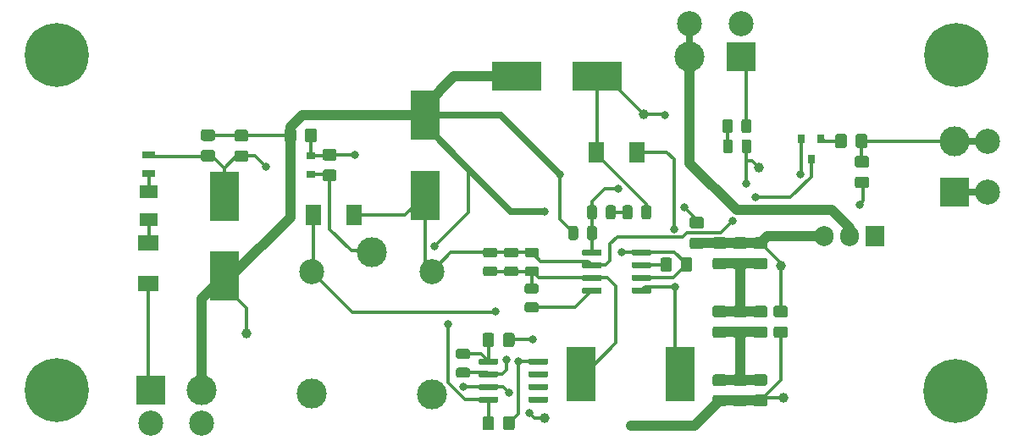
<source format=gbr>
G04 #@! TF.GenerationSoftware,KiCad,Pcbnew,(5.1.5)-3*
G04 #@! TF.CreationDate,2020-09-18T03:21:52-03:00*
G04 #@! TF.ProjectId,Luz de Freio,4c757a20-6465-4204-9672-65696f2e6b69,rev?*
G04 #@! TF.SameCoordinates,Original*
G04 #@! TF.FileFunction,Copper,L1,Top*
G04 #@! TF.FilePolarity,Positive*
%FSLAX46Y46*%
G04 Gerber Fmt 4.6, Leading zero omitted, Abs format (unit mm)*
G04 Created by KiCad (PCBNEW (5.1.5)-3) date 2020-09-18 03:21:52*
%MOMM*%
%LPD*%
G04 APERTURE LIST*
%ADD10C,2.500000*%
%ADD11C,3.000000*%
%ADD12R,3.000000X3.000000*%
%ADD13C,1.000000*%
%ADD14C,0.100000*%
%ADD15R,0.800000X0.900000*%
%ADD16R,2.900000X5.400000*%
%ADD17R,2.000000X1.600000*%
%ADD18R,1.600000X2.000000*%
%ADD19C,0.800000*%
%ADD20C,6.400000*%
%ADD21R,3.000000X5.000000*%
%ADD22R,0.900000X0.800000*%
%ADD23R,5.000000X3.000000*%
%ADD24O,1.905000X2.000000*%
%ADD25R,1.905000X2.000000*%
%ADD26C,0.300000*%
%ADD27C,0.700000*%
%ADD28C,1.000000*%
G04 APERTURE END LIST*
D10*
X228202000Y-108169200D03*
X228202000Y-113300000D03*
D11*
X224900000Y-108173000D03*
D12*
X224900000Y-113300000D03*
D10*
X149655800Y-136352000D03*
X144525000Y-136352000D03*
D11*
X149652000Y-133050000D03*
D12*
X144525000Y-133050000D03*
D10*
X198411200Y-96374000D03*
X203542000Y-96374000D03*
D11*
X198415000Y-99676000D03*
D12*
X203542000Y-99676000D03*
D13*
X207772000Y-133858000D03*
X207518000Y-120650000D03*
X183896000Y-135890000D03*
X198374000Y-107696000D03*
G04 #@! TA.AperFunction,SMDPad,CuDef*
D14*
G36*
X201896505Y-131506204D02*
G01*
X201920773Y-131509804D01*
X201944572Y-131515765D01*
X201967671Y-131524030D01*
X201989850Y-131534520D01*
X202010893Y-131547132D01*
X202030599Y-131561747D01*
X202048777Y-131578223D01*
X202065253Y-131596401D01*
X202079868Y-131616107D01*
X202092480Y-131637150D01*
X202102970Y-131659329D01*
X202111235Y-131682428D01*
X202117196Y-131706227D01*
X202120796Y-131730495D01*
X202122000Y-131754999D01*
X202122000Y-132405001D01*
X202120796Y-132429505D01*
X202117196Y-132453773D01*
X202111235Y-132477572D01*
X202102970Y-132500671D01*
X202092480Y-132522850D01*
X202079868Y-132543893D01*
X202065253Y-132563599D01*
X202048777Y-132581777D01*
X202030599Y-132598253D01*
X202010893Y-132612868D01*
X201989850Y-132625480D01*
X201967671Y-132635970D01*
X201944572Y-132644235D01*
X201920773Y-132650196D01*
X201896505Y-132653796D01*
X201872001Y-132655000D01*
X200971999Y-132655000D01*
X200947495Y-132653796D01*
X200923227Y-132650196D01*
X200899428Y-132644235D01*
X200876329Y-132635970D01*
X200854150Y-132625480D01*
X200833107Y-132612868D01*
X200813401Y-132598253D01*
X200795223Y-132581777D01*
X200778747Y-132563599D01*
X200764132Y-132543893D01*
X200751520Y-132522850D01*
X200741030Y-132500671D01*
X200732765Y-132477572D01*
X200726804Y-132453773D01*
X200723204Y-132429505D01*
X200722000Y-132405001D01*
X200722000Y-131754999D01*
X200723204Y-131730495D01*
X200726804Y-131706227D01*
X200732765Y-131682428D01*
X200741030Y-131659329D01*
X200751520Y-131637150D01*
X200764132Y-131616107D01*
X200778747Y-131596401D01*
X200795223Y-131578223D01*
X200813401Y-131561747D01*
X200833107Y-131547132D01*
X200854150Y-131534520D01*
X200876329Y-131524030D01*
X200899428Y-131515765D01*
X200923227Y-131509804D01*
X200947495Y-131506204D01*
X200971999Y-131505000D01*
X201872001Y-131505000D01*
X201896505Y-131506204D01*
G37*
G04 #@! TD.AperFunction*
G04 #@! TA.AperFunction,SMDPad,CuDef*
G36*
X201896505Y-133556204D02*
G01*
X201920773Y-133559804D01*
X201944572Y-133565765D01*
X201967671Y-133574030D01*
X201989850Y-133584520D01*
X202010893Y-133597132D01*
X202030599Y-133611747D01*
X202048777Y-133628223D01*
X202065253Y-133646401D01*
X202079868Y-133666107D01*
X202092480Y-133687150D01*
X202102970Y-133709329D01*
X202111235Y-133732428D01*
X202117196Y-133756227D01*
X202120796Y-133780495D01*
X202122000Y-133804999D01*
X202122000Y-134455001D01*
X202120796Y-134479505D01*
X202117196Y-134503773D01*
X202111235Y-134527572D01*
X202102970Y-134550671D01*
X202092480Y-134572850D01*
X202079868Y-134593893D01*
X202065253Y-134613599D01*
X202048777Y-134631777D01*
X202030599Y-134648253D01*
X202010893Y-134662868D01*
X201989850Y-134675480D01*
X201967671Y-134685970D01*
X201944572Y-134694235D01*
X201920773Y-134700196D01*
X201896505Y-134703796D01*
X201872001Y-134705000D01*
X200971999Y-134705000D01*
X200947495Y-134703796D01*
X200923227Y-134700196D01*
X200899428Y-134694235D01*
X200876329Y-134685970D01*
X200854150Y-134675480D01*
X200833107Y-134662868D01*
X200813401Y-134648253D01*
X200795223Y-134631777D01*
X200778747Y-134613599D01*
X200764132Y-134593893D01*
X200751520Y-134572850D01*
X200741030Y-134550671D01*
X200732765Y-134527572D01*
X200726804Y-134503773D01*
X200723204Y-134479505D01*
X200722000Y-134455001D01*
X200722000Y-133804999D01*
X200723204Y-133780495D01*
X200726804Y-133756227D01*
X200732765Y-133732428D01*
X200741030Y-133709329D01*
X200751520Y-133687150D01*
X200764132Y-133666107D01*
X200778747Y-133646401D01*
X200795223Y-133628223D01*
X200813401Y-133611747D01*
X200833107Y-133597132D01*
X200854150Y-133584520D01*
X200876329Y-133574030D01*
X200899428Y-133565765D01*
X200923227Y-133559804D01*
X200947495Y-133556204D01*
X200971999Y-133555000D01*
X201872001Y-133555000D01*
X201896505Y-133556204D01*
G37*
G04 #@! TD.AperFunction*
G04 #@! TA.AperFunction,SMDPad,CuDef*
G36*
X199610505Y-117799204D02*
G01*
X199634773Y-117802804D01*
X199658572Y-117808765D01*
X199681671Y-117817030D01*
X199703850Y-117827520D01*
X199724893Y-117840132D01*
X199744599Y-117854747D01*
X199762777Y-117871223D01*
X199779253Y-117889401D01*
X199793868Y-117909107D01*
X199806480Y-117930150D01*
X199816970Y-117952329D01*
X199825235Y-117975428D01*
X199831196Y-117999227D01*
X199834796Y-118023495D01*
X199836000Y-118047999D01*
X199836000Y-118698001D01*
X199834796Y-118722505D01*
X199831196Y-118746773D01*
X199825235Y-118770572D01*
X199816970Y-118793671D01*
X199806480Y-118815850D01*
X199793868Y-118836893D01*
X199779253Y-118856599D01*
X199762777Y-118874777D01*
X199744599Y-118891253D01*
X199724893Y-118905868D01*
X199703850Y-118918480D01*
X199681671Y-118928970D01*
X199658572Y-118937235D01*
X199634773Y-118943196D01*
X199610505Y-118946796D01*
X199586001Y-118948000D01*
X198685999Y-118948000D01*
X198661495Y-118946796D01*
X198637227Y-118943196D01*
X198613428Y-118937235D01*
X198590329Y-118928970D01*
X198568150Y-118918480D01*
X198547107Y-118905868D01*
X198527401Y-118891253D01*
X198509223Y-118874777D01*
X198492747Y-118856599D01*
X198478132Y-118836893D01*
X198465520Y-118815850D01*
X198455030Y-118793671D01*
X198446765Y-118770572D01*
X198440804Y-118746773D01*
X198437204Y-118722505D01*
X198436000Y-118698001D01*
X198436000Y-118047999D01*
X198437204Y-118023495D01*
X198440804Y-117999227D01*
X198446765Y-117975428D01*
X198455030Y-117952329D01*
X198465520Y-117930150D01*
X198478132Y-117909107D01*
X198492747Y-117889401D01*
X198509223Y-117871223D01*
X198527401Y-117854747D01*
X198547107Y-117840132D01*
X198568150Y-117827520D01*
X198590329Y-117817030D01*
X198613428Y-117808765D01*
X198637227Y-117802804D01*
X198661495Y-117799204D01*
X198685999Y-117798000D01*
X199586001Y-117798000D01*
X199610505Y-117799204D01*
G37*
G04 #@! TD.AperFunction*
G04 #@! TA.AperFunction,SMDPad,CuDef*
G36*
X199610505Y-115749204D02*
G01*
X199634773Y-115752804D01*
X199658572Y-115758765D01*
X199681671Y-115767030D01*
X199703850Y-115777520D01*
X199724893Y-115790132D01*
X199744599Y-115804747D01*
X199762777Y-115821223D01*
X199779253Y-115839401D01*
X199793868Y-115859107D01*
X199806480Y-115880150D01*
X199816970Y-115902329D01*
X199825235Y-115925428D01*
X199831196Y-115949227D01*
X199834796Y-115973495D01*
X199836000Y-115997999D01*
X199836000Y-116648001D01*
X199834796Y-116672505D01*
X199831196Y-116696773D01*
X199825235Y-116720572D01*
X199816970Y-116743671D01*
X199806480Y-116765850D01*
X199793868Y-116786893D01*
X199779253Y-116806599D01*
X199762777Y-116824777D01*
X199744599Y-116841253D01*
X199724893Y-116855868D01*
X199703850Y-116868480D01*
X199681671Y-116878970D01*
X199658572Y-116887235D01*
X199634773Y-116893196D01*
X199610505Y-116896796D01*
X199586001Y-116898000D01*
X198685999Y-116898000D01*
X198661495Y-116896796D01*
X198637227Y-116893196D01*
X198613428Y-116887235D01*
X198590329Y-116878970D01*
X198568150Y-116868480D01*
X198547107Y-116855868D01*
X198527401Y-116841253D01*
X198509223Y-116824777D01*
X198492747Y-116806599D01*
X198478132Y-116786893D01*
X198465520Y-116765850D01*
X198455030Y-116743671D01*
X198446765Y-116720572D01*
X198440804Y-116696773D01*
X198437204Y-116672505D01*
X198436000Y-116648001D01*
X198436000Y-115997999D01*
X198437204Y-115973495D01*
X198440804Y-115949227D01*
X198446765Y-115925428D01*
X198455030Y-115902329D01*
X198465520Y-115880150D01*
X198478132Y-115859107D01*
X198492747Y-115839401D01*
X198509223Y-115821223D01*
X198527401Y-115804747D01*
X198547107Y-115790132D01*
X198568150Y-115777520D01*
X198590329Y-115767030D01*
X198613428Y-115758765D01*
X198637227Y-115752804D01*
X198661495Y-115749204D01*
X198685999Y-115748000D01*
X199586001Y-115748000D01*
X199610505Y-115749204D01*
G37*
G04 #@! TD.AperFunction*
D15*
X210566000Y-109966000D03*
X209616000Y-107966000D03*
X211516000Y-107966000D03*
D16*
X197500000Y-131475000D03*
X187600000Y-131475000D03*
G04 #@! TA.AperFunction,SMDPad,CuDef*
D14*
G36*
X143672800Y-111067100D02*
G01*
X144972800Y-111067100D01*
X144972800Y-111767100D01*
X143672800Y-111767100D01*
X143672800Y-111067100D01*
G37*
G04 #@! TD.AperFunction*
G04 #@! TA.AperFunction,SMDPad,CuDef*
G36*
X143672800Y-109162100D02*
G01*
X144972800Y-109162100D01*
X144972800Y-109862100D01*
X143672800Y-109862100D01*
X143672800Y-109162100D01*
G37*
G04 #@! TD.AperFunction*
D17*
X144272000Y-118364000D03*
X144272000Y-122428000D03*
D18*
X164846000Y-115570000D03*
X160782000Y-115570000D03*
G04 #@! TA.AperFunction,SMDPad,CuDef*
D14*
G36*
X178648505Y-135699204D02*
G01*
X178672773Y-135702804D01*
X178696572Y-135708765D01*
X178719671Y-135717030D01*
X178741850Y-135727520D01*
X178762893Y-135740132D01*
X178782599Y-135754747D01*
X178800777Y-135771223D01*
X178817253Y-135789401D01*
X178831868Y-135809107D01*
X178844480Y-135830150D01*
X178854970Y-135852329D01*
X178863235Y-135875428D01*
X178869196Y-135899227D01*
X178872796Y-135923495D01*
X178874000Y-135947999D01*
X178874000Y-136848001D01*
X178872796Y-136872505D01*
X178869196Y-136896773D01*
X178863235Y-136920572D01*
X178854970Y-136943671D01*
X178844480Y-136965850D01*
X178831868Y-136986893D01*
X178817253Y-137006599D01*
X178800777Y-137024777D01*
X178782599Y-137041253D01*
X178762893Y-137055868D01*
X178741850Y-137068480D01*
X178719671Y-137078970D01*
X178696572Y-137087235D01*
X178672773Y-137093196D01*
X178648505Y-137096796D01*
X178624001Y-137098000D01*
X177973999Y-137098000D01*
X177949495Y-137096796D01*
X177925227Y-137093196D01*
X177901428Y-137087235D01*
X177878329Y-137078970D01*
X177856150Y-137068480D01*
X177835107Y-137055868D01*
X177815401Y-137041253D01*
X177797223Y-137024777D01*
X177780747Y-137006599D01*
X177766132Y-136986893D01*
X177753520Y-136965850D01*
X177743030Y-136943671D01*
X177734765Y-136920572D01*
X177728804Y-136896773D01*
X177725204Y-136872505D01*
X177724000Y-136848001D01*
X177724000Y-135947999D01*
X177725204Y-135923495D01*
X177728804Y-135899227D01*
X177734765Y-135875428D01*
X177743030Y-135852329D01*
X177753520Y-135830150D01*
X177766132Y-135809107D01*
X177780747Y-135789401D01*
X177797223Y-135771223D01*
X177815401Y-135754747D01*
X177835107Y-135740132D01*
X177856150Y-135727520D01*
X177878329Y-135717030D01*
X177901428Y-135708765D01*
X177925227Y-135702804D01*
X177949495Y-135699204D01*
X177973999Y-135698000D01*
X178624001Y-135698000D01*
X178648505Y-135699204D01*
G37*
G04 #@! TD.AperFunction*
G04 #@! TA.AperFunction,SMDPad,CuDef*
G36*
X180698505Y-135699204D02*
G01*
X180722773Y-135702804D01*
X180746572Y-135708765D01*
X180769671Y-135717030D01*
X180791850Y-135727520D01*
X180812893Y-135740132D01*
X180832599Y-135754747D01*
X180850777Y-135771223D01*
X180867253Y-135789401D01*
X180881868Y-135809107D01*
X180894480Y-135830150D01*
X180904970Y-135852329D01*
X180913235Y-135875428D01*
X180919196Y-135899227D01*
X180922796Y-135923495D01*
X180924000Y-135947999D01*
X180924000Y-136848001D01*
X180922796Y-136872505D01*
X180919196Y-136896773D01*
X180913235Y-136920572D01*
X180904970Y-136943671D01*
X180894480Y-136965850D01*
X180881868Y-136986893D01*
X180867253Y-137006599D01*
X180850777Y-137024777D01*
X180832599Y-137041253D01*
X180812893Y-137055868D01*
X180791850Y-137068480D01*
X180769671Y-137078970D01*
X180746572Y-137087235D01*
X180722773Y-137093196D01*
X180698505Y-137096796D01*
X180674001Y-137098000D01*
X180023999Y-137098000D01*
X179999495Y-137096796D01*
X179975227Y-137093196D01*
X179951428Y-137087235D01*
X179928329Y-137078970D01*
X179906150Y-137068480D01*
X179885107Y-137055868D01*
X179865401Y-137041253D01*
X179847223Y-137024777D01*
X179830747Y-137006599D01*
X179816132Y-136986893D01*
X179803520Y-136965850D01*
X179793030Y-136943671D01*
X179784765Y-136920572D01*
X179778804Y-136896773D01*
X179775204Y-136872505D01*
X179774000Y-136848001D01*
X179774000Y-135947999D01*
X179775204Y-135923495D01*
X179778804Y-135899227D01*
X179784765Y-135875428D01*
X179793030Y-135852329D01*
X179803520Y-135830150D01*
X179816132Y-135809107D01*
X179830747Y-135789401D01*
X179847223Y-135771223D01*
X179865401Y-135754747D01*
X179885107Y-135740132D01*
X179906150Y-135727520D01*
X179928329Y-135717030D01*
X179951428Y-135708765D01*
X179975227Y-135702804D01*
X179999495Y-135699204D01*
X180023999Y-135698000D01*
X180674001Y-135698000D01*
X180698505Y-135699204D01*
G37*
G04 #@! TD.AperFunction*
G04 #@! TA.AperFunction,SMDPad,CuDef*
G36*
X176248142Y-130831674D02*
G01*
X176271803Y-130835184D01*
X176295007Y-130840996D01*
X176317529Y-130849054D01*
X176339153Y-130859282D01*
X176359670Y-130871579D01*
X176378883Y-130885829D01*
X176396607Y-130901893D01*
X176412671Y-130919617D01*
X176426921Y-130938830D01*
X176439218Y-130959347D01*
X176449446Y-130980971D01*
X176457504Y-131003493D01*
X176463316Y-131026697D01*
X176466826Y-131050358D01*
X176468000Y-131074250D01*
X176468000Y-131561750D01*
X176466826Y-131585642D01*
X176463316Y-131609303D01*
X176457504Y-131632507D01*
X176449446Y-131655029D01*
X176439218Y-131676653D01*
X176426921Y-131697170D01*
X176412671Y-131716383D01*
X176396607Y-131734107D01*
X176378883Y-131750171D01*
X176359670Y-131764421D01*
X176339153Y-131776718D01*
X176317529Y-131786946D01*
X176295007Y-131795004D01*
X176271803Y-131800816D01*
X176248142Y-131804326D01*
X176224250Y-131805500D01*
X175311750Y-131805500D01*
X175287858Y-131804326D01*
X175264197Y-131800816D01*
X175240993Y-131795004D01*
X175218471Y-131786946D01*
X175196847Y-131776718D01*
X175176330Y-131764421D01*
X175157117Y-131750171D01*
X175139393Y-131734107D01*
X175123329Y-131716383D01*
X175109079Y-131697170D01*
X175096782Y-131676653D01*
X175086554Y-131655029D01*
X175078496Y-131632507D01*
X175072684Y-131609303D01*
X175069174Y-131585642D01*
X175068000Y-131561750D01*
X175068000Y-131074250D01*
X175069174Y-131050358D01*
X175072684Y-131026697D01*
X175078496Y-131003493D01*
X175086554Y-130980971D01*
X175096782Y-130959347D01*
X175109079Y-130938830D01*
X175123329Y-130919617D01*
X175139393Y-130901893D01*
X175157117Y-130885829D01*
X175176330Y-130871579D01*
X175196847Y-130859282D01*
X175218471Y-130849054D01*
X175240993Y-130840996D01*
X175264197Y-130835184D01*
X175287858Y-130831674D01*
X175311750Y-130830500D01*
X176224250Y-130830500D01*
X176248142Y-130831674D01*
G37*
G04 #@! TD.AperFunction*
G04 #@! TA.AperFunction,SMDPad,CuDef*
G36*
X176248142Y-128956674D02*
G01*
X176271803Y-128960184D01*
X176295007Y-128965996D01*
X176317529Y-128974054D01*
X176339153Y-128984282D01*
X176359670Y-128996579D01*
X176378883Y-129010829D01*
X176396607Y-129026893D01*
X176412671Y-129044617D01*
X176426921Y-129063830D01*
X176439218Y-129084347D01*
X176449446Y-129105971D01*
X176457504Y-129128493D01*
X176463316Y-129151697D01*
X176466826Y-129175358D01*
X176468000Y-129199250D01*
X176468000Y-129686750D01*
X176466826Y-129710642D01*
X176463316Y-129734303D01*
X176457504Y-129757507D01*
X176449446Y-129780029D01*
X176439218Y-129801653D01*
X176426921Y-129822170D01*
X176412671Y-129841383D01*
X176396607Y-129859107D01*
X176378883Y-129875171D01*
X176359670Y-129889421D01*
X176339153Y-129901718D01*
X176317529Y-129911946D01*
X176295007Y-129920004D01*
X176271803Y-129925816D01*
X176248142Y-129929326D01*
X176224250Y-129930500D01*
X175311750Y-129930500D01*
X175287858Y-129929326D01*
X175264197Y-129925816D01*
X175240993Y-129920004D01*
X175218471Y-129911946D01*
X175196847Y-129901718D01*
X175176330Y-129889421D01*
X175157117Y-129875171D01*
X175139393Y-129859107D01*
X175123329Y-129841383D01*
X175109079Y-129822170D01*
X175096782Y-129801653D01*
X175086554Y-129780029D01*
X175078496Y-129757507D01*
X175072684Y-129734303D01*
X175069174Y-129710642D01*
X175068000Y-129686750D01*
X175068000Y-129199250D01*
X175069174Y-129175358D01*
X175072684Y-129151697D01*
X175078496Y-129128493D01*
X175086554Y-129105971D01*
X175096782Y-129084347D01*
X175109079Y-129063830D01*
X175123329Y-129044617D01*
X175139393Y-129026893D01*
X175157117Y-129010829D01*
X175176330Y-128996579D01*
X175196847Y-128984282D01*
X175218471Y-128974054D01*
X175240993Y-128965996D01*
X175264197Y-128960184D01*
X175287858Y-128956674D01*
X175311750Y-128955500D01*
X176224250Y-128955500D01*
X176248142Y-128956674D01*
G37*
G04 #@! TD.AperFunction*
D19*
X226747056Y-97877944D03*
X225050000Y-97175000D03*
X223352944Y-97877944D03*
X222650000Y-99575000D03*
X223352944Y-101272056D03*
X225050000Y-101975000D03*
X226747056Y-101272056D03*
X227450000Y-99575000D03*
D20*
X225050000Y-99575000D03*
D19*
X136822056Y-131377944D03*
X135125000Y-130675000D03*
X133427944Y-131377944D03*
X132725000Y-133075000D03*
X133427944Y-134772056D03*
X135125000Y-135475000D03*
X136822056Y-134772056D03*
X137525000Y-133075000D03*
D20*
X135125000Y-133075000D03*
D19*
X136822056Y-97877944D03*
X135125000Y-97175000D03*
X133427944Y-97877944D03*
X132725000Y-99575000D03*
X133427944Y-101272056D03*
X135125000Y-101975000D03*
X136822056Y-101272056D03*
X137525000Y-99575000D03*
D20*
X135125000Y-99575000D03*
D19*
X226697056Y-131427944D03*
X225000000Y-130725000D03*
X223302944Y-131427944D03*
X222600000Y-133125000D03*
X223302944Y-134822056D03*
X225000000Y-135525000D03*
X226697056Y-134822056D03*
X227400000Y-133125000D03*
D20*
X225000000Y-133125000D03*
G04 #@! TA.AperFunction,SMDPad,CuDef*
D14*
G36*
X189489703Y-122805722D02*
G01*
X189504264Y-122807882D01*
X189518543Y-122811459D01*
X189532403Y-122816418D01*
X189545710Y-122822712D01*
X189558336Y-122830280D01*
X189570159Y-122839048D01*
X189581066Y-122848934D01*
X189590952Y-122859841D01*
X189599720Y-122871664D01*
X189607288Y-122884290D01*
X189613582Y-122897597D01*
X189618541Y-122911457D01*
X189622118Y-122925736D01*
X189624278Y-122940297D01*
X189625000Y-122955000D01*
X189625000Y-123255000D01*
X189624278Y-123269703D01*
X189622118Y-123284264D01*
X189618541Y-123298543D01*
X189613582Y-123312403D01*
X189607288Y-123325710D01*
X189599720Y-123338336D01*
X189590952Y-123350159D01*
X189581066Y-123361066D01*
X189570159Y-123370952D01*
X189558336Y-123379720D01*
X189545710Y-123387288D01*
X189532403Y-123393582D01*
X189518543Y-123398541D01*
X189504264Y-123402118D01*
X189489703Y-123404278D01*
X189475000Y-123405000D01*
X187825000Y-123405000D01*
X187810297Y-123404278D01*
X187795736Y-123402118D01*
X187781457Y-123398541D01*
X187767597Y-123393582D01*
X187754290Y-123387288D01*
X187741664Y-123379720D01*
X187729841Y-123370952D01*
X187718934Y-123361066D01*
X187709048Y-123350159D01*
X187700280Y-123338336D01*
X187692712Y-123325710D01*
X187686418Y-123312403D01*
X187681459Y-123298543D01*
X187677882Y-123284264D01*
X187675722Y-123269703D01*
X187675000Y-123255000D01*
X187675000Y-122955000D01*
X187675722Y-122940297D01*
X187677882Y-122925736D01*
X187681459Y-122911457D01*
X187686418Y-122897597D01*
X187692712Y-122884290D01*
X187700280Y-122871664D01*
X187709048Y-122859841D01*
X187718934Y-122848934D01*
X187729841Y-122839048D01*
X187741664Y-122830280D01*
X187754290Y-122822712D01*
X187767597Y-122816418D01*
X187781457Y-122811459D01*
X187795736Y-122807882D01*
X187810297Y-122805722D01*
X187825000Y-122805000D01*
X189475000Y-122805000D01*
X189489703Y-122805722D01*
G37*
G04 #@! TD.AperFunction*
G04 #@! TA.AperFunction,SMDPad,CuDef*
G36*
X189489703Y-121535722D02*
G01*
X189504264Y-121537882D01*
X189518543Y-121541459D01*
X189532403Y-121546418D01*
X189545710Y-121552712D01*
X189558336Y-121560280D01*
X189570159Y-121569048D01*
X189581066Y-121578934D01*
X189590952Y-121589841D01*
X189599720Y-121601664D01*
X189607288Y-121614290D01*
X189613582Y-121627597D01*
X189618541Y-121641457D01*
X189622118Y-121655736D01*
X189624278Y-121670297D01*
X189625000Y-121685000D01*
X189625000Y-121985000D01*
X189624278Y-121999703D01*
X189622118Y-122014264D01*
X189618541Y-122028543D01*
X189613582Y-122042403D01*
X189607288Y-122055710D01*
X189599720Y-122068336D01*
X189590952Y-122080159D01*
X189581066Y-122091066D01*
X189570159Y-122100952D01*
X189558336Y-122109720D01*
X189545710Y-122117288D01*
X189532403Y-122123582D01*
X189518543Y-122128541D01*
X189504264Y-122132118D01*
X189489703Y-122134278D01*
X189475000Y-122135000D01*
X187825000Y-122135000D01*
X187810297Y-122134278D01*
X187795736Y-122132118D01*
X187781457Y-122128541D01*
X187767597Y-122123582D01*
X187754290Y-122117288D01*
X187741664Y-122109720D01*
X187729841Y-122100952D01*
X187718934Y-122091066D01*
X187709048Y-122080159D01*
X187700280Y-122068336D01*
X187692712Y-122055710D01*
X187686418Y-122042403D01*
X187681459Y-122028543D01*
X187677882Y-122014264D01*
X187675722Y-121999703D01*
X187675000Y-121985000D01*
X187675000Y-121685000D01*
X187675722Y-121670297D01*
X187677882Y-121655736D01*
X187681459Y-121641457D01*
X187686418Y-121627597D01*
X187692712Y-121614290D01*
X187700280Y-121601664D01*
X187709048Y-121589841D01*
X187718934Y-121578934D01*
X187729841Y-121569048D01*
X187741664Y-121560280D01*
X187754290Y-121552712D01*
X187767597Y-121546418D01*
X187781457Y-121541459D01*
X187795736Y-121537882D01*
X187810297Y-121535722D01*
X187825000Y-121535000D01*
X189475000Y-121535000D01*
X189489703Y-121535722D01*
G37*
G04 #@! TD.AperFunction*
G04 #@! TA.AperFunction,SMDPad,CuDef*
G36*
X189489703Y-120265722D02*
G01*
X189504264Y-120267882D01*
X189518543Y-120271459D01*
X189532403Y-120276418D01*
X189545710Y-120282712D01*
X189558336Y-120290280D01*
X189570159Y-120299048D01*
X189581066Y-120308934D01*
X189590952Y-120319841D01*
X189599720Y-120331664D01*
X189607288Y-120344290D01*
X189613582Y-120357597D01*
X189618541Y-120371457D01*
X189622118Y-120385736D01*
X189624278Y-120400297D01*
X189625000Y-120415000D01*
X189625000Y-120715000D01*
X189624278Y-120729703D01*
X189622118Y-120744264D01*
X189618541Y-120758543D01*
X189613582Y-120772403D01*
X189607288Y-120785710D01*
X189599720Y-120798336D01*
X189590952Y-120810159D01*
X189581066Y-120821066D01*
X189570159Y-120830952D01*
X189558336Y-120839720D01*
X189545710Y-120847288D01*
X189532403Y-120853582D01*
X189518543Y-120858541D01*
X189504264Y-120862118D01*
X189489703Y-120864278D01*
X189475000Y-120865000D01*
X187825000Y-120865000D01*
X187810297Y-120864278D01*
X187795736Y-120862118D01*
X187781457Y-120858541D01*
X187767597Y-120853582D01*
X187754290Y-120847288D01*
X187741664Y-120839720D01*
X187729841Y-120830952D01*
X187718934Y-120821066D01*
X187709048Y-120810159D01*
X187700280Y-120798336D01*
X187692712Y-120785710D01*
X187686418Y-120772403D01*
X187681459Y-120758543D01*
X187677882Y-120744264D01*
X187675722Y-120729703D01*
X187675000Y-120715000D01*
X187675000Y-120415000D01*
X187675722Y-120400297D01*
X187677882Y-120385736D01*
X187681459Y-120371457D01*
X187686418Y-120357597D01*
X187692712Y-120344290D01*
X187700280Y-120331664D01*
X187709048Y-120319841D01*
X187718934Y-120308934D01*
X187729841Y-120299048D01*
X187741664Y-120290280D01*
X187754290Y-120282712D01*
X187767597Y-120276418D01*
X187781457Y-120271459D01*
X187795736Y-120267882D01*
X187810297Y-120265722D01*
X187825000Y-120265000D01*
X189475000Y-120265000D01*
X189489703Y-120265722D01*
G37*
G04 #@! TD.AperFunction*
G04 #@! TA.AperFunction,SMDPad,CuDef*
G36*
X189489703Y-118995722D02*
G01*
X189504264Y-118997882D01*
X189518543Y-119001459D01*
X189532403Y-119006418D01*
X189545710Y-119012712D01*
X189558336Y-119020280D01*
X189570159Y-119029048D01*
X189581066Y-119038934D01*
X189590952Y-119049841D01*
X189599720Y-119061664D01*
X189607288Y-119074290D01*
X189613582Y-119087597D01*
X189618541Y-119101457D01*
X189622118Y-119115736D01*
X189624278Y-119130297D01*
X189625000Y-119145000D01*
X189625000Y-119445000D01*
X189624278Y-119459703D01*
X189622118Y-119474264D01*
X189618541Y-119488543D01*
X189613582Y-119502403D01*
X189607288Y-119515710D01*
X189599720Y-119528336D01*
X189590952Y-119540159D01*
X189581066Y-119551066D01*
X189570159Y-119560952D01*
X189558336Y-119569720D01*
X189545710Y-119577288D01*
X189532403Y-119583582D01*
X189518543Y-119588541D01*
X189504264Y-119592118D01*
X189489703Y-119594278D01*
X189475000Y-119595000D01*
X187825000Y-119595000D01*
X187810297Y-119594278D01*
X187795736Y-119592118D01*
X187781457Y-119588541D01*
X187767597Y-119583582D01*
X187754290Y-119577288D01*
X187741664Y-119569720D01*
X187729841Y-119560952D01*
X187718934Y-119551066D01*
X187709048Y-119540159D01*
X187700280Y-119528336D01*
X187692712Y-119515710D01*
X187686418Y-119502403D01*
X187681459Y-119488543D01*
X187677882Y-119474264D01*
X187675722Y-119459703D01*
X187675000Y-119445000D01*
X187675000Y-119145000D01*
X187675722Y-119130297D01*
X187677882Y-119115736D01*
X187681459Y-119101457D01*
X187686418Y-119087597D01*
X187692712Y-119074290D01*
X187700280Y-119061664D01*
X187709048Y-119049841D01*
X187718934Y-119038934D01*
X187729841Y-119029048D01*
X187741664Y-119020280D01*
X187754290Y-119012712D01*
X187767597Y-119006418D01*
X187781457Y-119001459D01*
X187795736Y-118997882D01*
X187810297Y-118995722D01*
X187825000Y-118995000D01*
X189475000Y-118995000D01*
X189489703Y-118995722D01*
G37*
G04 #@! TD.AperFunction*
G04 #@! TA.AperFunction,SMDPad,CuDef*
G36*
X194439703Y-118995722D02*
G01*
X194454264Y-118997882D01*
X194468543Y-119001459D01*
X194482403Y-119006418D01*
X194495710Y-119012712D01*
X194508336Y-119020280D01*
X194520159Y-119029048D01*
X194531066Y-119038934D01*
X194540952Y-119049841D01*
X194549720Y-119061664D01*
X194557288Y-119074290D01*
X194563582Y-119087597D01*
X194568541Y-119101457D01*
X194572118Y-119115736D01*
X194574278Y-119130297D01*
X194575000Y-119145000D01*
X194575000Y-119445000D01*
X194574278Y-119459703D01*
X194572118Y-119474264D01*
X194568541Y-119488543D01*
X194563582Y-119502403D01*
X194557288Y-119515710D01*
X194549720Y-119528336D01*
X194540952Y-119540159D01*
X194531066Y-119551066D01*
X194520159Y-119560952D01*
X194508336Y-119569720D01*
X194495710Y-119577288D01*
X194482403Y-119583582D01*
X194468543Y-119588541D01*
X194454264Y-119592118D01*
X194439703Y-119594278D01*
X194425000Y-119595000D01*
X192775000Y-119595000D01*
X192760297Y-119594278D01*
X192745736Y-119592118D01*
X192731457Y-119588541D01*
X192717597Y-119583582D01*
X192704290Y-119577288D01*
X192691664Y-119569720D01*
X192679841Y-119560952D01*
X192668934Y-119551066D01*
X192659048Y-119540159D01*
X192650280Y-119528336D01*
X192642712Y-119515710D01*
X192636418Y-119502403D01*
X192631459Y-119488543D01*
X192627882Y-119474264D01*
X192625722Y-119459703D01*
X192625000Y-119445000D01*
X192625000Y-119145000D01*
X192625722Y-119130297D01*
X192627882Y-119115736D01*
X192631459Y-119101457D01*
X192636418Y-119087597D01*
X192642712Y-119074290D01*
X192650280Y-119061664D01*
X192659048Y-119049841D01*
X192668934Y-119038934D01*
X192679841Y-119029048D01*
X192691664Y-119020280D01*
X192704290Y-119012712D01*
X192717597Y-119006418D01*
X192731457Y-119001459D01*
X192745736Y-118997882D01*
X192760297Y-118995722D01*
X192775000Y-118995000D01*
X194425000Y-118995000D01*
X194439703Y-118995722D01*
G37*
G04 #@! TD.AperFunction*
G04 #@! TA.AperFunction,SMDPad,CuDef*
G36*
X194439703Y-120265722D02*
G01*
X194454264Y-120267882D01*
X194468543Y-120271459D01*
X194482403Y-120276418D01*
X194495710Y-120282712D01*
X194508336Y-120290280D01*
X194520159Y-120299048D01*
X194531066Y-120308934D01*
X194540952Y-120319841D01*
X194549720Y-120331664D01*
X194557288Y-120344290D01*
X194563582Y-120357597D01*
X194568541Y-120371457D01*
X194572118Y-120385736D01*
X194574278Y-120400297D01*
X194575000Y-120415000D01*
X194575000Y-120715000D01*
X194574278Y-120729703D01*
X194572118Y-120744264D01*
X194568541Y-120758543D01*
X194563582Y-120772403D01*
X194557288Y-120785710D01*
X194549720Y-120798336D01*
X194540952Y-120810159D01*
X194531066Y-120821066D01*
X194520159Y-120830952D01*
X194508336Y-120839720D01*
X194495710Y-120847288D01*
X194482403Y-120853582D01*
X194468543Y-120858541D01*
X194454264Y-120862118D01*
X194439703Y-120864278D01*
X194425000Y-120865000D01*
X192775000Y-120865000D01*
X192760297Y-120864278D01*
X192745736Y-120862118D01*
X192731457Y-120858541D01*
X192717597Y-120853582D01*
X192704290Y-120847288D01*
X192691664Y-120839720D01*
X192679841Y-120830952D01*
X192668934Y-120821066D01*
X192659048Y-120810159D01*
X192650280Y-120798336D01*
X192642712Y-120785710D01*
X192636418Y-120772403D01*
X192631459Y-120758543D01*
X192627882Y-120744264D01*
X192625722Y-120729703D01*
X192625000Y-120715000D01*
X192625000Y-120415000D01*
X192625722Y-120400297D01*
X192627882Y-120385736D01*
X192631459Y-120371457D01*
X192636418Y-120357597D01*
X192642712Y-120344290D01*
X192650280Y-120331664D01*
X192659048Y-120319841D01*
X192668934Y-120308934D01*
X192679841Y-120299048D01*
X192691664Y-120290280D01*
X192704290Y-120282712D01*
X192717597Y-120276418D01*
X192731457Y-120271459D01*
X192745736Y-120267882D01*
X192760297Y-120265722D01*
X192775000Y-120265000D01*
X194425000Y-120265000D01*
X194439703Y-120265722D01*
G37*
G04 #@! TD.AperFunction*
G04 #@! TA.AperFunction,SMDPad,CuDef*
G36*
X194439703Y-121535722D02*
G01*
X194454264Y-121537882D01*
X194468543Y-121541459D01*
X194482403Y-121546418D01*
X194495710Y-121552712D01*
X194508336Y-121560280D01*
X194520159Y-121569048D01*
X194531066Y-121578934D01*
X194540952Y-121589841D01*
X194549720Y-121601664D01*
X194557288Y-121614290D01*
X194563582Y-121627597D01*
X194568541Y-121641457D01*
X194572118Y-121655736D01*
X194574278Y-121670297D01*
X194575000Y-121685000D01*
X194575000Y-121985000D01*
X194574278Y-121999703D01*
X194572118Y-122014264D01*
X194568541Y-122028543D01*
X194563582Y-122042403D01*
X194557288Y-122055710D01*
X194549720Y-122068336D01*
X194540952Y-122080159D01*
X194531066Y-122091066D01*
X194520159Y-122100952D01*
X194508336Y-122109720D01*
X194495710Y-122117288D01*
X194482403Y-122123582D01*
X194468543Y-122128541D01*
X194454264Y-122132118D01*
X194439703Y-122134278D01*
X194425000Y-122135000D01*
X192775000Y-122135000D01*
X192760297Y-122134278D01*
X192745736Y-122132118D01*
X192731457Y-122128541D01*
X192717597Y-122123582D01*
X192704290Y-122117288D01*
X192691664Y-122109720D01*
X192679841Y-122100952D01*
X192668934Y-122091066D01*
X192659048Y-122080159D01*
X192650280Y-122068336D01*
X192642712Y-122055710D01*
X192636418Y-122042403D01*
X192631459Y-122028543D01*
X192627882Y-122014264D01*
X192625722Y-121999703D01*
X192625000Y-121985000D01*
X192625000Y-121685000D01*
X192625722Y-121670297D01*
X192627882Y-121655736D01*
X192631459Y-121641457D01*
X192636418Y-121627597D01*
X192642712Y-121614290D01*
X192650280Y-121601664D01*
X192659048Y-121589841D01*
X192668934Y-121578934D01*
X192679841Y-121569048D01*
X192691664Y-121560280D01*
X192704290Y-121552712D01*
X192717597Y-121546418D01*
X192731457Y-121541459D01*
X192745736Y-121537882D01*
X192760297Y-121535722D01*
X192775000Y-121535000D01*
X194425000Y-121535000D01*
X194439703Y-121535722D01*
G37*
G04 #@! TD.AperFunction*
G04 #@! TA.AperFunction,SMDPad,CuDef*
G36*
X194439703Y-122805722D02*
G01*
X194454264Y-122807882D01*
X194468543Y-122811459D01*
X194482403Y-122816418D01*
X194495710Y-122822712D01*
X194508336Y-122830280D01*
X194520159Y-122839048D01*
X194531066Y-122848934D01*
X194540952Y-122859841D01*
X194549720Y-122871664D01*
X194557288Y-122884290D01*
X194563582Y-122897597D01*
X194568541Y-122911457D01*
X194572118Y-122925736D01*
X194574278Y-122940297D01*
X194575000Y-122955000D01*
X194575000Y-123255000D01*
X194574278Y-123269703D01*
X194572118Y-123284264D01*
X194568541Y-123298543D01*
X194563582Y-123312403D01*
X194557288Y-123325710D01*
X194549720Y-123338336D01*
X194540952Y-123350159D01*
X194531066Y-123361066D01*
X194520159Y-123370952D01*
X194508336Y-123379720D01*
X194495710Y-123387288D01*
X194482403Y-123393582D01*
X194468543Y-123398541D01*
X194454264Y-123402118D01*
X194439703Y-123404278D01*
X194425000Y-123405000D01*
X192775000Y-123405000D01*
X192760297Y-123404278D01*
X192745736Y-123402118D01*
X192731457Y-123398541D01*
X192717597Y-123393582D01*
X192704290Y-123387288D01*
X192691664Y-123379720D01*
X192679841Y-123370952D01*
X192668934Y-123361066D01*
X192659048Y-123350159D01*
X192650280Y-123338336D01*
X192642712Y-123325710D01*
X192636418Y-123312403D01*
X192631459Y-123298543D01*
X192627882Y-123284264D01*
X192625722Y-123269703D01*
X192625000Y-123255000D01*
X192625000Y-122955000D01*
X192625722Y-122940297D01*
X192627882Y-122925736D01*
X192631459Y-122911457D01*
X192636418Y-122897597D01*
X192642712Y-122884290D01*
X192650280Y-122871664D01*
X192659048Y-122859841D01*
X192668934Y-122848934D01*
X192679841Y-122839048D01*
X192691664Y-122830280D01*
X192704290Y-122822712D01*
X192717597Y-122816418D01*
X192731457Y-122811459D01*
X192745736Y-122807882D01*
X192760297Y-122805722D01*
X192775000Y-122805000D01*
X194425000Y-122805000D01*
X194439703Y-122805722D01*
G37*
G04 #@! TD.AperFunction*
G04 #@! TA.AperFunction,SMDPad,CuDef*
G36*
X216120505Y-109653204D02*
G01*
X216144773Y-109656804D01*
X216168572Y-109662765D01*
X216191671Y-109671030D01*
X216213850Y-109681520D01*
X216234893Y-109694132D01*
X216254599Y-109708747D01*
X216272777Y-109725223D01*
X216289253Y-109743401D01*
X216303868Y-109763107D01*
X216316480Y-109784150D01*
X216326970Y-109806329D01*
X216335235Y-109829428D01*
X216341196Y-109853227D01*
X216344796Y-109877495D01*
X216346000Y-109901999D01*
X216346000Y-110552001D01*
X216344796Y-110576505D01*
X216341196Y-110600773D01*
X216335235Y-110624572D01*
X216326970Y-110647671D01*
X216316480Y-110669850D01*
X216303868Y-110690893D01*
X216289253Y-110710599D01*
X216272777Y-110728777D01*
X216254599Y-110745253D01*
X216234893Y-110759868D01*
X216213850Y-110772480D01*
X216191671Y-110782970D01*
X216168572Y-110791235D01*
X216144773Y-110797196D01*
X216120505Y-110800796D01*
X216096001Y-110802000D01*
X215195999Y-110802000D01*
X215171495Y-110800796D01*
X215147227Y-110797196D01*
X215123428Y-110791235D01*
X215100329Y-110782970D01*
X215078150Y-110772480D01*
X215057107Y-110759868D01*
X215037401Y-110745253D01*
X215019223Y-110728777D01*
X215002747Y-110710599D01*
X214988132Y-110690893D01*
X214975520Y-110669850D01*
X214965030Y-110647671D01*
X214956765Y-110624572D01*
X214950804Y-110600773D01*
X214947204Y-110576505D01*
X214946000Y-110552001D01*
X214946000Y-109901999D01*
X214947204Y-109877495D01*
X214950804Y-109853227D01*
X214956765Y-109829428D01*
X214965030Y-109806329D01*
X214975520Y-109784150D01*
X214988132Y-109763107D01*
X215002747Y-109743401D01*
X215019223Y-109725223D01*
X215037401Y-109708747D01*
X215057107Y-109694132D01*
X215078150Y-109681520D01*
X215100329Y-109671030D01*
X215123428Y-109662765D01*
X215147227Y-109656804D01*
X215171495Y-109653204D01*
X215195999Y-109652000D01*
X216096001Y-109652000D01*
X216120505Y-109653204D01*
G37*
G04 #@! TD.AperFunction*
G04 #@! TA.AperFunction,SMDPad,CuDef*
G36*
X216120505Y-111703204D02*
G01*
X216144773Y-111706804D01*
X216168572Y-111712765D01*
X216191671Y-111721030D01*
X216213850Y-111731520D01*
X216234893Y-111744132D01*
X216254599Y-111758747D01*
X216272777Y-111775223D01*
X216289253Y-111793401D01*
X216303868Y-111813107D01*
X216316480Y-111834150D01*
X216326970Y-111856329D01*
X216335235Y-111879428D01*
X216341196Y-111903227D01*
X216344796Y-111927495D01*
X216346000Y-111951999D01*
X216346000Y-112602001D01*
X216344796Y-112626505D01*
X216341196Y-112650773D01*
X216335235Y-112674572D01*
X216326970Y-112697671D01*
X216316480Y-112719850D01*
X216303868Y-112740893D01*
X216289253Y-112760599D01*
X216272777Y-112778777D01*
X216254599Y-112795253D01*
X216234893Y-112809868D01*
X216213850Y-112822480D01*
X216191671Y-112832970D01*
X216168572Y-112841235D01*
X216144773Y-112847196D01*
X216120505Y-112850796D01*
X216096001Y-112852000D01*
X215195999Y-112852000D01*
X215171495Y-112850796D01*
X215147227Y-112847196D01*
X215123428Y-112841235D01*
X215100329Y-112832970D01*
X215078150Y-112822480D01*
X215057107Y-112809868D01*
X215037401Y-112795253D01*
X215019223Y-112778777D01*
X215002747Y-112760599D01*
X214988132Y-112740893D01*
X214975520Y-112719850D01*
X214965030Y-112697671D01*
X214956765Y-112674572D01*
X214950804Y-112650773D01*
X214947204Y-112626505D01*
X214946000Y-112602001D01*
X214946000Y-111951999D01*
X214947204Y-111927495D01*
X214950804Y-111903227D01*
X214956765Y-111879428D01*
X214965030Y-111856329D01*
X214975520Y-111834150D01*
X214988132Y-111813107D01*
X215002747Y-111793401D01*
X215019223Y-111775223D01*
X215037401Y-111758747D01*
X215057107Y-111744132D01*
X215078150Y-111731520D01*
X215100329Y-111721030D01*
X215123428Y-111712765D01*
X215147227Y-111706804D01*
X215171495Y-111703204D01*
X215195999Y-111702000D01*
X216096001Y-111702000D01*
X216120505Y-111703204D01*
G37*
G04 #@! TD.AperFunction*
G04 #@! TA.AperFunction,SMDPad,CuDef*
G36*
X215953705Y-107454404D02*
G01*
X215977973Y-107458004D01*
X216001772Y-107463965D01*
X216024871Y-107472230D01*
X216047050Y-107482720D01*
X216068093Y-107495332D01*
X216087799Y-107509947D01*
X216105977Y-107526423D01*
X216122453Y-107544601D01*
X216137068Y-107564307D01*
X216149680Y-107585350D01*
X216160170Y-107607529D01*
X216168435Y-107630628D01*
X216174396Y-107654427D01*
X216177996Y-107678695D01*
X216179200Y-107703199D01*
X216179200Y-108603201D01*
X216177996Y-108627705D01*
X216174396Y-108651973D01*
X216168435Y-108675772D01*
X216160170Y-108698871D01*
X216149680Y-108721050D01*
X216137068Y-108742093D01*
X216122453Y-108761799D01*
X216105977Y-108779977D01*
X216087799Y-108796453D01*
X216068093Y-108811068D01*
X216047050Y-108823680D01*
X216024871Y-108834170D01*
X216001772Y-108842435D01*
X215977973Y-108848396D01*
X215953705Y-108851996D01*
X215929201Y-108853200D01*
X215279199Y-108853200D01*
X215254695Y-108851996D01*
X215230427Y-108848396D01*
X215206628Y-108842435D01*
X215183529Y-108834170D01*
X215161350Y-108823680D01*
X215140307Y-108811068D01*
X215120601Y-108796453D01*
X215102423Y-108779977D01*
X215085947Y-108761799D01*
X215071332Y-108742093D01*
X215058720Y-108721050D01*
X215048230Y-108698871D01*
X215039965Y-108675772D01*
X215034004Y-108651973D01*
X215030404Y-108627705D01*
X215029200Y-108603201D01*
X215029200Y-107703199D01*
X215030404Y-107678695D01*
X215034004Y-107654427D01*
X215039965Y-107630628D01*
X215048230Y-107607529D01*
X215058720Y-107585350D01*
X215071332Y-107564307D01*
X215085947Y-107544601D01*
X215102423Y-107526423D01*
X215120601Y-107509947D01*
X215140307Y-107495332D01*
X215161350Y-107482720D01*
X215183529Y-107472230D01*
X215206628Y-107463965D01*
X215230427Y-107458004D01*
X215254695Y-107454404D01*
X215279199Y-107453200D01*
X215929201Y-107453200D01*
X215953705Y-107454404D01*
G37*
G04 #@! TD.AperFunction*
G04 #@! TA.AperFunction,SMDPad,CuDef*
G36*
X213903705Y-107454404D02*
G01*
X213927973Y-107458004D01*
X213951772Y-107463965D01*
X213974871Y-107472230D01*
X213997050Y-107482720D01*
X214018093Y-107495332D01*
X214037799Y-107509947D01*
X214055977Y-107526423D01*
X214072453Y-107544601D01*
X214087068Y-107564307D01*
X214099680Y-107585350D01*
X214110170Y-107607529D01*
X214118435Y-107630628D01*
X214124396Y-107654427D01*
X214127996Y-107678695D01*
X214129200Y-107703199D01*
X214129200Y-108603201D01*
X214127996Y-108627705D01*
X214124396Y-108651973D01*
X214118435Y-108675772D01*
X214110170Y-108698871D01*
X214099680Y-108721050D01*
X214087068Y-108742093D01*
X214072453Y-108761799D01*
X214055977Y-108779977D01*
X214037799Y-108796453D01*
X214018093Y-108811068D01*
X213997050Y-108823680D01*
X213974871Y-108834170D01*
X213951772Y-108842435D01*
X213927973Y-108848396D01*
X213903705Y-108851996D01*
X213879201Y-108853200D01*
X213229199Y-108853200D01*
X213204695Y-108851996D01*
X213180427Y-108848396D01*
X213156628Y-108842435D01*
X213133529Y-108834170D01*
X213111350Y-108823680D01*
X213090307Y-108811068D01*
X213070601Y-108796453D01*
X213052423Y-108779977D01*
X213035947Y-108761799D01*
X213021332Y-108742093D01*
X213008720Y-108721050D01*
X212998230Y-108698871D01*
X212989965Y-108675772D01*
X212984004Y-108651973D01*
X212980404Y-108627705D01*
X212979200Y-108603201D01*
X212979200Y-107703199D01*
X212980404Y-107678695D01*
X212984004Y-107654427D01*
X212989965Y-107630628D01*
X212998230Y-107607529D01*
X213008720Y-107585350D01*
X213021332Y-107564307D01*
X213035947Y-107544601D01*
X213052423Y-107526423D01*
X213070601Y-107509947D01*
X213090307Y-107495332D01*
X213111350Y-107482720D01*
X213133529Y-107472230D01*
X213156628Y-107463965D01*
X213180427Y-107458004D01*
X213204695Y-107454404D01*
X213229199Y-107453200D01*
X213879201Y-107453200D01*
X213903705Y-107454404D01*
G37*
G04 #@! TD.AperFunction*
G04 #@! TA.AperFunction,SMDPad,CuDef*
G36*
X160911905Y-106882904D02*
G01*
X160936173Y-106886504D01*
X160959972Y-106892465D01*
X160983071Y-106900730D01*
X161005250Y-106911220D01*
X161026293Y-106923832D01*
X161045999Y-106938447D01*
X161064177Y-106954923D01*
X161080653Y-106973101D01*
X161095268Y-106992807D01*
X161107880Y-107013850D01*
X161118370Y-107036029D01*
X161126635Y-107059128D01*
X161132596Y-107082927D01*
X161136196Y-107107195D01*
X161137400Y-107131699D01*
X161137400Y-108031701D01*
X161136196Y-108056205D01*
X161132596Y-108080473D01*
X161126635Y-108104272D01*
X161118370Y-108127371D01*
X161107880Y-108149550D01*
X161095268Y-108170593D01*
X161080653Y-108190299D01*
X161064177Y-108208477D01*
X161045999Y-108224953D01*
X161026293Y-108239568D01*
X161005250Y-108252180D01*
X160983071Y-108262670D01*
X160959972Y-108270935D01*
X160936173Y-108276896D01*
X160911905Y-108280496D01*
X160887401Y-108281700D01*
X160237399Y-108281700D01*
X160212895Y-108280496D01*
X160188627Y-108276896D01*
X160164828Y-108270935D01*
X160141729Y-108262670D01*
X160119550Y-108252180D01*
X160098507Y-108239568D01*
X160078801Y-108224953D01*
X160060623Y-108208477D01*
X160044147Y-108190299D01*
X160029532Y-108170593D01*
X160016920Y-108149550D01*
X160006430Y-108127371D01*
X159998165Y-108104272D01*
X159992204Y-108080473D01*
X159988604Y-108056205D01*
X159987400Y-108031701D01*
X159987400Y-107131699D01*
X159988604Y-107107195D01*
X159992204Y-107082927D01*
X159998165Y-107059128D01*
X160006430Y-107036029D01*
X160016920Y-107013850D01*
X160029532Y-106992807D01*
X160044147Y-106973101D01*
X160060623Y-106954923D01*
X160078801Y-106938447D01*
X160098507Y-106923832D01*
X160119550Y-106911220D01*
X160141729Y-106900730D01*
X160164828Y-106892465D01*
X160188627Y-106886504D01*
X160212895Y-106882904D01*
X160237399Y-106881700D01*
X160887401Y-106881700D01*
X160911905Y-106882904D01*
G37*
G04 #@! TD.AperFunction*
G04 #@! TA.AperFunction,SMDPad,CuDef*
G36*
X158861905Y-106882904D02*
G01*
X158886173Y-106886504D01*
X158909972Y-106892465D01*
X158933071Y-106900730D01*
X158955250Y-106911220D01*
X158976293Y-106923832D01*
X158995999Y-106938447D01*
X159014177Y-106954923D01*
X159030653Y-106973101D01*
X159045268Y-106992807D01*
X159057880Y-107013850D01*
X159068370Y-107036029D01*
X159076635Y-107059128D01*
X159082596Y-107082927D01*
X159086196Y-107107195D01*
X159087400Y-107131699D01*
X159087400Y-108031701D01*
X159086196Y-108056205D01*
X159082596Y-108080473D01*
X159076635Y-108104272D01*
X159068370Y-108127371D01*
X159057880Y-108149550D01*
X159045268Y-108170593D01*
X159030653Y-108190299D01*
X159014177Y-108208477D01*
X158995999Y-108224953D01*
X158976293Y-108239568D01*
X158955250Y-108252180D01*
X158933071Y-108262670D01*
X158909972Y-108270935D01*
X158886173Y-108276896D01*
X158861905Y-108280496D01*
X158837401Y-108281700D01*
X158187399Y-108281700D01*
X158162895Y-108280496D01*
X158138627Y-108276896D01*
X158114828Y-108270935D01*
X158091729Y-108262670D01*
X158069550Y-108252180D01*
X158048507Y-108239568D01*
X158028801Y-108224953D01*
X158010623Y-108208477D01*
X157994147Y-108190299D01*
X157979532Y-108170593D01*
X157966920Y-108149550D01*
X157956430Y-108127371D01*
X157948165Y-108104272D01*
X157942204Y-108080473D01*
X157938604Y-108056205D01*
X157937400Y-108031701D01*
X157937400Y-107131699D01*
X157938604Y-107107195D01*
X157942204Y-107082927D01*
X157948165Y-107059128D01*
X157956430Y-107036029D01*
X157966920Y-107013850D01*
X157979532Y-106992807D01*
X157994147Y-106973101D01*
X158010623Y-106954923D01*
X158028801Y-106938447D01*
X158048507Y-106923832D01*
X158069550Y-106911220D01*
X158091729Y-106900730D01*
X158114828Y-106892465D01*
X158138627Y-106886504D01*
X158162895Y-106882904D01*
X158187399Y-106881700D01*
X158837401Y-106881700D01*
X158861905Y-106882904D01*
G37*
G04 #@! TD.AperFunction*
G04 #@! TA.AperFunction,SMDPad,CuDef*
G36*
X180699505Y-127348204D02*
G01*
X180723773Y-127351804D01*
X180747572Y-127357765D01*
X180770671Y-127366030D01*
X180792850Y-127376520D01*
X180813893Y-127389132D01*
X180833599Y-127403747D01*
X180851777Y-127420223D01*
X180868253Y-127438401D01*
X180882868Y-127458107D01*
X180895480Y-127479150D01*
X180905970Y-127501329D01*
X180914235Y-127524428D01*
X180920196Y-127548227D01*
X180923796Y-127572495D01*
X180925000Y-127596999D01*
X180925000Y-128497001D01*
X180923796Y-128521505D01*
X180920196Y-128545773D01*
X180914235Y-128569572D01*
X180905970Y-128592671D01*
X180895480Y-128614850D01*
X180882868Y-128635893D01*
X180868253Y-128655599D01*
X180851777Y-128673777D01*
X180833599Y-128690253D01*
X180813893Y-128704868D01*
X180792850Y-128717480D01*
X180770671Y-128727970D01*
X180747572Y-128736235D01*
X180723773Y-128742196D01*
X180699505Y-128745796D01*
X180675001Y-128747000D01*
X180024999Y-128747000D01*
X180000495Y-128745796D01*
X179976227Y-128742196D01*
X179952428Y-128736235D01*
X179929329Y-128727970D01*
X179907150Y-128717480D01*
X179886107Y-128704868D01*
X179866401Y-128690253D01*
X179848223Y-128673777D01*
X179831747Y-128655599D01*
X179817132Y-128635893D01*
X179804520Y-128614850D01*
X179794030Y-128592671D01*
X179785765Y-128569572D01*
X179779804Y-128545773D01*
X179776204Y-128521505D01*
X179775000Y-128497001D01*
X179775000Y-127596999D01*
X179776204Y-127572495D01*
X179779804Y-127548227D01*
X179785765Y-127524428D01*
X179794030Y-127501329D01*
X179804520Y-127479150D01*
X179817132Y-127458107D01*
X179831747Y-127438401D01*
X179848223Y-127420223D01*
X179866401Y-127403747D01*
X179886107Y-127389132D01*
X179907150Y-127376520D01*
X179929329Y-127366030D01*
X179952428Y-127357765D01*
X179976227Y-127351804D01*
X180000495Y-127348204D01*
X180024999Y-127347000D01*
X180675001Y-127347000D01*
X180699505Y-127348204D01*
G37*
G04 #@! TD.AperFunction*
G04 #@! TA.AperFunction,SMDPad,CuDef*
G36*
X178649505Y-127348204D02*
G01*
X178673773Y-127351804D01*
X178697572Y-127357765D01*
X178720671Y-127366030D01*
X178742850Y-127376520D01*
X178763893Y-127389132D01*
X178783599Y-127403747D01*
X178801777Y-127420223D01*
X178818253Y-127438401D01*
X178832868Y-127458107D01*
X178845480Y-127479150D01*
X178855970Y-127501329D01*
X178864235Y-127524428D01*
X178870196Y-127548227D01*
X178873796Y-127572495D01*
X178875000Y-127596999D01*
X178875000Y-128497001D01*
X178873796Y-128521505D01*
X178870196Y-128545773D01*
X178864235Y-128569572D01*
X178855970Y-128592671D01*
X178845480Y-128614850D01*
X178832868Y-128635893D01*
X178818253Y-128655599D01*
X178801777Y-128673777D01*
X178783599Y-128690253D01*
X178763893Y-128704868D01*
X178742850Y-128717480D01*
X178720671Y-128727970D01*
X178697572Y-128736235D01*
X178673773Y-128742196D01*
X178649505Y-128745796D01*
X178625001Y-128747000D01*
X177974999Y-128747000D01*
X177950495Y-128745796D01*
X177926227Y-128742196D01*
X177902428Y-128736235D01*
X177879329Y-128727970D01*
X177857150Y-128717480D01*
X177836107Y-128704868D01*
X177816401Y-128690253D01*
X177798223Y-128673777D01*
X177781747Y-128655599D01*
X177767132Y-128635893D01*
X177754520Y-128614850D01*
X177744030Y-128592671D01*
X177735765Y-128569572D01*
X177729804Y-128545773D01*
X177726204Y-128521505D01*
X177725000Y-128497001D01*
X177725000Y-127596999D01*
X177726204Y-127572495D01*
X177729804Y-127548227D01*
X177735765Y-127524428D01*
X177744030Y-127501329D01*
X177754520Y-127479150D01*
X177767132Y-127458107D01*
X177781747Y-127438401D01*
X177798223Y-127420223D01*
X177816401Y-127403747D01*
X177836107Y-127389132D01*
X177857150Y-127376520D01*
X177879329Y-127366030D01*
X177902428Y-127357765D01*
X177926227Y-127351804D01*
X177950495Y-127348204D01*
X177974999Y-127347000D01*
X178625001Y-127347000D01*
X178649505Y-127348204D01*
G37*
G04 #@! TD.AperFunction*
G04 #@! TA.AperFunction,SMDPad,CuDef*
G36*
X181061142Y-118826174D02*
G01*
X181084803Y-118829684D01*
X181108007Y-118835496D01*
X181130529Y-118843554D01*
X181152153Y-118853782D01*
X181172670Y-118866079D01*
X181191883Y-118880329D01*
X181209607Y-118896393D01*
X181225671Y-118914117D01*
X181239921Y-118933330D01*
X181252218Y-118953847D01*
X181262446Y-118975471D01*
X181270504Y-118997993D01*
X181276316Y-119021197D01*
X181279826Y-119044858D01*
X181281000Y-119068750D01*
X181281000Y-119556250D01*
X181279826Y-119580142D01*
X181276316Y-119603803D01*
X181270504Y-119627007D01*
X181262446Y-119649529D01*
X181252218Y-119671153D01*
X181239921Y-119691670D01*
X181225671Y-119710883D01*
X181209607Y-119728607D01*
X181191883Y-119744671D01*
X181172670Y-119758921D01*
X181152153Y-119771218D01*
X181130529Y-119781446D01*
X181108007Y-119789504D01*
X181084803Y-119795316D01*
X181061142Y-119798826D01*
X181037250Y-119800000D01*
X180124750Y-119800000D01*
X180100858Y-119798826D01*
X180077197Y-119795316D01*
X180053993Y-119789504D01*
X180031471Y-119781446D01*
X180009847Y-119771218D01*
X179989330Y-119758921D01*
X179970117Y-119744671D01*
X179952393Y-119728607D01*
X179936329Y-119710883D01*
X179922079Y-119691670D01*
X179909782Y-119671153D01*
X179899554Y-119649529D01*
X179891496Y-119627007D01*
X179885684Y-119603803D01*
X179882174Y-119580142D01*
X179881000Y-119556250D01*
X179881000Y-119068750D01*
X179882174Y-119044858D01*
X179885684Y-119021197D01*
X179891496Y-118997993D01*
X179899554Y-118975471D01*
X179909782Y-118953847D01*
X179922079Y-118933330D01*
X179936329Y-118914117D01*
X179952393Y-118896393D01*
X179970117Y-118880329D01*
X179989330Y-118866079D01*
X180009847Y-118853782D01*
X180031471Y-118843554D01*
X180053993Y-118835496D01*
X180077197Y-118829684D01*
X180100858Y-118826174D01*
X180124750Y-118825000D01*
X181037250Y-118825000D01*
X181061142Y-118826174D01*
G37*
G04 #@! TD.AperFunction*
G04 #@! TA.AperFunction,SMDPad,CuDef*
G36*
X181061142Y-120701174D02*
G01*
X181084803Y-120704684D01*
X181108007Y-120710496D01*
X181130529Y-120718554D01*
X181152153Y-120728782D01*
X181172670Y-120741079D01*
X181191883Y-120755329D01*
X181209607Y-120771393D01*
X181225671Y-120789117D01*
X181239921Y-120808330D01*
X181252218Y-120828847D01*
X181262446Y-120850471D01*
X181270504Y-120872993D01*
X181276316Y-120896197D01*
X181279826Y-120919858D01*
X181281000Y-120943750D01*
X181281000Y-121431250D01*
X181279826Y-121455142D01*
X181276316Y-121478803D01*
X181270504Y-121502007D01*
X181262446Y-121524529D01*
X181252218Y-121546153D01*
X181239921Y-121566670D01*
X181225671Y-121585883D01*
X181209607Y-121603607D01*
X181191883Y-121619671D01*
X181172670Y-121633921D01*
X181152153Y-121646218D01*
X181130529Y-121656446D01*
X181108007Y-121664504D01*
X181084803Y-121670316D01*
X181061142Y-121673826D01*
X181037250Y-121675000D01*
X180124750Y-121675000D01*
X180100858Y-121673826D01*
X180077197Y-121670316D01*
X180053993Y-121664504D01*
X180031471Y-121656446D01*
X180009847Y-121646218D01*
X179989330Y-121633921D01*
X179970117Y-121619671D01*
X179952393Y-121603607D01*
X179936329Y-121585883D01*
X179922079Y-121566670D01*
X179909782Y-121546153D01*
X179899554Y-121524529D01*
X179891496Y-121502007D01*
X179885684Y-121478803D01*
X179882174Y-121455142D01*
X179881000Y-121431250D01*
X179881000Y-120943750D01*
X179882174Y-120919858D01*
X179885684Y-120896197D01*
X179891496Y-120872993D01*
X179899554Y-120850471D01*
X179909782Y-120828847D01*
X179922079Y-120808330D01*
X179936329Y-120789117D01*
X179952393Y-120771393D01*
X179970117Y-120755329D01*
X179989330Y-120741079D01*
X180009847Y-120728782D01*
X180031471Y-120718554D01*
X180053993Y-120710496D01*
X180077197Y-120704684D01*
X180100858Y-120701174D01*
X180124750Y-120700000D01*
X181037250Y-120700000D01*
X181061142Y-120701174D01*
G37*
G04 #@! TD.AperFunction*
G04 #@! TA.AperFunction,SMDPad,CuDef*
G36*
X192480142Y-114576174D02*
G01*
X192503803Y-114579684D01*
X192527007Y-114585496D01*
X192549529Y-114593554D01*
X192571153Y-114603782D01*
X192591670Y-114616079D01*
X192610883Y-114630329D01*
X192628607Y-114646393D01*
X192644671Y-114664117D01*
X192658921Y-114683330D01*
X192671218Y-114703847D01*
X192681446Y-114725471D01*
X192689504Y-114747993D01*
X192695316Y-114771197D01*
X192698826Y-114794858D01*
X192700000Y-114818750D01*
X192700000Y-115731250D01*
X192698826Y-115755142D01*
X192695316Y-115778803D01*
X192689504Y-115802007D01*
X192681446Y-115824529D01*
X192671218Y-115846153D01*
X192658921Y-115866670D01*
X192644671Y-115885883D01*
X192628607Y-115903607D01*
X192610883Y-115919671D01*
X192591670Y-115933921D01*
X192571153Y-115946218D01*
X192549529Y-115956446D01*
X192527007Y-115964504D01*
X192503803Y-115970316D01*
X192480142Y-115973826D01*
X192456250Y-115975000D01*
X191968750Y-115975000D01*
X191944858Y-115973826D01*
X191921197Y-115970316D01*
X191897993Y-115964504D01*
X191875471Y-115956446D01*
X191853847Y-115946218D01*
X191833330Y-115933921D01*
X191814117Y-115919671D01*
X191796393Y-115903607D01*
X191780329Y-115885883D01*
X191766079Y-115866670D01*
X191753782Y-115846153D01*
X191743554Y-115824529D01*
X191735496Y-115802007D01*
X191729684Y-115778803D01*
X191726174Y-115755142D01*
X191725000Y-115731250D01*
X191725000Y-114818750D01*
X191726174Y-114794858D01*
X191729684Y-114771197D01*
X191735496Y-114747993D01*
X191743554Y-114725471D01*
X191753782Y-114703847D01*
X191766079Y-114683330D01*
X191780329Y-114664117D01*
X191796393Y-114646393D01*
X191814117Y-114630329D01*
X191833330Y-114616079D01*
X191853847Y-114603782D01*
X191875471Y-114593554D01*
X191897993Y-114585496D01*
X191921197Y-114579684D01*
X191944858Y-114576174D01*
X191968750Y-114575000D01*
X192456250Y-114575000D01*
X192480142Y-114576174D01*
G37*
G04 #@! TD.AperFunction*
G04 #@! TA.AperFunction,SMDPad,CuDef*
G36*
X194355142Y-114576174D02*
G01*
X194378803Y-114579684D01*
X194402007Y-114585496D01*
X194424529Y-114593554D01*
X194446153Y-114603782D01*
X194466670Y-114616079D01*
X194485883Y-114630329D01*
X194503607Y-114646393D01*
X194519671Y-114664117D01*
X194533921Y-114683330D01*
X194546218Y-114703847D01*
X194556446Y-114725471D01*
X194564504Y-114747993D01*
X194570316Y-114771197D01*
X194573826Y-114794858D01*
X194575000Y-114818750D01*
X194575000Y-115731250D01*
X194573826Y-115755142D01*
X194570316Y-115778803D01*
X194564504Y-115802007D01*
X194556446Y-115824529D01*
X194546218Y-115846153D01*
X194533921Y-115866670D01*
X194519671Y-115885883D01*
X194503607Y-115903607D01*
X194485883Y-115919671D01*
X194466670Y-115933921D01*
X194446153Y-115946218D01*
X194424529Y-115956446D01*
X194402007Y-115964504D01*
X194378803Y-115970316D01*
X194355142Y-115973826D01*
X194331250Y-115975000D01*
X193843750Y-115975000D01*
X193819858Y-115973826D01*
X193796197Y-115970316D01*
X193772993Y-115964504D01*
X193750471Y-115956446D01*
X193728847Y-115946218D01*
X193708330Y-115933921D01*
X193689117Y-115919671D01*
X193671393Y-115903607D01*
X193655329Y-115885883D01*
X193641079Y-115866670D01*
X193628782Y-115846153D01*
X193618554Y-115824529D01*
X193610496Y-115802007D01*
X193604684Y-115778803D01*
X193601174Y-115755142D01*
X193600000Y-115731250D01*
X193600000Y-114818750D01*
X193601174Y-114794858D01*
X193604684Y-114771197D01*
X193610496Y-114747993D01*
X193618554Y-114725471D01*
X193628782Y-114703847D01*
X193641079Y-114683330D01*
X193655329Y-114664117D01*
X193671393Y-114646393D01*
X193689117Y-114630329D01*
X193708330Y-114616079D01*
X193728847Y-114603782D01*
X193750471Y-114593554D01*
X193772993Y-114585496D01*
X193796197Y-114579684D01*
X193819858Y-114576174D01*
X193843750Y-114575000D01*
X194331250Y-114575000D01*
X194355142Y-114576174D01*
G37*
G04 #@! TD.AperFunction*
G04 #@! TA.AperFunction,SMDPad,CuDef*
G36*
X188930142Y-114576174D02*
G01*
X188953803Y-114579684D01*
X188977007Y-114585496D01*
X188999529Y-114593554D01*
X189021153Y-114603782D01*
X189041670Y-114616079D01*
X189060883Y-114630329D01*
X189078607Y-114646393D01*
X189094671Y-114664117D01*
X189108921Y-114683330D01*
X189121218Y-114703847D01*
X189131446Y-114725471D01*
X189139504Y-114747993D01*
X189145316Y-114771197D01*
X189148826Y-114794858D01*
X189150000Y-114818750D01*
X189150000Y-115731250D01*
X189148826Y-115755142D01*
X189145316Y-115778803D01*
X189139504Y-115802007D01*
X189131446Y-115824529D01*
X189121218Y-115846153D01*
X189108921Y-115866670D01*
X189094671Y-115885883D01*
X189078607Y-115903607D01*
X189060883Y-115919671D01*
X189041670Y-115933921D01*
X189021153Y-115946218D01*
X188999529Y-115956446D01*
X188977007Y-115964504D01*
X188953803Y-115970316D01*
X188930142Y-115973826D01*
X188906250Y-115975000D01*
X188418750Y-115975000D01*
X188394858Y-115973826D01*
X188371197Y-115970316D01*
X188347993Y-115964504D01*
X188325471Y-115956446D01*
X188303847Y-115946218D01*
X188283330Y-115933921D01*
X188264117Y-115919671D01*
X188246393Y-115903607D01*
X188230329Y-115885883D01*
X188216079Y-115866670D01*
X188203782Y-115846153D01*
X188193554Y-115824529D01*
X188185496Y-115802007D01*
X188179684Y-115778803D01*
X188176174Y-115755142D01*
X188175000Y-115731250D01*
X188175000Y-114818750D01*
X188176174Y-114794858D01*
X188179684Y-114771197D01*
X188185496Y-114747993D01*
X188193554Y-114725471D01*
X188203782Y-114703847D01*
X188216079Y-114683330D01*
X188230329Y-114664117D01*
X188246393Y-114646393D01*
X188264117Y-114630329D01*
X188283330Y-114616079D01*
X188303847Y-114603782D01*
X188325471Y-114593554D01*
X188347993Y-114585496D01*
X188371197Y-114579684D01*
X188394858Y-114576174D01*
X188418750Y-114575000D01*
X188906250Y-114575000D01*
X188930142Y-114576174D01*
G37*
G04 #@! TD.AperFunction*
G04 #@! TA.AperFunction,SMDPad,CuDef*
G36*
X190805142Y-114576174D02*
G01*
X190828803Y-114579684D01*
X190852007Y-114585496D01*
X190874529Y-114593554D01*
X190896153Y-114603782D01*
X190916670Y-114616079D01*
X190935883Y-114630329D01*
X190953607Y-114646393D01*
X190969671Y-114664117D01*
X190983921Y-114683330D01*
X190996218Y-114703847D01*
X191006446Y-114725471D01*
X191014504Y-114747993D01*
X191020316Y-114771197D01*
X191023826Y-114794858D01*
X191025000Y-114818750D01*
X191025000Y-115731250D01*
X191023826Y-115755142D01*
X191020316Y-115778803D01*
X191014504Y-115802007D01*
X191006446Y-115824529D01*
X190996218Y-115846153D01*
X190983921Y-115866670D01*
X190969671Y-115885883D01*
X190953607Y-115903607D01*
X190935883Y-115919671D01*
X190916670Y-115933921D01*
X190896153Y-115946218D01*
X190874529Y-115956446D01*
X190852007Y-115964504D01*
X190828803Y-115970316D01*
X190805142Y-115973826D01*
X190781250Y-115975000D01*
X190293750Y-115975000D01*
X190269858Y-115973826D01*
X190246197Y-115970316D01*
X190222993Y-115964504D01*
X190200471Y-115956446D01*
X190178847Y-115946218D01*
X190158330Y-115933921D01*
X190139117Y-115919671D01*
X190121393Y-115903607D01*
X190105329Y-115885883D01*
X190091079Y-115866670D01*
X190078782Y-115846153D01*
X190068554Y-115824529D01*
X190060496Y-115802007D01*
X190054684Y-115778803D01*
X190051174Y-115755142D01*
X190050000Y-115731250D01*
X190050000Y-114818750D01*
X190051174Y-114794858D01*
X190054684Y-114771197D01*
X190060496Y-114747993D01*
X190068554Y-114725471D01*
X190078782Y-114703847D01*
X190091079Y-114683330D01*
X190105329Y-114664117D01*
X190121393Y-114646393D01*
X190139117Y-114630329D01*
X190158330Y-114616079D01*
X190178847Y-114603782D01*
X190200471Y-114593554D01*
X190222993Y-114585496D01*
X190246197Y-114579684D01*
X190269858Y-114576174D01*
X190293750Y-114575000D01*
X190781250Y-114575000D01*
X190805142Y-114576174D01*
G37*
G04 #@! TD.AperFunction*
G04 #@! TA.AperFunction,SMDPad,CuDef*
G36*
X204355142Y-105951174D02*
G01*
X204378803Y-105954684D01*
X204402007Y-105960496D01*
X204424529Y-105968554D01*
X204446153Y-105978782D01*
X204466670Y-105991079D01*
X204485883Y-106005329D01*
X204503607Y-106021393D01*
X204519671Y-106039117D01*
X204533921Y-106058330D01*
X204546218Y-106078847D01*
X204556446Y-106100471D01*
X204564504Y-106122993D01*
X204570316Y-106146197D01*
X204573826Y-106169858D01*
X204575000Y-106193750D01*
X204575000Y-107106250D01*
X204573826Y-107130142D01*
X204570316Y-107153803D01*
X204564504Y-107177007D01*
X204556446Y-107199529D01*
X204546218Y-107221153D01*
X204533921Y-107241670D01*
X204519671Y-107260883D01*
X204503607Y-107278607D01*
X204485883Y-107294671D01*
X204466670Y-107308921D01*
X204446153Y-107321218D01*
X204424529Y-107331446D01*
X204402007Y-107339504D01*
X204378803Y-107345316D01*
X204355142Y-107348826D01*
X204331250Y-107350000D01*
X203843750Y-107350000D01*
X203819858Y-107348826D01*
X203796197Y-107345316D01*
X203772993Y-107339504D01*
X203750471Y-107331446D01*
X203728847Y-107321218D01*
X203708330Y-107308921D01*
X203689117Y-107294671D01*
X203671393Y-107278607D01*
X203655329Y-107260883D01*
X203641079Y-107241670D01*
X203628782Y-107221153D01*
X203618554Y-107199529D01*
X203610496Y-107177007D01*
X203604684Y-107153803D01*
X203601174Y-107130142D01*
X203600000Y-107106250D01*
X203600000Y-106193750D01*
X203601174Y-106169858D01*
X203604684Y-106146197D01*
X203610496Y-106122993D01*
X203618554Y-106100471D01*
X203628782Y-106078847D01*
X203641079Y-106058330D01*
X203655329Y-106039117D01*
X203671393Y-106021393D01*
X203689117Y-106005329D01*
X203708330Y-105991079D01*
X203728847Y-105978782D01*
X203750471Y-105968554D01*
X203772993Y-105960496D01*
X203796197Y-105954684D01*
X203819858Y-105951174D01*
X203843750Y-105950000D01*
X204331250Y-105950000D01*
X204355142Y-105951174D01*
G37*
G04 #@! TD.AperFunction*
G04 #@! TA.AperFunction,SMDPad,CuDef*
G36*
X202480142Y-105951174D02*
G01*
X202503803Y-105954684D01*
X202527007Y-105960496D01*
X202549529Y-105968554D01*
X202571153Y-105978782D01*
X202591670Y-105991079D01*
X202610883Y-106005329D01*
X202628607Y-106021393D01*
X202644671Y-106039117D01*
X202658921Y-106058330D01*
X202671218Y-106078847D01*
X202681446Y-106100471D01*
X202689504Y-106122993D01*
X202695316Y-106146197D01*
X202698826Y-106169858D01*
X202700000Y-106193750D01*
X202700000Y-107106250D01*
X202698826Y-107130142D01*
X202695316Y-107153803D01*
X202689504Y-107177007D01*
X202681446Y-107199529D01*
X202671218Y-107221153D01*
X202658921Y-107241670D01*
X202644671Y-107260883D01*
X202628607Y-107278607D01*
X202610883Y-107294671D01*
X202591670Y-107308921D01*
X202571153Y-107321218D01*
X202549529Y-107331446D01*
X202527007Y-107339504D01*
X202503803Y-107345316D01*
X202480142Y-107348826D01*
X202456250Y-107350000D01*
X201968750Y-107350000D01*
X201944858Y-107348826D01*
X201921197Y-107345316D01*
X201897993Y-107339504D01*
X201875471Y-107331446D01*
X201853847Y-107321218D01*
X201833330Y-107308921D01*
X201814117Y-107294671D01*
X201796393Y-107278607D01*
X201780329Y-107260883D01*
X201766079Y-107241670D01*
X201753782Y-107221153D01*
X201743554Y-107199529D01*
X201735496Y-107177007D01*
X201729684Y-107153803D01*
X201726174Y-107130142D01*
X201725000Y-107106250D01*
X201725000Y-106193750D01*
X201726174Y-106169858D01*
X201729684Y-106146197D01*
X201735496Y-106122993D01*
X201743554Y-106100471D01*
X201753782Y-106078847D01*
X201766079Y-106058330D01*
X201780329Y-106039117D01*
X201796393Y-106021393D01*
X201814117Y-106005329D01*
X201833330Y-105991079D01*
X201853847Y-105978782D01*
X201875471Y-105968554D01*
X201897993Y-105960496D01*
X201921197Y-105954684D01*
X201944858Y-105951174D01*
X201968750Y-105950000D01*
X202456250Y-105950000D01*
X202480142Y-105951174D01*
G37*
G04 #@! TD.AperFunction*
G04 #@! TA.AperFunction,SMDPad,CuDef*
G36*
X202505142Y-107976174D02*
G01*
X202528803Y-107979684D01*
X202552007Y-107985496D01*
X202574529Y-107993554D01*
X202596153Y-108003782D01*
X202616670Y-108016079D01*
X202635883Y-108030329D01*
X202653607Y-108046393D01*
X202669671Y-108064117D01*
X202683921Y-108083330D01*
X202696218Y-108103847D01*
X202706446Y-108125471D01*
X202714504Y-108147993D01*
X202720316Y-108171197D01*
X202723826Y-108194858D01*
X202725000Y-108218750D01*
X202725000Y-109131250D01*
X202723826Y-109155142D01*
X202720316Y-109178803D01*
X202714504Y-109202007D01*
X202706446Y-109224529D01*
X202696218Y-109246153D01*
X202683921Y-109266670D01*
X202669671Y-109285883D01*
X202653607Y-109303607D01*
X202635883Y-109319671D01*
X202616670Y-109333921D01*
X202596153Y-109346218D01*
X202574529Y-109356446D01*
X202552007Y-109364504D01*
X202528803Y-109370316D01*
X202505142Y-109373826D01*
X202481250Y-109375000D01*
X201993750Y-109375000D01*
X201969858Y-109373826D01*
X201946197Y-109370316D01*
X201922993Y-109364504D01*
X201900471Y-109356446D01*
X201878847Y-109346218D01*
X201858330Y-109333921D01*
X201839117Y-109319671D01*
X201821393Y-109303607D01*
X201805329Y-109285883D01*
X201791079Y-109266670D01*
X201778782Y-109246153D01*
X201768554Y-109224529D01*
X201760496Y-109202007D01*
X201754684Y-109178803D01*
X201751174Y-109155142D01*
X201750000Y-109131250D01*
X201750000Y-108218750D01*
X201751174Y-108194858D01*
X201754684Y-108171197D01*
X201760496Y-108147993D01*
X201768554Y-108125471D01*
X201778782Y-108103847D01*
X201791079Y-108083330D01*
X201805329Y-108064117D01*
X201821393Y-108046393D01*
X201839117Y-108030329D01*
X201858330Y-108016079D01*
X201878847Y-108003782D01*
X201900471Y-107993554D01*
X201922993Y-107985496D01*
X201946197Y-107979684D01*
X201969858Y-107976174D01*
X201993750Y-107975000D01*
X202481250Y-107975000D01*
X202505142Y-107976174D01*
G37*
G04 #@! TD.AperFunction*
G04 #@! TA.AperFunction,SMDPad,CuDef*
G36*
X204380142Y-107976174D02*
G01*
X204403803Y-107979684D01*
X204427007Y-107985496D01*
X204449529Y-107993554D01*
X204471153Y-108003782D01*
X204491670Y-108016079D01*
X204510883Y-108030329D01*
X204528607Y-108046393D01*
X204544671Y-108064117D01*
X204558921Y-108083330D01*
X204571218Y-108103847D01*
X204581446Y-108125471D01*
X204589504Y-108147993D01*
X204595316Y-108171197D01*
X204598826Y-108194858D01*
X204600000Y-108218750D01*
X204600000Y-109131250D01*
X204598826Y-109155142D01*
X204595316Y-109178803D01*
X204589504Y-109202007D01*
X204581446Y-109224529D01*
X204571218Y-109246153D01*
X204558921Y-109266670D01*
X204544671Y-109285883D01*
X204528607Y-109303607D01*
X204510883Y-109319671D01*
X204491670Y-109333921D01*
X204471153Y-109346218D01*
X204449529Y-109356446D01*
X204427007Y-109364504D01*
X204403803Y-109370316D01*
X204380142Y-109373826D01*
X204356250Y-109375000D01*
X203868750Y-109375000D01*
X203844858Y-109373826D01*
X203821197Y-109370316D01*
X203797993Y-109364504D01*
X203775471Y-109356446D01*
X203753847Y-109346218D01*
X203733330Y-109333921D01*
X203714117Y-109319671D01*
X203696393Y-109303607D01*
X203680329Y-109285883D01*
X203666079Y-109266670D01*
X203653782Y-109246153D01*
X203643554Y-109224529D01*
X203635496Y-109202007D01*
X203629684Y-109178803D01*
X203626174Y-109155142D01*
X203625000Y-109131250D01*
X203625000Y-108218750D01*
X203626174Y-108194858D01*
X203629684Y-108171197D01*
X203635496Y-108147993D01*
X203643554Y-108125471D01*
X203653782Y-108103847D01*
X203666079Y-108083330D01*
X203680329Y-108064117D01*
X203696393Y-108046393D01*
X203714117Y-108030329D01*
X203733330Y-108016079D01*
X203753847Y-108003782D01*
X203775471Y-107993554D01*
X203797993Y-107985496D01*
X203821197Y-107979684D01*
X203844858Y-107976174D01*
X203868750Y-107975000D01*
X204356250Y-107975000D01*
X204380142Y-107976174D01*
G37*
G04 #@! TD.AperFunction*
G04 #@! TA.AperFunction,SMDPad,CuDef*
G36*
X188930142Y-116651174D02*
G01*
X188953803Y-116654684D01*
X188977007Y-116660496D01*
X188999529Y-116668554D01*
X189021153Y-116678782D01*
X189041670Y-116691079D01*
X189060883Y-116705329D01*
X189078607Y-116721393D01*
X189094671Y-116739117D01*
X189108921Y-116758330D01*
X189121218Y-116778847D01*
X189131446Y-116800471D01*
X189139504Y-116822993D01*
X189145316Y-116846197D01*
X189148826Y-116869858D01*
X189150000Y-116893750D01*
X189150000Y-117806250D01*
X189148826Y-117830142D01*
X189145316Y-117853803D01*
X189139504Y-117877007D01*
X189131446Y-117899529D01*
X189121218Y-117921153D01*
X189108921Y-117941670D01*
X189094671Y-117960883D01*
X189078607Y-117978607D01*
X189060883Y-117994671D01*
X189041670Y-118008921D01*
X189021153Y-118021218D01*
X188999529Y-118031446D01*
X188977007Y-118039504D01*
X188953803Y-118045316D01*
X188930142Y-118048826D01*
X188906250Y-118050000D01*
X188418750Y-118050000D01*
X188394858Y-118048826D01*
X188371197Y-118045316D01*
X188347993Y-118039504D01*
X188325471Y-118031446D01*
X188303847Y-118021218D01*
X188283330Y-118008921D01*
X188264117Y-117994671D01*
X188246393Y-117978607D01*
X188230329Y-117960883D01*
X188216079Y-117941670D01*
X188203782Y-117921153D01*
X188193554Y-117899529D01*
X188185496Y-117877007D01*
X188179684Y-117853803D01*
X188176174Y-117830142D01*
X188175000Y-117806250D01*
X188175000Y-116893750D01*
X188176174Y-116869858D01*
X188179684Y-116846197D01*
X188185496Y-116822993D01*
X188193554Y-116800471D01*
X188203782Y-116778847D01*
X188216079Y-116758330D01*
X188230329Y-116739117D01*
X188246393Y-116721393D01*
X188264117Y-116705329D01*
X188283330Y-116691079D01*
X188303847Y-116678782D01*
X188325471Y-116668554D01*
X188347993Y-116660496D01*
X188371197Y-116654684D01*
X188394858Y-116651174D01*
X188418750Y-116650000D01*
X188906250Y-116650000D01*
X188930142Y-116651174D01*
G37*
G04 #@! TD.AperFunction*
G04 #@! TA.AperFunction,SMDPad,CuDef*
G36*
X187055142Y-116651174D02*
G01*
X187078803Y-116654684D01*
X187102007Y-116660496D01*
X187124529Y-116668554D01*
X187146153Y-116678782D01*
X187166670Y-116691079D01*
X187185883Y-116705329D01*
X187203607Y-116721393D01*
X187219671Y-116739117D01*
X187233921Y-116758330D01*
X187246218Y-116778847D01*
X187256446Y-116800471D01*
X187264504Y-116822993D01*
X187270316Y-116846197D01*
X187273826Y-116869858D01*
X187275000Y-116893750D01*
X187275000Y-117806250D01*
X187273826Y-117830142D01*
X187270316Y-117853803D01*
X187264504Y-117877007D01*
X187256446Y-117899529D01*
X187246218Y-117921153D01*
X187233921Y-117941670D01*
X187219671Y-117960883D01*
X187203607Y-117978607D01*
X187185883Y-117994671D01*
X187166670Y-118008921D01*
X187146153Y-118021218D01*
X187124529Y-118031446D01*
X187102007Y-118039504D01*
X187078803Y-118045316D01*
X187055142Y-118048826D01*
X187031250Y-118050000D01*
X186543750Y-118050000D01*
X186519858Y-118048826D01*
X186496197Y-118045316D01*
X186472993Y-118039504D01*
X186450471Y-118031446D01*
X186428847Y-118021218D01*
X186408330Y-118008921D01*
X186389117Y-117994671D01*
X186371393Y-117978607D01*
X186355329Y-117960883D01*
X186341079Y-117941670D01*
X186328782Y-117921153D01*
X186318554Y-117899529D01*
X186310496Y-117877007D01*
X186304684Y-117853803D01*
X186301174Y-117830142D01*
X186300000Y-117806250D01*
X186300000Y-116893750D01*
X186301174Y-116869858D01*
X186304684Y-116846197D01*
X186310496Y-116822993D01*
X186318554Y-116800471D01*
X186328782Y-116778847D01*
X186341079Y-116758330D01*
X186355329Y-116739117D01*
X186371393Y-116721393D01*
X186389117Y-116705329D01*
X186408330Y-116691079D01*
X186428847Y-116678782D01*
X186450471Y-116668554D01*
X186472993Y-116660496D01*
X186496197Y-116654684D01*
X186519858Y-116651174D01*
X186543750Y-116650000D01*
X187031250Y-116650000D01*
X187055142Y-116651174D01*
G37*
G04 #@! TD.AperFunction*
G04 #@! TA.AperFunction,SMDPad,CuDef*
G36*
X183111142Y-122426174D02*
G01*
X183134803Y-122429684D01*
X183158007Y-122435496D01*
X183180529Y-122443554D01*
X183202153Y-122453782D01*
X183222670Y-122466079D01*
X183241883Y-122480329D01*
X183259607Y-122496393D01*
X183275671Y-122514117D01*
X183289921Y-122533330D01*
X183302218Y-122553847D01*
X183312446Y-122575471D01*
X183320504Y-122597993D01*
X183326316Y-122621197D01*
X183329826Y-122644858D01*
X183331000Y-122668750D01*
X183331000Y-123156250D01*
X183329826Y-123180142D01*
X183326316Y-123203803D01*
X183320504Y-123227007D01*
X183312446Y-123249529D01*
X183302218Y-123271153D01*
X183289921Y-123291670D01*
X183275671Y-123310883D01*
X183259607Y-123328607D01*
X183241883Y-123344671D01*
X183222670Y-123358921D01*
X183202153Y-123371218D01*
X183180529Y-123381446D01*
X183158007Y-123389504D01*
X183134803Y-123395316D01*
X183111142Y-123398826D01*
X183087250Y-123400000D01*
X182174750Y-123400000D01*
X182150858Y-123398826D01*
X182127197Y-123395316D01*
X182103993Y-123389504D01*
X182081471Y-123381446D01*
X182059847Y-123371218D01*
X182039330Y-123358921D01*
X182020117Y-123344671D01*
X182002393Y-123328607D01*
X181986329Y-123310883D01*
X181972079Y-123291670D01*
X181959782Y-123271153D01*
X181949554Y-123249529D01*
X181941496Y-123227007D01*
X181935684Y-123203803D01*
X181932174Y-123180142D01*
X181931000Y-123156250D01*
X181931000Y-122668750D01*
X181932174Y-122644858D01*
X181935684Y-122621197D01*
X181941496Y-122597993D01*
X181949554Y-122575471D01*
X181959782Y-122553847D01*
X181972079Y-122533330D01*
X181986329Y-122514117D01*
X182002393Y-122496393D01*
X182020117Y-122480329D01*
X182039330Y-122466079D01*
X182059847Y-122453782D01*
X182081471Y-122443554D01*
X182103993Y-122435496D01*
X182127197Y-122429684D01*
X182150858Y-122426174D01*
X182174750Y-122425000D01*
X183087250Y-122425000D01*
X183111142Y-122426174D01*
G37*
G04 #@! TD.AperFunction*
G04 #@! TA.AperFunction,SMDPad,CuDef*
G36*
X183111142Y-124301174D02*
G01*
X183134803Y-124304684D01*
X183158007Y-124310496D01*
X183180529Y-124318554D01*
X183202153Y-124328782D01*
X183222670Y-124341079D01*
X183241883Y-124355329D01*
X183259607Y-124371393D01*
X183275671Y-124389117D01*
X183289921Y-124408330D01*
X183302218Y-124428847D01*
X183312446Y-124450471D01*
X183320504Y-124472993D01*
X183326316Y-124496197D01*
X183329826Y-124519858D01*
X183331000Y-124543750D01*
X183331000Y-125031250D01*
X183329826Y-125055142D01*
X183326316Y-125078803D01*
X183320504Y-125102007D01*
X183312446Y-125124529D01*
X183302218Y-125146153D01*
X183289921Y-125166670D01*
X183275671Y-125185883D01*
X183259607Y-125203607D01*
X183241883Y-125219671D01*
X183222670Y-125233921D01*
X183202153Y-125246218D01*
X183180529Y-125256446D01*
X183158007Y-125264504D01*
X183134803Y-125270316D01*
X183111142Y-125273826D01*
X183087250Y-125275000D01*
X182174750Y-125275000D01*
X182150858Y-125273826D01*
X182127197Y-125270316D01*
X182103993Y-125264504D01*
X182081471Y-125256446D01*
X182059847Y-125246218D01*
X182039330Y-125233921D01*
X182020117Y-125219671D01*
X182002393Y-125203607D01*
X181986329Y-125185883D01*
X181972079Y-125166670D01*
X181959782Y-125146153D01*
X181949554Y-125124529D01*
X181941496Y-125102007D01*
X181935684Y-125078803D01*
X181932174Y-125055142D01*
X181931000Y-125031250D01*
X181931000Y-124543750D01*
X181932174Y-124519858D01*
X181935684Y-124496197D01*
X181941496Y-124472993D01*
X181949554Y-124450471D01*
X181959782Y-124428847D01*
X181972079Y-124408330D01*
X181986329Y-124389117D01*
X182002393Y-124371393D01*
X182020117Y-124355329D01*
X182039330Y-124341079D01*
X182059847Y-124328782D01*
X182081471Y-124318554D01*
X182103993Y-124310496D01*
X182127197Y-124304684D01*
X182150858Y-124301174D01*
X182174750Y-124300000D01*
X183087250Y-124300000D01*
X183111142Y-124301174D01*
G37*
G04 #@! TD.AperFunction*
G04 #@! TA.AperFunction,SMDPad,CuDef*
G36*
X183122642Y-118814474D02*
G01*
X183146303Y-118817984D01*
X183169507Y-118823796D01*
X183192029Y-118831854D01*
X183213653Y-118842082D01*
X183234170Y-118854379D01*
X183253383Y-118868629D01*
X183271107Y-118884693D01*
X183287171Y-118902417D01*
X183301421Y-118921630D01*
X183313718Y-118942147D01*
X183323946Y-118963771D01*
X183332004Y-118986293D01*
X183337816Y-119009497D01*
X183341326Y-119033158D01*
X183342500Y-119057050D01*
X183342500Y-119544550D01*
X183341326Y-119568442D01*
X183337816Y-119592103D01*
X183332004Y-119615307D01*
X183323946Y-119637829D01*
X183313718Y-119659453D01*
X183301421Y-119679970D01*
X183287171Y-119699183D01*
X183271107Y-119716907D01*
X183253383Y-119732971D01*
X183234170Y-119747221D01*
X183213653Y-119759518D01*
X183192029Y-119769746D01*
X183169507Y-119777804D01*
X183146303Y-119783616D01*
X183122642Y-119787126D01*
X183098750Y-119788300D01*
X182186250Y-119788300D01*
X182162358Y-119787126D01*
X182138697Y-119783616D01*
X182115493Y-119777804D01*
X182092971Y-119769746D01*
X182071347Y-119759518D01*
X182050830Y-119747221D01*
X182031617Y-119732971D01*
X182013893Y-119716907D01*
X181997829Y-119699183D01*
X181983579Y-119679970D01*
X181971282Y-119659453D01*
X181961054Y-119637829D01*
X181952996Y-119615307D01*
X181947184Y-119592103D01*
X181943674Y-119568442D01*
X181942500Y-119544550D01*
X181942500Y-119057050D01*
X181943674Y-119033158D01*
X181947184Y-119009497D01*
X181952996Y-118986293D01*
X181961054Y-118963771D01*
X181971282Y-118942147D01*
X181983579Y-118921630D01*
X181997829Y-118902417D01*
X182013893Y-118884693D01*
X182031617Y-118868629D01*
X182050830Y-118854379D01*
X182071347Y-118842082D01*
X182092971Y-118831854D01*
X182115493Y-118823796D01*
X182138697Y-118817984D01*
X182162358Y-118814474D01*
X182186250Y-118813300D01*
X183098750Y-118813300D01*
X183122642Y-118814474D01*
G37*
G04 #@! TD.AperFunction*
G04 #@! TA.AperFunction,SMDPad,CuDef*
G36*
X183122642Y-120689474D02*
G01*
X183146303Y-120692984D01*
X183169507Y-120698796D01*
X183192029Y-120706854D01*
X183213653Y-120717082D01*
X183234170Y-120729379D01*
X183253383Y-120743629D01*
X183271107Y-120759693D01*
X183287171Y-120777417D01*
X183301421Y-120796630D01*
X183313718Y-120817147D01*
X183323946Y-120838771D01*
X183332004Y-120861293D01*
X183337816Y-120884497D01*
X183341326Y-120908158D01*
X183342500Y-120932050D01*
X183342500Y-121419550D01*
X183341326Y-121443442D01*
X183337816Y-121467103D01*
X183332004Y-121490307D01*
X183323946Y-121512829D01*
X183313718Y-121534453D01*
X183301421Y-121554970D01*
X183287171Y-121574183D01*
X183271107Y-121591907D01*
X183253383Y-121607971D01*
X183234170Y-121622221D01*
X183213653Y-121634518D01*
X183192029Y-121644746D01*
X183169507Y-121652804D01*
X183146303Y-121658616D01*
X183122642Y-121662126D01*
X183098750Y-121663300D01*
X182186250Y-121663300D01*
X182162358Y-121662126D01*
X182138697Y-121658616D01*
X182115493Y-121652804D01*
X182092971Y-121644746D01*
X182071347Y-121634518D01*
X182050830Y-121622221D01*
X182031617Y-121607971D01*
X182013893Y-121591907D01*
X181997829Y-121574183D01*
X181983579Y-121554970D01*
X181971282Y-121534453D01*
X181961054Y-121512829D01*
X181952996Y-121490307D01*
X181947184Y-121467103D01*
X181943674Y-121443442D01*
X181942500Y-121419550D01*
X181942500Y-120932050D01*
X181943674Y-120908158D01*
X181947184Y-120884497D01*
X181952996Y-120861293D01*
X181961054Y-120838771D01*
X181971282Y-120817147D01*
X181983579Y-120796630D01*
X181997829Y-120777417D01*
X182013893Y-120759693D01*
X182031617Y-120743629D01*
X182050830Y-120729379D01*
X182071347Y-120717082D01*
X182092971Y-120706854D01*
X182115493Y-120698796D01*
X182138697Y-120692984D01*
X182162358Y-120689474D01*
X182186250Y-120688300D01*
X183098750Y-120688300D01*
X183122642Y-120689474D01*
G37*
G04 #@! TD.AperFunction*
D21*
X171950000Y-105600000D03*
X171950000Y-113600000D03*
D13*
X205325000Y-110775000D03*
X154100000Y-127425000D03*
X193850000Y-105450000D03*
G04 #@! TA.AperFunction,SMDPad,CuDef*
D14*
G36*
X178961142Y-118826174D02*
G01*
X178984803Y-118829684D01*
X179008007Y-118835496D01*
X179030529Y-118843554D01*
X179052153Y-118853782D01*
X179072670Y-118866079D01*
X179091883Y-118880329D01*
X179109607Y-118896393D01*
X179125671Y-118914117D01*
X179139921Y-118933330D01*
X179152218Y-118953847D01*
X179162446Y-118975471D01*
X179170504Y-118997993D01*
X179176316Y-119021197D01*
X179179826Y-119044858D01*
X179181000Y-119068750D01*
X179181000Y-119556250D01*
X179179826Y-119580142D01*
X179176316Y-119603803D01*
X179170504Y-119627007D01*
X179162446Y-119649529D01*
X179152218Y-119671153D01*
X179139921Y-119691670D01*
X179125671Y-119710883D01*
X179109607Y-119728607D01*
X179091883Y-119744671D01*
X179072670Y-119758921D01*
X179052153Y-119771218D01*
X179030529Y-119781446D01*
X179008007Y-119789504D01*
X178984803Y-119795316D01*
X178961142Y-119798826D01*
X178937250Y-119800000D01*
X178024750Y-119800000D01*
X178000858Y-119798826D01*
X177977197Y-119795316D01*
X177953993Y-119789504D01*
X177931471Y-119781446D01*
X177909847Y-119771218D01*
X177889330Y-119758921D01*
X177870117Y-119744671D01*
X177852393Y-119728607D01*
X177836329Y-119710883D01*
X177822079Y-119691670D01*
X177809782Y-119671153D01*
X177799554Y-119649529D01*
X177791496Y-119627007D01*
X177785684Y-119603803D01*
X177782174Y-119580142D01*
X177781000Y-119556250D01*
X177781000Y-119068750D01*
X177782174Y-119044858D01*
X177785684Y-119021197D01*
X177791496Y-118997993D01*
X177799554Y-118975471D01*
X177809782Y-118953847D01*
X177822079Y-118933330D01*
X177836329Y-118914117D01*
X177852393Y-118896393D01*
X177870117Y-118880329D01*
X177889330Y-118866079D01*
X177909847Y-118853782D01*
X177931471Y-118843554D01*
X177953993Y-118835496D01*
X177977197Y-118829684D01*
X178000858Y-118826174D01*
X178024750Y-118825000D01*
X178937250Y-118825000D01*
X178961142Y-118826174D01*
G37*
G04 #@! TD.AperFunction*
G04 #@! TA.AperFunction,SMDPad,CuDef*
G36*
X178961142Y-120701174D02*
G01*
X178984803Y-120704684D01*
X179008007Y-120710496D01*
X179030529Y-120718554D01*
X179052153Y-120728782D01*
X179072670Y-120741079D01*
X179091883Y-120755329D01*
X179109607Y-120771393D01*
X179125671Y-120789117D01*
X179139921Y-120808330D01*
X179152218Y-120828847D01*
X179162446Y-120850471D01*
X179170504Y-120872993D01*
X179176316Y-120896197D01*
X179179826Y-120919858D01*
X179181000Y-120943750D01*
X179181000Y-121431250D01*
X179179826Y-121455142D01*
X179176316Y-121478803D01*
X179170504Y-121502007D01*
X179162446Y-121524529D01*
X179152218Y-121546153D01*
X179139921Y-121566670D01*
X179125671Y-121585883D01*
X179109607Y-121603607D01*
X179091883Y-121619671D01*
X179072670Y-121633921D01*
X179052153Y-121646218D01*
X179030529Y-121656446D01*
X179008007Y-121664504D01*
X178984803Y-121670316D01*
X178961142Y-121673826D01*
X178937250Y-121675000D01*
X178024750Y-121675000D01*
X178000858Y-121673826D01*
X177977197Y-121670316D01*
X177953993Y-121664504D01*
X177931471Y-121656446D01*
X177909847Y-121646218D01*
X177889330Y-121633921D01*
X177870117Y-121619671D01*
X177852393Y-121603607D01*
X177836329Y-121585883D01*
X177822079Y-121566670D01*
X177809782Y-121546153D01*
X177799554Y-121524529D01*
X177791496Y-121502007D01*
X177785684Y-121478803D01*
X177782174Y-121455142D01*
X177781000Y-121431250D01*
X177781000Y-120943750D01*
X177782174Y-120919858D01*
X177785684Y-120896197D01*
X177791496Y-120872993D01*
X177799554Y-120850471D01*
X177809782Y-120828847D01*
X177822079Y-120808330D01*
X177836329Y-120789117D01*
X177852393Y-120771393D01*
X177870117Y-120755329D01*
X177889330Y-120741079D01*
X177909847Y-120728782D01*
X177931471Y-120718554D01*
X177953993Y-120710496D01*
X177977197Y-120704684D01*
X178000858Y-120701174D01*
X178024750Y-120700000D01*
X178937250Y-120700000D01*
X178961142Y-120701174D01*
G37*
G04 #@! TD.AperFunction*
D18*
X189068000Y-109250000D03*
X193132000Y-109250000D03*
D22*
X158537400Y-110553500D03*
X160537400Y-109603500D03*
X160537400Y-111503500D03*
G04 #@! TA.AperFunction,SMDPad,CuDef*
D14*
G36*
X143473200Y-115379800D02*
G01*
X145223200Y-115379800D01*
X145223200Y-116629800D01*
X143473200Y-116629800D01*
X143473200Y-115379800D01*
G37*
G04 #@! TD.AperFunction*
G04 #@! TA.AperFunction,SMDPad,CuDef*
G36*
X143473200Y-112579800D02*
G01*
X145223200Y-112579800D01*
X145223200Y-113829800D01*
X143473200Y-113829800D01*
X143473200Y-112579800D01*
G37*
G04 #@! TD.AperFunction*
G04 #@! TA.AperFunction,SMDPad,CuDef*
G36*
X184116103Y-129909122D02*
G01*
X184130664Y-129911282D01*
X184144943Y-129914859D01*
X184158803Y-129919818D01*
X184172110Y-129926112D01*
X184184736Y-129933680D01*
X184196559Y-129942448D01*
X184207466Y-129952334D01*
X184217352Y-129963241D01*
X184226120Y-129975064D01*
X184233688Y-129987690D01*
X184239982Y-130000997D01*
X184244941Y-130014857D01*
X184248518Y-130029136D01*
X184250678Y-130043697D01*
X184251400Y-130058400D01*
X184251400Y-130358400D01*
X184250678Y-130373103D01*
X184248518Y-130387664D01*
X184244941Y-130401943D01*
X184239982Y-130415803D01*
X184233688Y-130429110D01*
X184226120Y-130441736D01*
X184217352Y-130453559D01*
X184207466Y-130464466D01*
X184196559Y-130474352D01*
X184184736Y-130483120D01*
X184172110Y-130490688D01*
X184158803Y-130496982D01*
X184144943Y-130501941D01*
X184130664Y-130505518D01*
X184116103Y-130507678D01*
X184101400Y-130508400D01*
X182451400Y-130508400D01*
X182436697Y-130507678D01*
X182422136Y-130505518D01*
X182407857Y-130501941D01*
X182393997Y-130496982D01*
X182380690Y-130490688D01*
X182368064Y-130483120D01*
X182356241Y-130474352D01*
X182345334Y-130464466D01*
X182335448Y-130453559D01*
X182326680Y-130441736D01*
X182319112Y-130429110D01*
X182312818Y-130415803D01*
X182307859Y-130401943D01*
X182304282Y-130387664D01*
X182302122Y-130373103D01*
X182301400Y-130358400D01*
X182301400Y-130058400D01*
X182302122Y-130043697D01*
X182304282Y-130029136D01*
X182307859Y-130014857D01*
X182312818Y-130000997D01*
X182319112Y-129987690D01*
X182326680Y-129975064D01*
X182335448Y-129963241D01*
X182345334Y-129952334D01*
X182356241Y-129942448D01*
X182368064Y-129933680D01*
X182380690Y-129926112D01*
X182393997Y-129919818D01*
X182407857Y-129914859D01*
X182422136Y-129911282D01*
X182436697Y-129909122D01*
X182451400Y-129908400D01*
X184101400Y-129908400D01*
X184116103Y-129909122D01*
G37*
G04 #@! TD.AperFunction*
G04 #@! TA.AperFunction,SMDPad,CuDef*
G36*
X184116103Y-131179122D02*
G01*
X184130664Y-131181282D01*
X184144943Y-131184859D01*
X184158803Y-131189818D01*
X184172110Y-131196112D01*
X184184736Y-131203680D01*
X184196559Y-131212448D01*
X184207466Y-131222334D01*
X184217352Y-131233241D01*
X184226120Y-131245064D01*
X184233688Y-131257690D01*
X184239982Y-131270997D01*
X184244941Y-131284857D01*
X184248518Y-131299136D01*
X184250678Y-131313697D01*
X184251400Y-131328400D01*
X184251400Y-131628400D01*
X184250678Y-131643103D01*
X184248518Y-131657664D01*
X184244941Y-131671943D01*
X184239982Y-131685803D01*
X184233688Y-131699110D01*
X184226120Y-131711736D01*
X184217352Y-131723559D01*
X184207466Y-131734466D01*
X184196559Y-131744352D01*
X184184736Y-131753120D01*
X184172110Y-131760688D01*
X184158803Y-131766982D01*
X184144943Y-131771941D01*
X184130664Y-131775518D01*
X184116103Y-131777678D01*
X184101400Y-131778400D01*
X182451400Y-131778400D01*
X182436697Y-131777678D01*
X182422136Y-131775518D01*
X182407857Y-131771941D01*
X182393997Y-131766982D01*
X182380690Y-131760688D01*
X182368064Y-131753120D01*
X182356241Y-131744352D01*
X182345334Y-131734466D01*
X182335448Y-131723559D01*
X182326680Y-131711736D01*
X182319112Y-131699110D01*
X182312818Y-131685803D01*
X182307859Y-131671943D01*
X182304282Y-131657664D01*
X182302122Y-131643103D01*
X182301400Y-131628400D01*
X182301400Y-131328400D01*
X182302122Y-131313697D01*
X182304282Y-131299136D01*
X182307859Y-131284857D01*
X182312818Y-131270997D01*
X182319112Y-131257690D01*
X182326680Y-131245064D01*
X182335448Y-131233241D01*
X182345334Y-131222334D01*
X182356241Y-131212448D01*
X182368064Y-131203680D01*
X182380690Y-131196112D01*
X182393997Y-131189818D01*
X182407857Y-131184859D01*
X182422136Y-131181282D01*
X182436697Y-131179122D01*
X182451400Y-131178400D01*
X184101400Y-131178400D01*
X184116103Y-131179122D01*
G37*
G04 #@! TD.AperFunction*
G04 #@! TA.AperFunction,SMDPad,CuDef*
G36*
X184116103Y-132449122D02*
G01*
X184130664Y-132451282D01*
X184144943Y-132454859D01*
X184158803Y-132459818D01*
X184172110Y-132466112D01*
X184184736Y-132473680D01*
X184196559Y-132482448D01*
X184207466Y-132492334D01*
X184217352Y-132503241D01*
X184226120Y-132515064D01*
X184233688Y-132527690D01*
X184239982Y-132540997D01*
X184244941Y-132554857D01*
X184248518Y-132569136D01*
X184250678Y-132583697D01*
X184251400Y-132598400D01*
X184251400Y-132898400D01*
X184250678Y-132913103D01*
X184248518Y-132927664D01*
X184244941Y-132941943D01*
X184239982Y-132955803D01*
X184233688Y-132969110D01*
X184226120Y-132981736D01*
X184217352Y-132993559D01*
X184207466Y-133004466D01*
X184196559Y-133014352D01*
X184184736Y-133023120D01*
X184172110Y-133030688D01*
X184158803Y-133036982D01*
X184144943Y-133041941D01*
X184130664Y-133045518D01*
X184116103Y-133047678D01*
X184101400Y-133048400D01*
X182451400Y-133048400D01*
X182436697Y-133047678D01*
X182422136Y-133045518D01*
X182407857Y-133041941D01*
X182393997Y-133036982D01*
X182380690Y-133030688D01*
X182368064Y-133023120D01*
X182356241Y-133014352D01*
X182345334Y-133004466D01*
X182335448Y-132993559D01*
X182326680Y-132981736D01*
X182319112Y-132969110D01*
X182312818Y-132955803D01*
X182307859Y-132941943D01*
X182304282Y-132927664D01*
X182302122Y-132913103D01*
X182301400Y-132898400D01*
X182301400Y-132598400D01*
X182302122Y-132583697D01*
X182304282Y-132569136D01*
X182307859Y-132554857D01*
X182312818Y-132540997D01*
X182319112Y-132527690D01*
X182326680Y-132515064D01*
X182335448Y-132503241D01*
X182345334Y-132492334D01*
X182356241Y-132482448D01*
X182368064Y-132473680D01*
X182380690Y-132466112D01*
X182393997Y-132459818D01*
X182407857Y-132454859D01*
X182422136Y-132451282D01*
X182436697Y-132449122D01*
X182451400Y-132448400D01*
X184101400Y-132448400D01*
X184116103Y-132449122D01*
G37*
G04 #@! TD.AperFunction*
G04 #@! TA.AperFunction,SMDPad,CuDef*
G36*
X184116103Y-133719122D02*
G01*
X184130664Y-133721282D01*
X184144943Y-133724859D01*
X184158803Y-133729818D01*
X184172110Y-133736112D01*
X184184736Y-133743680D01*
X184196559Y-133752448D01*
X184207466Y-133762334D01*
X184217352Y-133773241D01*
X184226120Y-133785064D01*
X184233688Y-133797690D01*
X184239982Y-133810997D01*
X184244941Y-133824857D01*
X184248518Y-133839136D01*
X184250678Y-133853697D01*
X184251400Y-133868400D01*
X184251400Y-134168400D01*
X184250678Y-134183103D01*
X184248518Y-134197664D01*
X184244941Y-134211943D01*
X184239982Y-134225803D01*
X184233688Y-134239110D01*
X184226120Y-134251736D01*
X184217352Y-134263559D01*
X184207466Y-134274466D01*
X184196559Y-134284352D01*
X184184736Y-134293120D01*
X184172110Y-134300688D01*
X184158803Y-134306982D01*
X184144943Y-134311941D01*
X184130664Y-134315518D01*
X184116103Y-134317678D01*
X184101400Y-134318400D01*
X182451400Y-134318400D01*
X182436697Y-134317678D01*
X182422136Y-134315518D01*
X182407857Y-134311941D01*
X182393997Y-134306982D01*
X182380690Y-134300688D01*
X182368064Y-134293120D01*
X182356241Y-134284352D01*
X182345334Y-134274466D01*
X182335448Y-134263559D01*
X182326680Y-134251736D01*
X182319112Y-134239110D01*
X182312818Y-134225803D01*
X182307859Y-134211943D01*
X182304282Y-134197664D01*
X182302122Y-134183103D01*
X182301400Y-134168400D01*
X182301400Y-133868400D01*
X182302122Y-133853697D01*
X182304282Y-133839136D01*
X182307859Y-133824857D01*
X182312818Y-133810997D01*
X182319112Y-133797690D01*
X182326680Y-133785064D01*
X182335448Y-133773241D01*
X182345334Y-133762334D01*
X182356241Y-133752448D01*
X182368064Y-133743680D01*
X182380690Y-133736112D01*
X182393997Y-133729818D01*
X182407857Y-133724859D01*
X182422136Y-133721282D01*
X182436697Y-133719122D01*
X182451400Y-133718400D01*
X184101400Y-133718400D01*
X184116103Y-133719122D01*
G37*
G04 #@! TD.AperFunction*
G04 #@! TA.AperFunction,SMDPad,CuDef*
G36*
X179166103Y-133719122D02*
G01*
X179180664Y-133721282D01*
X179194943Y-133724859D01*
X179208803Y-133729818D01*
X179222110Y-133736112D01*
X179234736Y-133743680D01*
X179246559Y-133752448D01*
X179257466Y-133762334D01*
X179267352Y-133773241D01*
X179276120Y-133785064D01*
X179283688Y-133797690D01*
X179289982Y-133810997D01*
X179294941Y-133824857D01*
X179298518Y-133839136D01*
X179300678Y-133853697D01*
X179301400Y-133868400D01*
X179301400Y-134168400D01*
X179300678Y-134183103D01*
X179298518Y-134197664D01*
X179294941Y-134211943D01*
X179289982Y-134225803D01*
X179283688Y-134239110D01*
X179276120Y-134251736D01*
X179267352Y-134263559D01*
X179257466Y-134274466D01*
X179246559Y-134284352D01*
X179234736Y-134293120D01*
X179222110Y-134300688D01*
X179208803Y-134306982D01*
X179194943Y-134311941D01*
X179180664Y-134315518D01*
X179166103Y-134317678D01*
X179151400Y-134318400D01*
X177501400Y-134318400D01*
X177486697Y-134317678D01*
X177472136Y-134315518D01*
X177457857Y-134311941D01*
X177443997Y-134306982D01*
X177430690Y-134300688D01*
X177418064Y-134293120D01*
X177406241Y-134284352D01*
X177395334Y-134274466D01*
X177385448Y-134263559D01*
X177376680Y-134251736D01*
X177369112Y-134239110D01*
X177362818Y-134225803D01*
X177357859Y-134211943D01*
X177354282Y-134197664D01*
X177352122Y-134183103D01*
X177351400Y-134168400D01*
X177351400Y-133868400D01*
X177352122Y-133853697D01*
X177354282Y-133839136D01*
X177357859Y-133824857D01*
X177362818Y-133810997D01*
X177369112Y-133797690D01*
X177376680Y-133785064D01*
X177385448Y-133773241D01*
X177395334Y-133762334D01*
X177406241Y-133752448D01*
X177418064Y-133743680D01*
X177430690Y-133736112D01*
X177443997Y-133729818D01*
X177457857Y-133724859D01*
X177472136Y-133721282D01*
X177486697Y-133719122D01*
X177501400Y-133718400D01*
X179151400Y-133718400D01*
X179166103Y-133719122D01*
G37*
G04 #@! TD.AperFunction*
G04 #@! TA.AperFunction,SMDPad,CuDef*
G36*
X179166103Y-132449122D02*
G01*
X179180664Y-132451282D01*
X179194943Y-132454859D01*
X179208803Y-132459818D01*
X179222110Y-132466112D01*
X179234736Y-132473680D01*
X179246559Y-132482448D01*
X179257466Y-132492334D01*
X179267352Y-132503241D01*
X179276120Y-132515064D01*
X179283688Y-132527690D01*
X179289982Y-132540997D01*
X179294941Y-132554857D01*
X179298518Y-132569136D01*
X179300678Y-132583697D01*
X179301400Y-132598400D01*
X179301400Y-132898400D01*
X179300678Y-132913103D01*
X179298518Y-132927664D01*
X179294941Y-132941943D01*
X179289982Y-132955803D01*
X179283688Y-132969110D01*
X179276120Y-132981736D01*
X179267352Y-132993559D01*
X179257466Y-133004466D01*
X179246559Y-133014352D01*
X179234736Y-133023120D01*
X179222110Y-133030688D01*
X179208803Y-133036982D01*
X179194943Y-133041941D01*
X179180664Y-133045518D01*
X179166103Y-133047678D01*
X179151400Y-133048400D01*
X177501400Y-133048400D01*
X177486697Y-133047678D01*
X177472136Y-133045518D01*
X177457857Y-133041941D01*
X177443997Y-133036982D01*
X177430690Y-133030688D01*
X177418064Y-133023120D01*
X177406241Y-133014352D01*
X177395334Y-133004466D01*
X177385448Y-132993559D01*
X177376680Y-132981736D01*
X177369112Y-132969110D01*
X177362818Y-132955803D01*
X177357859Y-132941943D01*
X177354282Y-132927664D01*
X177352122Y-132913103D01*
X177351400Y-132898400D01*
X177351400Y-132598400D01*
X177352122Y-132583697D01*
X177354282Y-132569136D01*
X177357859Y-132554857D01*
X177362818Y-132540997D01*
X177369112Y-132527690D01*
X177376680Y-132515064D01*
X177385448Y-132503241D01*
X177395334Y-132492334D01*
X177406241Y-132482448D01*
X177418064Y-132473680D01*
X177430690Y-132466112D01*
X177443997Y-132459818D01*
X177457857Y-132454859D01*
X177472136Y-132451282D01*
X177486697Y-132449122D01*
X177501400Y-132448400D01*
X179151400Y-132448400D01*
X179166103Y-132449122D01*
G37*
G04 #@! TD.AperFunction*
G04 #@! TA.AperFunction,SMDPad,CuDef*
G36*
X179166103Y-131179122D02*
G01*
X179180664Y-131181282D01*
X179194943Y-131184859D01*
X179208803Y-131189818D01*
X179222110Y-131196112D01*
X179234736Y-131203680D01*
X179246559Y-131212448D01*
X179257466Y-131222334D01*
X179267352Y-131233241D01*
X179276120Y-131245064D01*
X179283688Y-131257690D01*
X179289982Y-131270997D01*
X179294941Y-131284857D01*
X179298518Y-131299136D01*
X179300678Y-131313697D01*
X179301400Y-131328400D01*
X179301400Y-131628400D01*
X179300678Y-131643103D01*
X179298518Y-131657664D01*
X179294941Y-131671943D01*
X179289982Y-131685803D01*
X179283688Y-131699110D01*
X179276120Y-131711736D01*
X179267352Y-131723559D01*
X179257466Y-131734466D01*
X179246559Y-131744352D01*
X179234736Y-131753120D01*
X179222110Y-131760688D01*
X179208803Y-131766982D01*
X179194943Y-131771941D01*
X179180664Y-131775518D01*
X179166103Y-131777678D01*
X179151400Y-131778400D01*
X177501400Y-131778400D01*
X177486697Y-131777678D01*
X177472136Y-131775518D01*
X177457857Y-131771941D01*
X177443997Y-131766982D01*
X177430690Y-131760688D01*
X177418064Y-131753120D01*
X177406241Y-131744352D01*
X177395334Y-131734466D01*
X177385448Y-131723559D01*
X177376680Y-131711736D01*
X177369112Y-131699110D01*
X177362818Y-131685803D01*
X177357859Y-131671943D01*
X177354282Y-131657664D01*
X177352122Y-131643103D01*
X177351400Y-131628400D01*
X177351400Y-131328400D01*
X177352122Y-131313697D01*
X177354282Y-131299136D01*
X177357859Y-131284857D01*
X177362818Y-131270997D01*
X177369112Y-131257690D01*
X177376680Y-131245064D01*
X177385448Y-131233241D01*
X177395334Y-131222334D01*
X177406241Y-131212448D01*
X177418064Y-131203680D01*
X177430690Y-131196112D01*
X177443997Y-131189818D01*
X177457857Y-131184859D01*
X177472136Y-131181282D01*
X177486697Y-131179122D01*
X177501400Y-131178400D01*
X179151400Y-131178400D01*
X179166103Y-131179122D01*
G37*
G04 #@! TD.AperFunction*
G04 #@! TA.AperFunction,SMDPad,CuDef*
G36*
X179166103Y-129909122D02*
G01*
X179180664Y-129911282D01*
X179194943Y-129914859D01*
X179208803Y-129919818D01*
X179222110Y-129926112D01*
X179234736Y-129933680D01*
X179246559Y-129942448D01*
X179257466Y-129952334D01*
X179267352Y-129963241D01*
X179276120Y-129975064D01*
X179283688Y-129987690D01*
X179289982Y-130000997D01*
X179294941Y-130014857D01*
X179298518Y-130029136D01*
X179300678Y-130043697D01*
X179301400Y-130058400D01*
X179301400Y-130358400D01*
X179300678Y-130373103D01*
X179298518Y-130387664D01*
X179294941Y-130401943D01*
X179289982Y-130415803D01*
X179283688Y-130429110D01*
X179276120Y-130441736D01*
X179267352Y-130453559D01*
X179257466Y-130464466D01*
X179246559Y-130474352D01*
X179234736Y-130483120D01*
X179222110Y-130490688D01*
X179208803Y-130496982D01*
X179194943Y-130501941D01*
X179180664Y-130505518D01*
X179166103Y-130507678D01*
X179151400Y-130508400D01*
X177501400Y-130508400D01*
X177486697Y-130507678D01*
X177472136Y-130505518D01*
X177457857Y-130501941D01*
X177443997Y-130496982D01*
X177430690Y-130490688D01*
X177418064Y-130483120D01*
X177406241Y-130474352D01*
X177395334Y-130464466D01*
X177385448Y-130453559D01*
X177376680Y-130441736D01*
X177369112Y-130429110D01*
X177362818Y-130415803D01*
X177357859Y-130401943D01*
X177354282Y-130387664D01*
X177352122Y-130373103D01*
X177351400Y-130358400D01*
X177351400Y-130058400D01*
X177352122Y-130043697D01*
X177354282Y-130029136D01*
X177357859Y-130014857D01*
X177362818Y-130000997D01*
X177369112Y-129987690D01*
X177376680Y-129975064D01*
X177385448Y-129963241D01*
X177395334Y-129952334D01*
X177406241Y-129942448D01*
X177418064Y-129933680D01*
X177430690Y-129926112D01*
X177443997Y-129919818D01*
X177457857Y-129914859D01*
X177472136Y-129911282D01*
X177486697Y-129909122D01*
X177501400Y-129908400D01*
X179151400Y-129908400D01*
X179166103Y-129909122D01*
G37*
G04 #@! TD.AperFunction*
G04 #@! TA.AperFunction,SMDPad,CuDef*
G36*
X203928505Y-131497204D02*
G01*
X203952773Y-131500804D01*
X203976572Y-131506765D01*
X203999671Y-131515030D01*
X204021850Y-131525520D01*
X204042893Y-131538132D01*
X204062599Y-131552747D01*
X204080777Y-131569223D01*
X204097253Y-131587401D01*
X204111868Y-131607107D01*
X204124480Y-131628150D01*
X204134970Y-131650329D01*
X204143235Y-131673428D01*
X204149196Y-131697227D01*
X204152796Y-131721495D01*
X204154000Y-131745999D01*
X204154000Y-132396001D01*
X204152796Y-132420505D01*
X204149196Y-132444773D01*
X204143235Y-132468572D01*
X204134970Y-132491671D01*
X204124480Y-132513850D01*
X204111868Y-132534893D01*
X204097253Y-132554599D01*
X204080777Y-132572777D01*
X204062599Y-132589253D01*
X204042893Y-132603868D01*
X204021850Y-132616480D01*
X203999671Y-132626970D01*
X203976572Y-132635235D01*
X203952773Y-132641196D01*
X203928505Y-132644796D01*
X203904001Y-132646000D01*
X203003999Y-132646000D01*
X202979495Y-132644796D01*
X202955227Y-132641196D01*
X202931428Y-132635235D01*
X202908329Y-132626970D01*
X202886150Y-132616480D01*
X202865107Y-132603868D01*
X202845401Y-132589253D01*
X202827223Y-132572777D01*
X202810747Y-132554599D01*
X202796132Y-132534893D01*
X202783520Y-132513850D01*
X202773030Y-132491671D01*
X202764765Y-132468572D01*
X202758804Y-132444773D01*
X202755204Y-132420505D01*
X202754000Y-132396001D01*
X202754000Y-131745999D01*
X202755204Y-131721495D01*
X202758804Y-131697227D01*
X202764765Y-131673428D01*
X202773030Y-131650329D01*
X202783520Y-131628150D01*
X202796132Y-131607107D01*
X202810747Y-131587401D01*
X202827223Y-131569223D01*
X202845401Y-131552747D01*
X202865107Y-131538132D01*
X202886150Y-131525520D01*
X202908329Y-131515030D01*
X202931428Y-131506765D01*
X202955227Y-131500804D01*
X202979495Y-131497204D01*
X203003999Y-131496000D01*
X203904001Y-131496000D01*
X203928505Y-131497204D01*
G37*
G04 #@! TD.AperFunction*
G04 #@! TA.AperFunction,SMDPad,CuDef*
G36*
X203928505Y-133547204D02*
G01*
X203952773Y-133550804D01*
X203976572Y-133556765D01*
X203999671Y-133565030D01*
X204021850Y-133575520D01*
X204042893Y-133588132D01*
X204062599Y-133602747D01*
X204080777Y-133619223D01*
X204097253Y-133637401D01*
X204111868Y-133657107D01*
X204124480Y-133678150D01*
X204134970Y-133700329D01*
X204143235Y-133723428D01*
X204149196Y-133747227D01*
X204152796Y-133771495D01*
X204154000Y-133795999D01*
X204154000Y-134446001D01*
X204152796Y-134470505D01*
X204149196Y-134494773D01*
X204143235Y-134518572D01*
X204134970Y-134541671D01*
X204124480Y-134563850D01*
X204111868Y-134584893D01*
X204097253Y-134604599D01*
X204080777Y-134622777D01*
X204062599Y-134639253D01*
X204042893Y-134653868D01*
X204021850Y-134666480D01*
X203999671Y-134676970D01*
X203976572Y-134685235D01*
X203952773Y-134691196D01*
X203928505Y-134694796D01*
X203904001Y-134696000D01*
X203003999Y-134696000D01*
X202979495Y-134694796D01*
X202955227Y-134691196D01*
X202931428Y-134685235D01*
X202908329Y-134676970D01*
X202886150Y-134666480D01*
X202865107Y-134653868D01*
X202845401Y-134639253D01*
X202827223Y-134622777D01*
X202810747Y-134604599D01*
X202796132Y-134584893D01*
X202783520Y-134563850D01*
X202773030Y-134541671D01*
X202764765Y-134518572D01*
X202758804Y-134494773D01*
X202755204Y-134470505D01*
X202754000Y-134446001D01*
X202754000Y-133795999D01*
X202755204Y-133771495D01*
X202758804Y-133747227D01*
X202764765Y-133723428D01*
X202773030Y-133700329D01*
X202783520Y-133678150D01*
X202796132Y-133657107D01*
X202810747Y-133637401D01*
X202827223Y-133619223D01*
X202845401Y-133602747D01*
X202865107Y-133588132D01*
X202886150Y-133575520D01*
X202908329Y-133565030D01*
X202931428Y-133556765D01*
X202955227Y-133550804D01*
X202979495Y-133547204D01*
X203003999Y-133546000D01*
X203904001Y-133546000D01*
X203928505Y-133547204D01*
G37*
G04 #@! TD.AperFunction*
G04 #@! TA.AperFunction,SMDPad,CuDef*
G36*
X205960505Y-131488204D02*
G01*
X205984773Y-131491804D01*
X206008572Y-131497765D01*
X206031671Y-131506030D01*
X206053850Y-131516520D01*
X206074893Y-131529132D01*
X206094599Y-131543747D01*
X206112777Y-131560223D01*
X206129253Y-131578401D01*
X206143868Y-131598107D01*
X206156480Y-131619150D01*
X206166970Y-131641329D01*
X206175235Y-131664428D01*
X206181196Y-131688227D01*
X206184796Y-131712495D01*
X206186000Y-131736999D01*
X206186000Y-132387001D01*
X206184796Y-132411505D01*
X206181196Y-132435773D01*
X206175235Y-132459572D01*
X206166970Y-132482671D01*
X206156480Y-132504850D01*
X206143868Y-132525893D01*
X206129253Y-132545599D01*
X206112777Y-132563777D01*
X206094599Y-132580253D01*
X206074893Y-132594868D01*
X206053850Y-132607480D01*
X206031671Y-132617970D01*
X206008572Y-132626235D01*
X205984773Y-132632196D01*
X205960505Y-132635796D01*
X205936001Y-132637000D01*
X205035999Y-132637000D01*
X205011495Y-132635796D01*
X204987227Y-132632196D01*
X204963428Y-132626235D01*
X204940329Y-132617970D01*
X204918150Y-132607480D01*
X204897107Y-132594868D01*
X204877401Y-132580253D01*
X204859223Y-132563777D01*
X204842747Y-132545599D01*
X204828132Y-132525893D01*
X204815520Y-132504850D01*
X204805030Y-132482671D01*
X204796765Y-132459572D01*
X204790804Y-132435773D01*
X204787204Y-132411505D01*
X204786000Y-132387001D01*
X204786000Y-131736999D01*
X204787204Y-131712495D01*
X204790804Y-131688227D01*
X204796765Y-131664428D01*
X204805030Y-131641329D01*
X204815520Y-131619150D01*
X204828132Y-131598107D01*
X204842747Y-131578401D01*
X204859223Y-131560223D01*
X204877401Y-131543747D01*
X204897107Y-131529132D01*
X204918150Y-131516520D01*
X204940329Y-131506030D01*
X204963428Y-131497765D01*
X204987227Y-131491804D01*
X205011495Y-131488204D01*
X205035999Y-131487000D01*
X205936001Y-131487000D01*
X205960505Y-131488204D01*
G37*
G04 #@! TD.AperFunction*
G04 #@! TA.AperFunction,SMDPad,CuDef*
G36*
X205960505Y-133538204D02*
G01*
X205984773Y-133541804D01*
X206008572Y-133547765D01*
X206031671Y-133556030D01*
X206053850Y-133566520D01*
X206074893Y-133579132D01*
X206094599Y-133593747D01*
X206112777Y-133610223D01*
X206129253Y-133628401D01*
X206143868Y-133648107D01*
X206156480Y-133669150D01*
X206166970Y-133691329D01*
X206175235Y-133714428D01*
X206181196Y-133738227D01*
X206184796Y-133762495D01*
X206186000Y-133786999D01*
X206186000Y-134437001D01*
X206184796Y-134461505D01*
X206181196Y-134485773D01*
X206175235Y-134509572D01*
X206166970Y-134532671D01*
X206156480Y-134554850D01*
X206143868Y-134575893D01*
X206129253Y-134595599D01*
X206112777Y-134613777D01*
X206094599Y-134630253D01*
X206074893Y-134644868D01*
X206053850Y-134657480D01*
X206031671Y-134667970D01*
X206008572Y-134676235D01*
X205984773Y-134682196D01*
X205960505Y-134685796D01*
X205936001Y-134687000D01*
X205035999Y-134687000D01*
X205011495Y-134685796D01*
X204987227Y-134682196D01*
X204963428Y-134676235D01*
X204940329Y-134667970D01*
X204918150Y-134657480D01*
X204897107Y-134644868D01*
X204877401Y-134630253D01*
X204859223Y-134613777D01*
X204842747Y-134595599D01*
X204828132Y-134575893D01*
X204815520Y-134554850D01*
X204805030Y-134532671D01*
X204796765Y-134509572D01*
X204790804Y-134485773D01*
X204787204Y-134461505D01*
X204786000Y-134437001D01*
X204786000Y-133786999D01*
X204787204Y-133762495D01*
X204790804Y-133738227D01*
X204796765Y-133714428D01*
X204805030Y-133691329D01*
X204815520Y-133669150D01*
X204828132Y-133648107D01*
X204842747Y-133628401D01*
X204859223Y-133610223D01*
X204877401Y-133593747D01*
X204897107Y-133579132D01*
X204918150Y-133566520D01*
X204940329Y-133556030D01*
X204963428Y-133547765D01*
X204987227Y-133541804D01*
X205011495Y-133538204D01*
X205035999Y-133537000D01*
X205936001Y-133537000D01*
X205960505Y-133538204D01*
G37*
G04 #@! TD.AperFunction*
G04 #@! TA.AperFunction,SMDPad,CuDef*
G36*
X201896505Y-124639204D02*
G01*
X201920773Y-124642804D01*
X201944572Y-124648765D01*
X201967671Y-124657030D01*
X201989850Y-124667520D01*
X202010893Y-124680132D01*
X202030599Y-124694747D01*
X202048777Y-124711223D01*
X202065253Y-124729401D01*
X202079868Y-124749107D01*
X202092480Y-124770150D01*
X202102970Y-124792329D01*
X202111235Y-124815428D01*
X202117196Y-124839227D01*
X202120796Y-124863495D01*
X202122000Y-124887999D01*
X202122000Y-125538001D01*
X202120796Y-125562505D01*
X202117196Y-125586773D01*
X202111235Y-125610572D01*
X202102970Y-125633671D01*
X202092480Y-125655850D01*
X202079868Y-125676893D01*
X202065253Y-125696599D01*
X202048777Y-125714777D01*
X202030599Y-125731253D01*
X202010893Y-125745868D01*
X201989850Y-125758480D01*
X201967671Y-125768970D01*
X201944572Y-125777235D01*
X201920773Y-125783196D01*
X201896505Y-125786796D01*
X201872001Y-125788000D01*
X200971999Y-125788000D01*
X200947495Y-125786796D01*
X200923227Y-125783196D01*
X200899428Y-125777235D01*
X200876329Y-125768970D01*
X200854150Y-125758480D01*
X200833107Y-125745868D01*
X200813401Y-125731253D01*
X200795223Y-125714777D01*
X200778747Y-125696599D01*
X200764132Y-125676893D01*
X200751520Y-125655850D01*
X200741030Y-125633671D01*
X200732765Y-125610572D01*
X200726804Y-125586773D01*
X200723204Y-125562505D01*
X200722000Y-125538001D01*
X200722000Y-124887999D01*
X200723204Y-124863495D01*
X200726804Y-124839227D01*
X200732765Y-124815428D01*
X200741030Y-124792329D01*
X200751520Y-124770150D01*
X200764132Y-124749107D01*
X200778747Y-124729401D01*
X200795223Y-124711223D01*
X200813401Y-124694747D01*
X200833107Y-124680132D01*
X200854150Y-124667520D01*
X200876329Y-124657030D01*
X200899428Y-124648765D01*
X200923227Y-124642804D01*
X200947495Y-124639204D01*
X200971999Y-124638000D01*
X201872001Y-124638000D01*
X201896505Y-124639204D01*
G37*
G04 #@! TD.AperFunction*
G04 #@! TA.AperFunction,SMDPad,CuDef*
G36*
X201896505Y-126689204D02*
G01*
X201920773Y-126692804D01*
X201944572Y-126698765D01*
X201967671Y-126707030D01*
X201989850Y-126717520D01*
X202010893Y-126730132D01*
X202030599Y-126744747D01*
X202048777Y-126761223D01*
X202065253Y-126779401D01*
X202079868Y-126799107D01*
X202092480Y-126820150D01*
X202102970Y-126842329D01*
X202111235Y-126865428D01*
X202117196Y-126889227D01*
X202120796Y-126913495D01*
X202122000Y-126937999D01*
X202122000Y-127588001D01*
X202120796Y-127612505D01*
X202117196Y-127636773D01*
X202111235Y-127660572D01*
X202102970Y-127683671D01*
X202092480Y-127705850D01*
X202079868Y-127726893D01*
X202065253Y-127746599D01*
X202048777Y-127764777D01*
X202030599Y-127781253D01*
X202010893Y-127795868D01*
X201989850Y-127808480D01*
X201967671Y-127818970D01*
X201944572Y-127827235D01*
X201920773Y-127833196D01*
X201896505Y-127836796D01*
X201872001Y-127838000D01*
X200971999Y-127838000D01*
X200947495Y-127836796D01*
X200923227Y-127833196D01*
X200899428Y-127827235D01*
X200876329Y-127818970D01*
X200854150Y-127808480D01*
X200833107Y-127795868D01*
X200813401Y-127781253D01*
X200795223Y-127764777D01*
X200778747Y-127746599D01*
X200764132Y-127726893D01*
X200751520Y-127705850D01*
X200741030Y-127683671D01*
X200732765Y-127660572D01*
X200726804Y-127636773D01*
X200723204Y-127612505D01*
X200722000Y-127588001D01*
X200722000Y-126937999D01*
X200723204Y-126913495D01*
X200726804Y-126889227D01*
X200732765Y-126865428D01*
X200741030Y-126842329D01*
X200751520Y-126820150D01*
X200764132Y-126799107D01*
X200778747Y-126779401D01*
X200795223Y-126761223D01*
X200813401Y-126744747D01*
X200833107Y-126730132D01*
X200854150Y-126717520D01*
X200876329Y-126707030D01*
X200899428Y-126698765D01*
X200923227Y-126692804D01*
X200947495Y-126689204D01*
X200971999Y-126688000D01*
X201872001Y-126688000D01*
X201896505Y-126689204D01*
G37*
G04 #@! TD.AperFunction*
G04 #@! TA.AperFunction,SMDPad,CuDef*
G36*
X203928505Y-124639204D02*
G01*
X203952773Y-124642804D01*
X203976572Y-124648765D01*
X203999671Y-124657030D01*
X204021850Y-124667520D01*
X204042893Y-124680132D01*
X204062599Y-124694747D01*
X204080777Y-124711223D01*
X204097253Y-124729401D01*
X204111868Y-124749107D01*
X204124480Y-124770150D01*
X204134970Y-124792329D01*
X204143235Y-124815428D01*
X204149196Y-124839227D01*
X204152796Y-124863495D01*
X204154000Y-124887999D01*
X204154000Y-125538001D01*
X204152796Y-125562505D01*
X204149196Y-125586773D01*
X204143235Y-125610572D01*
X204134970Y-125633671D01*
X204124480Y-125655850D01*
X204111868Y-125676893D01*
X204097253Y-125696599D01*
X204080777Y-125714777D01*
X204062599Y-125731253D01*
X204042893Y-125745868D01*
X204021850Y-125758480D01*
X203999671Y-125768970D01*
X203976572Y-125777235D01*
X203952773Y-125783196D01*
X203928505Y-125786796D01*
X203904001Y-125788000D01*
X203003999Y-125788000D01*
X202979495Y-125786796D01*
X202955227Y-125783196D01*
X202931428Y-125777235D01*
X202908329Y-125768970D01*
X202886150Y-125758480D01*
X202865107Y-125745868D01*
X202845401Y-125731253D01*
X202827223Y-125714777D01*
X202810747Y-125696599D01*
X202796132Y-125676893D01*
X202783520Y-125655850D01*
X202773030Y-125633671D01*
X202764765Y-125610572D01*
X202758804Y-125586773D01*
X202755204Y-125562505D01*
X202754000Y-125538001D01*
X202754000Y-124887999D01*
X202755204Y-124863495D01*
X202758804Y-124839227D01*
X202764765Y-124815428D01*
X202773030Y-124792329D01*
X202783520Y-124770150D01*
X202796132Y-124749107D01*
X202810747Y-124729401D01*
X202827223Y-124711223D01*
X202845401Y-124694747D01*
X202865107Y-124680132D01*
X202886150Y-124667520D01*
X202908329Y-124657030D01*
X202931428Y-124648765D01*
X202955227Y-124642804D01*
X202979495Y-124639204D01*
X203003999Y-124638000D01*
X203904001Y-124638000D01*
X203928505Y-124639204D01*
G37*
G04 #@! TD.AperFunction*
G04 #@! TA.AperFunction,SMDPad,CuDef*
G36*
X203928505Y-126689204D02*
G01*
X203952773Y-126692804D01*
X203976572Y-126698765D01*
X203999671Y-126707030D01*
X204021850Y-126717520D01*
X204042893Y-126730132D01*
X204062599Y-126744747D01*
X204080777Y-126761223D01*
X204097253Y-126779401D01*
X204111868Y-126799107D01*
X204124480Y-126820150D01*
X204134970Y-126842329D01*
X204143235Y-126865428D01*
X204149196Y-126889227D01*
X204152796Y-126913495D01*
X204154000Y-126937999D01*
X204154000Y-127588001D01*
X204152796Y-127612505D01*
X204149196Y-127636773D01*
X204143235Y-127660572D01*
X204134970Y-127683671D01*
X204124480Y-127705850D01*
X204111868Y-127726893D01*
X204097253Y-127746599D01*
X204080777Y-127764777D01*
X204062599Y-127781253D01*
X204042893Y-127795868D01*
X204021850Y-127808480D01*
X203999671Y-127818970D01*
X203976572Y-127827235D01*
X203952773Y-127833196D01*
X203928505Y-127836796D01*
X203904001Y-127838000D01*
X203003999Y-127838000D01*
X202979495Y-127836796D01*
X202955227Y-127833196D01*
X202931428Y-127827235D01*
X202908329Y-127818970D01*
X202886150Y-127808480D01*
X202865107Y-127795868D01*
X202845401Y-127781253D01*
X202827223Y-127764777D01*
X202810747Y-127746599D01*
X202796132Y-127726893D01*
X202783520Y-127705850D01*
X202773030Y-127683671D01*
X202764765Y-127660572D01*
X202758804Y-127636773D01*
X202755204Y-127612505D01*
X202754000Y-127588001D01*
X202754000Y-126937999D01*
X202755204Y-126913495D01*
X202758804Y-126889227D01*
X202764765Y-126865428D01*
X202773030Y-126842329D01*
X202783520Y-126820150D01*
X202796132Y-126799107D01*
X202810747Y-126779401D01*
X202827223Y-126761223D01*
X202845401Y-126744747D01*
X202865107Y-126730132D01*
X202886150Y-126717520D01*
X202908329Y-126707030D01*
X202931428Y-126698765D01*
X202955227Y-126692804D01*
X202979495Y-126689204D01*
X203003999Y-126688000D01*
X203904001Y-126688000D01*
X203928505Y-126689204D01*
G37*
G04 #@! TD.AperFunction*
G04 #@! TA.AperFunction,SMDPad,CuDef*
G36*
X205960505Y-124648204D02*
G01*
X205984773Y-124651804D01*
X206008572Y-124657765D01*
X206031671Y-124666030D01*
X206053850Y-124676520D01*
X206074893Y-124689132D01*
X206094599Y-124703747D01*
X206112777Y-124720223D01*
X206129253Y-124738401D01*
X206143868Y-124758107D01*
X206156480Y-124779150D01*
X206166970Y-124801329D01*
X206175235Y-124824428D01*
X206181196Y-124848227D01*
X206184796Y-124872495D01*
X206186000Y-124896999D01*
X206186000Y-125547001D01*
X206184796Y-125571505D01*
X206181196Y-125595773D01*
X206175235Y-125619572D01*
X206166970Y-125642671D01*
X206156480Y-125664850D01*
X206143868Y-125685893D01*
X206129253Y-125705599D01*
X206112777Y-125723777D01*
X206094599Y-125740253D01*
X206074893Y-125754868D01*
X206053850Y-125767480D01*
X206031671Y-125777970D01*
X206008572Y-125786235D01*
X205984773Y-125792196D01*
X205960505Y-125795796D01*
X205936001Y-125797000D01*
X205035999Y-125797000D01*
X205011495Y-125795796D01*
X204987227Y-125792196D01*
X204963428Y-125786235D01*
X204940329Y-125777970D01*
X204918150Y-125767480D01*
X204897107Y-125754868D01*
X204877401Y-125740253D01*
X204859223Y-125723777D01*
X204842747Y-125705599D01*
X204828132Y-125685893D01*
X204815520Y-125664850D01*
X204805030Y-125642671D01*
X204796765Y-125619572D01*
X204790804Y-125595773D01*
X204787204Y-125571505D01*
X204786000Y-125547001D01*
X204786000Y-124896999D01*
X204787204Y-124872495D01*
X204790804Y-124848227D01*
X204796765Y-124824428D01*
X204805030Y-124801329D01*
X204815520Y-124779150D01*
X204828132Y-124758107D01*
X204842747Y-124738401D01*
X204859223Y-124720223D01*
X204877401Y-124703747D01*
X204897107Y-124689132D01*
X204918150Y-124676520D01*
X204940329Y-124666030D01*
X204963428Y-124657765D01*
X204987227Y-124651804D01*
X205011495Y-124648204D01*
X205035999Y-124647000D01*
X205936001Y-124647000D01*
X205960505Y-124648204D01*
G37*
G04 #@! TD.AperFunction*
G04 #@! TA.AperFunction,SMDPad,CuDef*
G36*
X205960505Y-126698204D02*
G01*
X205984773Y-126701804D01*
X206008572Y-126707765D01*
X206031671Y-126716030D01*
X206053850Y-126726520D01*
X206074893Y-126739132D01*
X206094599Y-126753747D01*
X206112777Y-126770223D01*
X206129253Y-126788401D01*
X206143868Y-126808107D01*
X206156480Y-126829150D01*
X206166970Y-126851329D01*
X206175235Y-126874428D01*
X206181196Y-126898227D01*
X206184796Y-126922495D01*
X206186000Y-126946999D01*
X206186000Y-127597001D01*
X206184796Y-127621505D01*
X206181196Y-127645773D01*
X206175235Y-127669572D01*
X206166970Y-127692671D01*
X206156480Y-127714850D01*
X206143868Y-127735893D01*
X206129253Y-127755599D01*
X206112777Y-127773777D01*
X206094599Y-127790253D01*
X206074893Y-127804868D01*
X206053850Y-127817480D01*
X206031671Y-127827970D01*
X206008572Y-127836235D01*
X205984773Y-127842196D01*
X205960505Y-127845796D01*
X205936001Y-127847000D01*
X205035999Y-127847000D01*
X205011495Y-127845796D01*
X204987227Y-127842196D01*
X204963428Y-127836235D01*
X204940329Y-127827970D01*
X204918150Y-127817480D01*
X204897107Y-127804868D01*
X204877401Y-127790253D01*
X204859223Y-127773777D01*
X204842747Y-127755599D01*
X204828132Y-127735893D01*
X204815520Y-127714850D01*
X204805030Y-127692671D01*
X204796765Y-127669572D01*
X204790804Y-127645773D01*
X204787204Y-127621505D01*
X204786000Y-127597001D01*
X204786000Y-126946999D01*
X204787204Y-126922495D01*
X204790804Y-126898227D01*
X204796765Y-126874428D01*
X204805030Y-126851329D01*
X204815520Y-126829150D01*
X204828132Y-126808107D01*
X204842747Y-126788401D01*
X204859223Y-126770223D01*
X204877401Y-126753747D01*
X204897107Y-126739132D01*
X204918150Y-126726520D01*
X204940329Y-126716030D01*
X204963428Y-126707765D01*
X204987227Y-126701804D01*
X205011495Y-126698204D01*
X205035999Y-126697000D01*
X205936001Y-126697000D01*
X205960505Y-126698204D01*
G37*
G04 #@! TD.AperFunction*
G04 #@! TA.AperFunction,SMDPad,CuDef*
G36*
X205960505Y-117790204D02*
G01*
X205984773Y-117793804D01*
X206008572Y-117799765D01*
X206031671Y-117808030D01*
X206053850Y-117818520D01*
X206074893Y-117831132D01*
X206094599Y-117845747D01*
X206112777Y-117862223D01*
X206129253Y-117880401D01*
X206143868Y-117900107D01*
X206156480Y-117921150D01*
X206166970Y-117943329D01*
X206175235Y-117966428D01*
X206181196Y-117990227D01*
X206184796Y-118014495D01*
X206186000Y-118038999D01*
X206186000Y-118689001D01*
X206184796Y-118713505D01*
X206181196Y-118737773D01*
X206175235Y-118761572D01*
X206166970Y-118784671D01*
X206156480Y-118806850D01*
X206143868Y-118827893D01*
X206129253Y-118847599D01*
X206112777Y-118865777D01*
X206094599Y-118882253D01*
X206074893Y-118896868D01*
X206053850Y-118909480D01*
X206031671Y-118919970D01*
X206008572Y-118928235D01*
X205984773Y-118934196D01*
X205960505Y-118937796D01*
X205936001Y-118939000D01*
X205035999Y-118939000D01*
X205011495Y-118937796D01*
X204987227Y-118934196D01*
X204963428Y-118928235D01*
X204940329Y-118919970D01*
X204918150Y-118909480D01*
X204897107Y-118896868D01*
X204877401Y-118882253D01*
X204859223Y-118865777D01*
X204842747Y-118847599D01*
X204828132Y-118827893D01*
X204815520Y-118806850D01*
X204805030Y-118784671D01*
X204796765Y-118761572D01*
X204790804Y-118737773D01*
X204787204Y-118713505D01*
X204786000Y-118689001D01*
X204786000Y-118038999D01*
X204787204Y-118014495D01*
X204790804Y-117990227D01*
X204796765Y-117966428D01*
X204805030Y-117943329D01*
X204815520Y-117921150D01*
X204828132Y-117900107D01*
X204842747Y-117880401D01*
X204859223Y-117862223D01*
X204877401Y-117845747D01*
X204897107Y-117831132D01*
X204918150Y-117818520D01*
X204940329Y-117808030D01*
X204963428Y-117799765D01*
X204987227Y-117793804D01*
X205011495Y-117790204D01*
X205035999Y-117789000D01*
X205936001Y-117789000D01*
X205960505Y-117790204D01*
G37*
G04 #@! TD.AperFunction*
G04 #@! TA.AperFunction,SMDPad,CuDef*
G36*
X205960505Y-119840204D02*
G01*
X205984773Y-119843804D01*
X206008572Y-119849765D01*
X206031671Y-119858030D01*
X206053850Y-119868520D01*
X206074893Y-119881132D01*
X206094599Y-119895747D01*
X206112777Y-119912223D01*
X206129253Y-119930401D01*
X206143868Y-119950107D01*
X206156480Y-119971150D01*
X206166970Y-119993329D01*
X206175235Y-120016428D01*
X206181196Y-120040227D01*
X206184796Y-120064495D01*
X206186000Y-120088999D01*
X206186000Y-120739001D01*
X206184796Y-120763505D01*
X206181196Y-120787773D01*
X206175235Y-120811572D01*
X206166970Y-120834671D01*
X206156480Y-120856850D01*
X206143868Y-120877893D01*
X206129253Y-120897599D01*
X206112777Y-120915777D01*
X206094599Y-120932253D01*
X206074893Y-120946868D01*
X206053850Y-120959480D01*
X206031671Y-120969970D01*
X206008572Y-120978235D01*
X205984773Y-120984196D01*
X205960505Y-120987796D01*
X205936001Y-120989000D01*
X205035999Y-120989000D01*
X205011495Y-120987796D01*
X204987227Y-120984196D01*
X204963428Y-120978235D01*
X204940329Y-120969970D01*
X204918150Y-120959480D01*
X204897107Y-120946868D01*
X204877401Y-120932253D01*
X204859223Y-120915777D01*
X204842747Y-120897599D01*
X204828132Y-120877893D01*
X204815520Y-120856850D01*
X204805030Y-120834671D01*
X204796765Y-120811572D01*
X204790804Y-120787773D01*
X204787204Y-120763505D01*
X204786000Y-120739001D01*
X204786000Y-120088999D01*
X204787204Y-120064495D01*
X204790804Y-120040227D01*
X204796765Y-120016428D01*
X204805030Y-119993329D01*
X204815520Y-119971150D01*
X204828132Y-119950107D01*
X204842747Y-119930401D01*
X204859223Y-119912223D01*
X204877401Y-119895747D01*
X204897107Y-119881132D01*
X204918150Y-119868520D01*
X204940329Y-119858030D01*
X204963428Y-119849765D01*
X204987227Y-119843804D01*
X205011495Y-119840204D01*
X205035999Y-119839000D01*
X205936001Y-119839000D01*
X205960505Y-119840204D01*
G37*
G04 #@! TD.AperFunction*
G04 #@! TA.AperFunction,SMDPad,CuDef*
G36*
X201896505Y-117781204D02*
G01*
X201920773Y-117784804D01*
X201944572Y-117790765D01*
X201967671Y-117799030D01*
X201989850Y-117809520D01*
X202010893Y-117822132D01*
X202030599Y-117836747D01*
X202048777Y-117853223D01*
X202065253Y-117871401D01*
X202079868Y-117891107D01*
X202092480Y-117912150D01*
X202102970Y-117934329D01*
X202111235Y-117957428D01*
X202117196Y-117981227D01*
X202120796Y-118005495D01*
X202122000Y-118029999D01*
X202122000Y-118680001D01*
X202120796Y-118704505D01*
X202117196Y-118728773D01*
X202111235Y-118752572D01*
X202102970Y-118775671D01*
X202092480Y-118797850D01*
X202079868Y-118818893D01*
X202065253Y-118838599D01*
X202048777Y-118856777D01*
X202030599Y-118873253D01*
X202010893Y-118887868D01*
X201989850Y-118900480D01*
X201967671Y-118910970D01*
X201944572Y-118919235D01*
X201920773Y-118925196D01*
X201896505Y-118928796D01*
X201872001Y-118930000D01*
X200971999Y-118930000D01*
X200947495Y-118928796D01*
X200923227Y-118925196D01*
X200899428Y-118919235D01*
X200876329Y-118910970D01*
X200854150Y-118900480D01*
X200833107Y-118887868D01*
X200813401Y-118873253D01*
X200795223Y-118856777D01*
X200778747Y-118838599D01*
X200764132Y-118818893D01*
X200751520Y-118797850D01*
X200741030Y-118775671D01*
X200732765Y-118752572D01*
X200726804Y-118728773D01*
X200723204Y-118704505D01*
X200722000Y-118680001D01*
X200722000Y-118029999D01*
X200723204Y-118005495D01*
X200726804Y-117981227D01*
X200732765Y-117957428D01*
X200741030Y-117934329D01*
X200751520Y-117912150D01*
X200764132Y-117891107D01*
X200778747Y-117871401D01*
X200795223Y-117853223D01*
X200813401Y-117836747D01*
X200833107Y-117822132D01*
X200854150Y-117809520D01*
X200876329Y-117799030D01*
X200899428Y-117790765D01*
X200923227Y-117784804D01*
X200947495Y-117781204D01*
X200971999Y-117780000D01*
X201872001Y-117780000D01*
X201896505Y-117781204D01*
G37*
G04 #@! TD.AperFunction*
G04 #@! TA.AperFunction,SMDPad,CuDef*
G36*
X201896505Y-119831204D02*
G01*
X201920773Y-119834804D01*
X201944572Y-119840765D01*
X201967671Y-119849030D01*
X201989850Y-119859520D01*
X202010893Y-119872132D01*
X202030599Y-119886747D01*
X202048777Y-119903223D01*
X202065253Y-119921401D01*
X202079868Y-119941107D01*
X202092480Y-119962150D01*
X202102970Y-119984329D01*
X202111235Y-120007428D01*
X202117196Y-120031227D01*
X202120796Y-120055495D01*
X202122000Y-120079999D01*
X202122000Y-120730001D01*
X202120796Y-120754505D01*
X202117196Y-120778773D01*
X202111235Y-120802572D01*
X202102970Y-120825671D01*
X202092480Y-120847850D01*
X202079868Y-120868893D01*
X202065253Y-120888599D01*
X202048777Y-120906777D01*
X202030599Y-120923253D01*
X202010893Y-120937868D01*
X201989850Y-120950480D01*
X201967671Y-120960970D01*
X201944572Y-120969235D01*
X201920773Y-120975196D01*
X201896505Y-120978796D01*
X201872001Y-120980000D01*
X200971999Y-120980000D01*
X200947495Y-120978796D01*
X200923227Y-120975196D01*
X200899428Y-120969235D01*
X200876329Y-120960970D01*
X200854150Y-120950480D01*
X200833107Y-120937868D01*
X200813401Y-120923253D01*
X200795223Y-120906777D01*
X200778747Y-120888599D01*
X200764132Y-120868893D01*
X200751520Y-120847850D01*
X200741030Y-120825671D01*
X200732765Y-120802572D01*
X200726804Y-120778773D01*
X200723204Y-120754505D01*
X200722000Y-120730001D01*
X200722000Y-120079999D01*
X200723204Y-120055495D01*
X200726804Y-120031227D01*
X200732765Y-120007428D01*
X200741030Y-119984329D01*
X200751520Y-119962150D01*
X200764132Y-119941107D01*
X200778747Y-119921401D01*
X200795223Y-119903223D01*
X200813401Y-119886747D01*
X200833107Y-119872132D01*
X200854150Y-119859520D01*
X200876329Y-119849030D01*
X200899428Y-119840765D01*
X200923227Y-119834804D01*
X200947495Y-119831204D01*
X200971999Y-119830000D01*
X201872001Y-119830000D01*
X201896505Y-119831204D01*
G37*
G04 #@! TD.AperFunction*
G04 #@! TA.AperFunction,SMDPad,CuDef*
G36*
X203928505Y-117790204D02*
G01*
X203952773Y-117793804D01*
X203976572Y-117799765D01*
X203999671Y-117808030D01*
X204021850Y-117818520D01*
X204042893Y-117831132D01*
X204062599Y-117845747D01*
X204080777Y-117862223D01*
X204097253Y-117880401D01*
X204111868Y-117900107D01*
X204124480Y-117921150D01*
X204134970Y-117943329D01*
X204143235Y-117966428D01*
X204149196Y-117990227D01*
X204152796Y-118014495D01*
X204154000Y-118038999D01*
X204154000Y-118689001D01*
X204152796Y-118713505D01*
X204149196Y-118737773D01*
X204143235Y-118761572D01*
X204134970Y-118784671D01*
X204124480Y-118806850D01*
X204111868Y-118827893D01*
X204097253Y-118847599D01*
X204080777Y-118865777D01*
X204062599Y-118882253D01*
X204042893Y-118896868D01*
X204021850Y-118909480D01*
X203999671Y-118919970D01*
X203976572Y-118928235D01*
X203952773Y-118934196D01*
X203928505Y-118937796D01*
X203904001Y-118939000D01*
X203003999Y-118939000D01*
X202979495Y-118937796D01*
X202955227Y-118934196D01*
X202931428Y-118928235D01*
X202908329Y-118919970D01*
X202886150Y-118909480D01*
X202865107Y-118896868D01*
X202845401Y-118882253D01*
X202827223Y-118865777D01*
X202810747Y-118847599D01*
X202796132Y-118827893D01*
X202783520Y-118806850D01*
X202773030Y-118784671D01*
X202764765Y-118761572D01*
X202758804Y-118737773D01*
X202755204Y-118713505D01*
X202754000Y-118689001D01*
X202754000Y-118038999D01*
X202755204Y-118014495D01*
X202758804Y-117990227D01*
X202764765Y-117966428D01*
X202773030Y-117943329D01*
X202783520Y-117921150D01*
X202796132Y-117900107D01*
X202810747Y-117880401D01*
X202827223Y-117862223D01*
X202845401Y-117845747D01*
X202865107Y-117831132D01*
X202886150Y-117818520D01*
X202908329Y-117808030D01*
X202931428Y-117799765D01*
X202955227Y-117793804D01*
X202979495Y-117790204D01*
X203003999Y-117789000D01*
X203904001Y-117789000D01*
X203928505Y-117790204D01*
G37*
G04 #@! TD.AperFunction*
G04 #@! TA.AperFunction,SMDPad,CuDef*
G36*
X203928505Y-119840204D02*
G01*
X203952773Y-119843804D01*
X203976572Y-119849765D01*
X203999671Y-119858030D01*
X204021850Y-119868520D01*
X204042893Y-119881132D01*
X204062599Y-119895747D01*
X204080777Y-119912223D01*
X204097253Y-119930401D01*
X204111868Y-119950107D01*
X204124480Y-119971150D01*
X204134970Y-119993329D01*
X204143235Y-120016428D01*
X204149196Y-120040227D01*
X204152796Y-120064495D01*
X204154000Y-120088999D01*
X204154000Y-120739001D01*
X204152796Y-120763505D01*
X204149196Y-120787773D01*
X204143235Y-120811572D01*
X204134970Y-120834671D01*
X204124480Y-120856850D01*
X204111868Y-120877893D01*
X204097253Y-120897599D01*
X204080777Y-120915777D01*
X204062599Y-120932253D01*
X204042893Y-120946868D01*
X204021850Y-120959480D01*
X203999671Y-120969970D01*
X203976572Y-120978235D01*
X203952773Y-120984196D01*
X203928505Y-120987796D01*
X203904001Y-120989000D01*
X203003999Y-120989000D01*
X202979495Y-120987796D01*
X202955227Y-120984196D01*
X202931428Y-120978235D01*
X202908329Y-120969970D01*
X202886150Y-120959480D01*
X202865107Y-120946868D01*
X202845401Y-120932253D01*
X202827223Y-120915777D01*
X202810747Y-120897599D01*
X202796132Y-120877893D01*
X202783520Y-120856850D01*
X202773030Y-120834671D01*
X202764765Y-120811572D01*
X202758804Y-120787773D01*
X202755204Y-120763505D01*
X202754000Y-120739001D01*
X202754000Y-120088999D01*
X202755204Y-120064495D01*
X202758804Y-120040227D01*
X202764765Y-120016428D01*
X202773030Y-119993329D01*
X202783520Y-119971150D01*
X202796132Y-119950107D01*
X202810747Y-119930401D01*
X202827223Y-119912223D01*
X202845401Y-119895747D01*
X202865107Y-119881132D01*
X202886150Y-119868520D01*
X202908329Y-119858030D01*
X202931428Y-119849765D01*
X202955227Y-119843804D01*
X202979495Y-119840204D01*
X203003999Y-119839000D01*
X203904001Y-119839000D01*
X203928505Y-119840204D01*
G37*
G04 #@! TD.AperFunction*
D11*
X166674800Y-119265700D03*
D10*
X172624800Y-121215700D03*
D11*
X172674800Y-133465700D03*
X160624800Y-133415700D03*
D10*
X160624800Y-121215700D03*
D21*
X151917400Y-121678200D03*
X151917400Y-113678200D03*
G04 #@! TA.AperFunction,SMDPad,CuDef*
D14*
G36*
X154093705Y-107037004D02*
G01*
X154117973Y-107040604D01*
X154141772Y-107046565D01*
X154164871Y-107054830D01*
X154187050Y-107065320D01*
X154208093Y-107077932D01*
X154227799Y-107092547D01*
X154245977Y-107109023D01*
X154262453Y-107127201D01*
X154277068Y-107146907D01*
X154289680Y-107167950D01*
X154300170Y-107190129D01*
X154308435Y-107213228D01*
X154314396Y-107237027D01*
X154317996Y-107261295D01*
X154319200Y-107285799D01*
X154319200Y-107935801D01*
X154317996Y-107960305D01*
X154314396Y-107984573D01*
X154308435Y-108008372D01*
X154300170Y-108031471D01*
X154289680Y-108053650D01*
X154277068Y-108074693D01*
X154262453Y-108094399D01*
X154245977Y-108112577D01*
X154227799Y-108129053D01*
X154208093Y-108143668D01*
X154187050Y-108156280D01*
X154164871Y-108166770D01*
X154141772Y-108175035D01*
X154117973Y-108180996D01*
X154093705Y-108184596D01*
X154069201Y-108185800D01*
X153169199Y-108185800D01*
X153144695Y-108184596D01*
X153120427Y-108180996D01*
X153096628Y-108175035D01*
X153073529Y-108166770D01*
X153051350Y-108156280D01*
X153030307Y-108143668D01*
X153010601Y-108129053D01*
X152992423Y-108112577D01*
X152975947Y-108094399D01*
X152961332Y-108074693D01*
X152948720Y-108053650D01*
X152938230Y-108031471D01*
X152929965Y-108008372D01*
X152924004Y-107984573D01*
X152920404Y-107960305D01*
X152919200Y-107935801D01*
X152919200Y-107285799D01*
X152920404Y-107261295D01*
X152924004Y-107237027D01*
X152929965Y-107213228D01*
X152938230Y-107190129D01*
X152948720Y-107167950D01*
X152961332Y-107146907D01*
X152975947Y-107127201D01*
X152992423Y-107109023D01*
X153010601Y-107092547D01*
X153030307Y-107077932D01*
X153051350Y-107065320D01*
X153073529Y-107054830D01*
X153096628Y-107046565D01*
X153120427Y-107040604D01*
X153144695Y-107037004D01*
X153169199Y-107035800D01*
X154069201Y-107035800D01*
X154093705Y-107037004D01*
G37*
G04 #@! TD.AperFunction*
G04 #@! TA.AperFunction,SMDPad,CuDef*
G36*
X154093705Y-109087004D02*
G01*
X154117973Y-109090604D01*
X154141772Y-109096565D01*
X154164871Y-109104830D01*
X154187050Y-109115320D01*
X154208093Y-109127932D01*
X154227799Y-109142547D01*
X154245977Y-109159023D01*
X154262453Y-109177201D01*
X154277068Y-109196907D01*
X154289680Y-109217950D01*
X154300170Y-109240129D01*
X154308435Y-109263228D01*
X154314396Y-109287027D01*
X154317996Y-109311295D01*
X154319200Y-109335799D01*
X154319200Y-109985801D01*
X154317996Y-110010305D01*
X154314396Y-110034573D01*
X154308435Y-110058372D01*
X154300170Y-110081471D01*
X154289680Y-110103650D01*
X154277068Y-110124693D01*
X154262453Y-110144399D01*
X154245977Y-110162577D01*
X154227799Y-110179053D01*
X154208093Y-110193668D01*
X154187050Y-110206280D01*
X154164871Y-110216770D01*
X154141772Y-110225035D01*
X154117973Y-110230996D01*
X154093705Y-110234596D01*
X154069201Y-110235800D01*
X153169199Y-110235800D01*
X153144695Y-110234596D01*
X153120427Y-110230996D01*
X153096628Y-110225035D01*
X153073529Y-110216770D01*
X153051350Y-110206280D01*
X153030307Y-110193668D01*
X153010601Y-110179053D01*
X152992423Y-110162577D01*
X152975947Y-110144399D01*
X152961332Y-110124693D01*
X152948720Y-110103650D01*
X152938230Y-110081471D01*
X152929965Y-110058372D01*
X152924004Y-110034573D01*
X152920404Y-110010305D01*
X152919200Y-109985801D01*
X152919200Y-109335799D01*
X152920404Y-109311295D01*
X152924004Y-109287027D01*
X152929965Y-109263228D01*
X152938230Y-109240129D01*
X152948720Y-109217950D01*
X152961332Y-109196907D01*
X152975947Y-109177201D01*
X152992423Y-109159023D01*
X153010601Y-109142547D01*
X153030307Y-109127932D01*
X153051350Y-109115320D01*
X153073529Y-109104830D01*
X153096628Y-109096565D01*
X153120427Y-109090604D01*
X153144695Y-109087004D01*
X153169199Y-109085800D01*
X154069201Y-109085800D01*
X154093705Y-109087004D01*
G37*
G04 #@! TD.AperFunction*
G04 #@! TA.AperFunction,SMDPad,CuDef*
G36*
X150740905Y-106995204D02*
G01*
X150765173Y-106998804D01*
X150788972Y-107004765D01*
X150812071Y-107013030D01*
X150834250Y-107023520D01*
X150855293Y-107036132D01*
X150874999Y-107050747D01*
X150893177Y-107067223D01*
X150909653Y-107085401D01*
X150924268Y-107105107D01*
X150936880Y-107126150D01*
X150947370Y-107148329D01*
X150955635Y-107171428D01*
X150961596Y-107195227D01*
X150965196Y-107219495D01*
X150966400Y-107243999D01*
X150966400Y-107894001D01*
X150965196Y-107918505D01*
X150961596Y-107942773D01*
X150955635Y-107966572D01*
X150947370Y-107989671D01*
X150936880Y-108011850D01*
X150924268Y-108032893D01*
X150909653Y-108052599D01*
X150893177Y-108070777D01*
X150874999Y-108087253D01*
X150855293Y-108101868D01*
X150834250Y-108114480D01*
X150812071Y-108124970D01*
X150788972Y-108133235D01*
X150765173Y-108139196D01*
X150740905Y-108142796D01*
X150716401Y-108144000D01*
X149816399Y-108144000D01*
X149791895Y-108142796D01*
X149767627Y-108139196D01*
X149743828Y-108133235D01*
X149720729Y-108124970D01*
X149698550Y-108114480D01*
X149677507Y-108101868D01*
X149657801Y-108087253D01*
X149639623Y-108070777D01*
X149623147Y-108052599D01*
X149608532Y-108032893D01*
X149595920Y-108011850D01*
X149585430Y-107989671D01*
X149577165Y-107966572D01*
X149571204Y-107942773D01*
X149567604Y-107918505D01*
X149566400Y-107894001D01*
X149566400Y-107243999D01*
X149567604Y-107219495D01*
X149571204Y-107195227D01*
X149577165Y-107171428D01*
X149585430Y-107148329D01*
X149595920Y-107126150D01*
X149608532Y-107105107D01*
X149623147Y-107085401D01*
X149639623Y-107067223D01*
X149657801Y-107050747D01*
X149677507Y-107036132D01*
X149698550Y-107023520D01*
X149720729Y-107013030D01*
X149743828Y-107004765D01*
X149767627Y-106998804D01*
X149791895Y-106995204D01*
X149816399Y-106994000D01*
X150716401Y-106994000D01*
X150740905Y-106995204D01*
G37*
G04 #@! TD.AperFunction*
G04 #@! TA.AperFunction,SMDPad,CuDef*
G36*
X150740905Y-109045204D02*
G01*
X150765173Y-109048804D01*
X150788972Y-109054765D01*
X150812071Y-109063030D01*
X150834250Y-109073520D01*
X150855293Y-109086132D01*
X150874999Y-109100747D01*
X150893177Y-109117223D01*
X150909653Y-109135401D01*
X150924268Y-109155107D01*
X150936880Y-109176150D01*
X150947370Y-109198329D01*
X150955635Y-109221428D01*
X150961596Y-109245227D01*
X150965196Y-109269495D01*
X150966400Y-109293999D01*
X150966400Y-109944001D01*
X150965196Y-109968505D01*
X150961596Y-109992773D01*
X150955635Y-110016572D01*
X150947370Y-110039671D01*
X150936880Y-110061850D01*
X150924268Y-110082893D01*
X150909653Y-110102599D01*
X150893177Y-110120777D01*
X150874999Y-110137253D01*
X150855293Y-110151868D01*
X150834250Y-110164480D01*
X150812071Y-110174970D01*
X150788972Y-110183235D01*
X150765173Y-110189196D01*
X150740905Y-110192796D01*
X150716401Y-110194000D01*
X149816399Y-110194000D01*
X149791895Y-110192796D01*
X149767627Y-110189196D01*
X149743828Y-110183235D01*
X149720729Y-110174970D01*
X149698550Y-110164480D01*
X149677507Y-110151868D01*
X149657801Y-110137253D01*
X149639623Y-110120777D01*
X149623147Y-110102599D01*
X149608532Y-110082893D01*
X149595920Y-110061850D01*
X149585430Y-110039671D01*
X149577165Y-110016572D01*
X149571204Y-109992773D01*
X149567604Y-109968505D01*
X149566400Y-109944001D01*
X149566400Y-109293999D01*
X149567604Y-109269495D01*
X149571204Y-109245227D01*
X149577165Y-109221428D01*
X149585430Y-109198329D01*
X149595920Y-109176150D01*
X149608532Y-109155107D01*
X149623147Y-109135401D01*
X149639623Y-109117223D01*
X149657801Y-109100747D01*
X149677507Y-109086132D01*
X149698550Y-109073520D01*
X149720729Y-109063030D01*
X149743828Y-109054765D01*
X149767627Y-109048804D01*
X149791895Y-109045204D01*
X149816399Y-109044000D01*
X150716401Y-109044000D01*
X150740905Y-109045204D01*
G37*
G04 #@! TD.AperFunction*
D23*
X181150000Y-101650000D03*
X189150000Y-101650000D03*
G04 #@! TA.AperFunction,SMDPad,CuDef*
D14*
G36*
X162907505Y-111004704D02*
G01*
X162931773Y-111008304D01*
X162955572Y-111014265D01*
X162978671Y-111022530D01*
X163000850Y-111033020D01*
X163021893Y-111045632D01*
X163041599Y-111060247D01*
X163059777Y-111076723D01*
X163076253Y-111094901D01*
X163090868Y-111114607D01*
X163103480Y-111135650D01*
X163113970Y-111157829D01*
X163122235Y-111180928D01*
X163128196Y-111204727D01*
X163131796Y-111228995D01*
X163133000Y-111253499D01*
X163133000Y-111903501D01*
X163131796Y-111928005D01*
X163128196Y-111952273D01*
X163122235Y-111976072D01*
X163113970Y-111999171D01*
X163103480Y-112021350D01*
X163090868Y-112042393D01*
X163076253Y-112062099D01*
X163059777Y-112080277D01*
X163041599Y-112096753D01*
X163021893Y-112111368D01*
X163000850Y-112123980D01*
X162978671Y-112134470D01*
X162955572Y-112142735D01*
X162931773Y-112148696D01*
X162907505Y-112152296D01*
X162883001Y-112153500D01*
X161982999Y-112153500D01*
X161958495Y-112152296D01*
X161934227Y-112148696D01*
X161910428Y-112142735D01*
X161887329Y-112134470D01*
X161865150Y-112123980D01*
X161844107Y-112111368D01*
X161824401Y-112096753D01*
X161806223Y-112080277D01*
X161789747Y-112062099D01*
X161775132Y-112042393D01*
X161762520Y-112021350D01*
X161752030Y-111999171D01*
X161743765Y-111976072D01*
X161737804Y-111952273D01*
X161734204Y-111928005D01*
X161733000Y-111903501D01*
X161733000Y-111253499D01*
X161734204Y-111228995D01*
X161737804Y-111204727D01*
X161743765Y-111180928D01*
X161752030Y-111157829D01*
X161762520Y-111135650D01*
X161775132Y-111114607D01*
X161789747Y-111094901D01*
X161806223Y-111076723D01*
X161824401Y-111060247D01*
X161844107Y-111045632D01*
X161865150Y-111033020D01*
X161887329Y-111022530D01*
X161910428Y-111014265D01*
X161934227Y-111008304D01*
X161958495Y-111004704D01*
X161982999Y-111003500D01*
X162883001Y-111003500D01*
X162907505Y-111004704D01*
G37*
G04 #@! TD.AperFunction*
G04 #@! TA.AperFunction,SMDPad,CuDef*
G36*
X162907505Y-108954704D02*
G01*
X162931773Y-108958304D01*
X162955572Y-108964265D01*
X162978671Y-108972530D01*
X163000850Y-108983020D01*
X163021893Y-108995632D01*
X163041599Y-109010247D01*
X163059777Y-109026723D01*
X163076253Y-109044901D01*
X163090868Y-109064607D01*
X163103480Y-109085650D01*
X163113970Y-109107829D01*
X163122235Y-109130928D01*
X163128196Y-109154727D01*
X163131796Y-109178995D01*
X163133000Y-109203499D01*
X163133000Y-109853501D01*
X163131796Y-109878005D01*
X163128196Y-109902273D01*
X163122235Y-109926072D01*
X163113970Y-109949171D01*
X163103480Y-109971350D01*
X163090868Y-109992393D01*
X163076253Y-110012099D01*
X163059777Y-110030277D01*
X163041599Y-110046753D01*
X163021893Y-110061368D01*
X163000850Y-110073980D01*
X162978671Y-110084470D01*
X162955572Y-110092735D01*
X162931773Y-110098696D01*
X162907505Y-110102296D01*
X162883001Y-110103500D01*
X161982999Y-110103500D01*
X161958495Y-110102296D01*
X161934227Y-110098696D01*
X161910428Y-110092735D01*
X161887329Y-110084470D01*
X161865150Y-110073980D01*
X161844107Y-110061368D01*
X161824401Y-110046753D01*
X161806223Y-110030277D01*
X161789747Y-110012099D01*
X161775132Y-109992393D01*
X161762520Y-109971350D01*
X161752030Y-109949171D01*
X161743765Y-109926072D01*
X161737804Y-109902273D01*
X161734204Y-109878005D01*
X161733000Y-109853501D01*
X161733000Y-109203499D01*
X161734204Y-109178995D01*
X161737804Y-109154727D01*
X161743765Y-109130928D01*
X161752030Y-109107829D01*
X161762520Y-109085650D01*
X161775132Y-109064607D01*
X161789747Y-109044901D01*
X161806223Y-109026723D01*
X161824401Y-109010247D01*
X161844107Y-108995632D01*
X161865150Y-108983020D01*
X161887329Y-108972530D01*
X161910428Y-108964265D01*
X161934227Y-108958304D01*
X161958495Y-108954704D01*
X161982999Y-108953500D01*
X162883001Y-108953500D01*
X162907505Y-108954704D01*
G37*
G04 #@! TD.AperFunction*
D24*
X211838900Y-117690900D03*
X214378900Y-117690900D03*
D25*
X216918900Y-117690900D03*
G04 #@! TA.AperFunction,SMDPad,CuDef*
D14*
G36*
X207992505Y-124639204D02*
G01*
X208016773Y-124642804D01*
X208040572Y-124648765D01*
X208063671Y-124657030D01*
X208085850Y-124667520D01*
X208106893Y-124680132D01*
X208126599Y-124694747D01*
X208144777Y-124711223D01*
X208161253Y-124729401D01*
X208175868Y-124749107D01*
X208188480Y-124770150D01*
X208198970Y-124792329D01*
X208207235Y-124815428D01*
X208213196Y-124839227D01*
X208216796Y-124863495D01*
X208218000Y-124887999D01*
X208218000Y-125538001D01*
X208216796Y-125562505D01*
X208213196Y-125586773D01*
X208207235Y-125610572D01*
X208198970Y-125633671D01*
X208188480Y-125655850D01*
X208175868Y-125676893D01*
X208161253Y-125696599D01*
X208144777Y-125714777D01*
X208126599Y-125731253D01*
X208106893Y-125745868D01*
X208085850Y-125758480D01*
X208063671Y-125768970D01*
X208040572Y-125777235D01*
X208016773Y-125783196D01*
X207992505Y-125786796D01*
X207968001Y-125788000D01*
X207067999Y-125788000D01*
X207043495Y-125786796D01*
X207019227Y-125783196D01*
X206995428Y-125777235D01*
X206972329Y-125768970D01*
X206950150Y-125758480D01*
X206929107Y-125745868D01*
X206909401Y-125731253D01*
X206891223Y-125714777D01*
X206874747Y-125696599D01*
X206860132Y-125676893D01*
X206847520Y-125655850D01*
X206837030Y-125633671D01*
X206828765Y-125610572D01*
X206822804Y-125586773D01*
X206819204Y-125562505D01*
X206818000Y-125538001D01*
X206818000Y-124887999D01*
X206819204Y-124863495D01*
X206822804Y-124839227D01*
X206828765Y-124815428D01*
X206837030Y-124792329D01*
X206847520Y-124770150D01*
X206860132Y-124749107D01*
X206874747Y-124729401D01*
X206891223Y-124711223D01*
X206909401Y-124694747D01*
X206929107Y-124680132D01*
X206950150Y-124667520D01*
X206972329Y-124657030D01*
X206995428Y-124648765D01*
X207019227Y-124642804D01*
X207043495Y-124639204D01*
X207067999Y-124638000D01*
X207968001Y-124638000D01*
X207992505Y-124639204D01*
G37*
G04 #@! TD.AperFunction*
G04 #@! TA.AperFunction,SMDPad,CuDef*
G36*
X207992505Y-126689204D02*
G01*
X208016773Y-126692804D01*
X208040572Y-126698765D01*
X208063671Y-126707030D01*
X208085850Y-126717520D01*
X208106893Y-126730132D01*
X208126599Y-126744747D01*
X208144777Y-126761223D01*
X208161253Y-126779401D01*
X208175868Y-126799107D01*
X208188480Y-126820150D01*
X208198970Y-126842329D01*
X208207235Y-126865428D01*
X208213196Y-126889227D01*
X208216796Y-126913495D01*
X208218000Y-126937999D01*
X208218000Y-127588001D01*
X208216796Y-127612505D01*
X208213196Y-127636773D01*
X208207235Y-127660572D01*
X208198970Y-127683671D01*
X208188480Y-127705850D01*
X208175868Y-127726893D01*
X208161253Y-127746599D01*
X208144777Y-127764777D01*
X208126599Y-127781253D01*
X208106893Y-127795868D01*
X208085850Y-127808480D01*
X208063671Y-127818970D01*
X208040572Y-127827235D01*
X208016773Y-127833196D01*
X207992505Y-127836796D01*
X207968001Y-127838000D01*
X207067999Y-127838000D01*
X207043495Y-127836796D01*
X207019227Y-127833196D01*
X206995428Y-127827235D01*
X206972329Y-127818970D01*
X206950150Y-127808480D01*
X206929107Y-127795868D01*
X206909401Y-127781253D01*
X206891223Y-127764777D01*
X206874747Y-127746599D01*
X206860132Y-127726893D01*
X206847520Y-127705850D01*
X206837030Y-127683671D01*
X206828765Y-127660572D01*
X206822804Y-127636773D01*
X206819204Y-127612505D01*
X206818000Y-127588001D01*
X206818000Y-126937999D01*
X206819204Y-126913495D01*
X206822804Y-126889227D01*
X206828765Y-126865428D01*
X206837030Y-126842329D01*
X206847520Y-126820150D01*
X206860132Y-126799107D01*
X206874747Y-126779401D01*
X206891223Y-126761223D01*
X206909401Y-126744747D01*
X206929107Y-126730132D01*
X206950150Y-126717520D01*
X206972329Y-126707030D01*
X206995428Y-126698765D01*
X207019227Y-126692804D01*
X207043495Y-126689204D01*
X207067999Y-126688000D01*
X207968001Y-126688000D01*
X207992505Y-126689204D01*
G37*
G04 #@! TD.AperFunction*
G04 #@! TA.AperFunction,SMDPad,CuDef*
G36*
X196424505Y-119801204D02*
G01*
X196448773Y-119804804D01*
X196472572Y-119810765D01*
X196495671Y-119819030D01*
X196517850Y-119829520D01*
X196538893Y-119842132D01*
X196558599Y-119856747D01*
X196576777Y-119873223D01*
X196593253Y-119891401D01*
X196607868Y-119911107D01*
X196620480Y-119932150D01*
X196630970Y-119954329D01*
X196639235Y-119977428D01*
X196645196Y-120001227D01*
X196648796Y-120025495D01*
X196650000Y-120049999D01*
X196650000Y-120950001D01*
X196648796Y-120974505D01*
X196645196Y-120998773D01*
X196639235Y-121022572D01*
X196630970Y-121045671D01*
X196620480Y-121067850D01*
X196607868Y-121088893D01*
X196593253Y-121108599D01*
X196576777Y-121126777D01*
X196558599Y-121143253D01*
X196538893Y-121157868D01*
X196517850Y-121170480D01*
X196495671Y-121180970D01*
X196472572Y-121189235D01*
X196448773Y-121195196D01*
X196424505Y-121198796D01*
X196400001Y-121200000D01*
X195749999Y-121200000D01*
X195725495Y-121198796D01*
X195701227Y-121195196D01*
X195677428Y-121189235D01*
X195654329Y-121180970D01*
X195632150Y-121170480D01*
X195611107Y-121157868D01*
X195591401Y-121143253D01*
X195573223Y-121126777D01*
X195556747Y-121108599D01*
X195542132Y-121088893D01*
X195529520Y-121067850D01*
X195519030Y-121045671D01*
X195510765Y-121022572D01*
X195504804Y-120998773D01*
X195501204Y-120974505D01*
X195500000Y-120950001D01*
X195500000Y-120049999D01*
X195501204Y-120025495D01*
X195504804Y-120001227D01*
X195510765Y-119977428D01*
X195519030Y-119954329D01*
X195529520Y-119932150D01*
X195542132Y-119911107D01*
X195556747Y-119891401D01*
X195573223Y-119873223D01*
X195591401Y-119856747D01*
X195611107Y-119842132D01*
X195632150Y-119829520D01*
X195654329Y-119819030D01*
X195677428Y-119810765D01*
X195701227Y-119804804D01*
X195725495Y-119801204D01*
X195749999Y-119800000D01*
X196400001Y-119800000D01*
X196424505Y-119801204D01*
G37*
G04 #@! TD.AperFunction*
G04 #@! TA.AperFunction,SMDPad,CuDef*
G36*
X198474505Y-119801204D02*
G01*
X198498773Y-119804804D01*
X198522572Y-119810765D01*
X198545671Y-119819030D01*
X198567850Y-119829520D01*
X198588893Y-119842132D01*
X198608599Y-119856747D01*
X198626777Y-119873223D01*
X198643253Y-119891401D01*
X198657868Y-119911107D01*
X198670480Y-119932150D01*
X198680970Y-119954329D01*
X198689235Y-119977428D01*
X198695196Y-120001227D01*
X198698796Y-120025495D01*
X198700000Y-120049999D01*
X198700000Y-120950001D01*
X198698796Y-120974505D01*
X198695196Y-120998773D01*
X198689235Y-121022572D01*
X198680970Y-121045671D01*
X198670480Y-121067850D01*
X198657868Y-121088893D01*
X198643253Y-121108599D01*
X198626777Y-121126777D01*
X198608599Y-121143253D01*
X198588893Y-121157868D01*
X198567850Y-121170480D01*
X198545671Y-121180970D01*
X198522572Y-121189235D01*
X198498773Y-121195196D01*
X198474505Y-121198796D01*
X198450001Y-121200000D01*
X197799999Y-121200000D01*
X197775495Y-121198796D01*
X197751227Y-121195196D01*
X197727428Y-121189235D01*
X197704329Y-121180970D01*
X197682150Y-121170480D01*
X197661107Y-121157868D01*
X197641401Y-121143253D01*
X197623223Y-121126777D01*
X197606747Y-121108599D01*
X197592132Y-121088893D01*
X197579520Y-121067850D01*
X197569030Y-121045671D01*
X197560765Y-121022572D01*
X197554804Y-120998773D01*
X197551204Y-120974505D01*
X197550000Y-120950001D01*
X197550000Y-120049999D01*
X197551204Y-120025495D01*
X197554804Y-120001227D01*
X197560765Y-119977428D01*
X197569030Y-119954329D01*
X197579520Y-119932150D01*
X197592132Y-119911107D01*
X197606747Y-119891401D01*
X197623223Y-119873223D01*
X197641401Y-119856747D01*
X197661107Y-119842132D01*
X197682150Y-119829520D01*
X197704329Y-119819030D01*
X197727428Y-119810765D01*
X197751227Y-119804804D01*
X197775495Y-119801204D01*
X197799999Y-119800000D01*
X198450001Y-119800000D01*
X198474505Y-119801204D01*
G37*
G04 #@! TD.AperFunction*
D19*
X209525000Y-111475000D03*
X185425000Y-111475000D03*
X183925000Y-115175000D03*
X191600000Y-119300000D03*
X192532000Y-136652000D03*
X174244000Y-126492000D03*
X172940669Y-118651331D03*
X156057600Y-110744000D03*
X181325000Y-130197000D03*
X215400001Y-114549999D03*
X202716433Y-116164513D03*
X195975000Y-105550000D03*
X196900000Y-116975000D03*
X196925000Y-122725000D03*
X179000000Y-125225000D03*
X204975000Y-113775000D03*
X182725000Y-127997000D03*
X191325000Y-112950000D03*
X204100000Y-112400000D03*
X164925000Y-109575000D03*
X175768000Y-132715700D03*
X182372000Y-135382000D03*
X180340000Y-133350000D03*
X197866000Y-114808000D03*
X180086000Y-130048000D03*
D26*
X151955500Y-121716300D02*
X151917400Y-121678200D01*
X158483300Y-107610800D02*
X158512400Y-107581700D01*
X153619200Y-107610800D02*
X158483300Y-107610800D01*
X153577400Y-107569000D02*
X153619200Y-107610800D01*
X150266400Y-107569000D02*
X153577400Y-107569000D01*
X196920000Y-119295000D02*
X198125000Y-120500000D01*
X193600000Y-119295000D02*
X196920000Y-119295000D01*
X196790000Y-121835000D02*
X198125000Y-120500000D01*
X193600000Y-121835000D02*
X196790000Y-121835000D01*
D27*
X158512400Y-110528500D02*
X158537400Y-110553500D01*
X158512400Y-107581700D02*
X158512400Y-110528500D01*
X150305010Y-132760047D02*
X150305010Y-133050000D01*
D26*
X209553300Y-109093000D02*
X209553300Y-111446700D01*
X209553300Y-111446700D02*
X209525000Y-111475000D01*
D27*
X171950000Y-105600000D02*
X179550000Y-105600000D01*
X179550000Y-105600000D02*
X185425000Y-111475000D01*
D26*
X185425000Y-115987500D02*
X186787500Y-117350000D01*
X185425000Y-111475000D02*
X185425000Y-115987500D01*
D27*
X171950000Y-106600000D02*
X171950000Y-105600000D01*
X183925000Y-115175000D02*
X180525000Y-115175000D01*
D26*
X193600000Y-119295000D02*
X191605000Y-119295000D01*
X191605000Y-119295000D02*
X191600000Y-119300000D01*
X209616000Y-109030300D02*
X209553300Y-109093000D01*
X209616000Y-107966000D02*
X209616000Y-109030300D01*
X207518000Y-132080000D02*
X205486000Y-134112000D01*
X207518000Y-127263000D02*
X207518000Y-132080000D01*
X205740000Y-133858000D02*
X205486000Y-134112000D01*
X207772000Y-133858000D02*
X205740000Y-133858000D01*
X178326400Y-136370600D02*
X178299000Y-136398000D01*
X178326400Y-134018400D02*
X178326400Y-136370600D01*
X178326400Y-134018400D02*
X176115600Y-134018400D01*
X175965502Y-134018400D02*
X174244000Y-132296898D01*
X176115600Y-134018400D02*
X175965502Y-134018400D01*
X174244000Y-132296898D02*
X174244000Y-126492000D01*
X176312000Y-115280000D02*
X176312000Y-110962000D01*
X172940669Y-118651331D02*
X176312000Y-115280000D01*
D27*
X180525000Y-115175000D02*
X176312000Y-110962000D01*
X176312000Y-110962000D02*
X171950000Y-106600000D01*
X224900000Y-113300000D02*
X228202000Y-113300000D01*
D28*
X201440000Y-134112000D02*
X201422000Y-134130000D01*
X205486000Y-134112000D02*
X201440000Y-134112000D01*
X198900000Y-136652000D02*
X192532000Y-136652000D01*
X201422000Y-134130000D02*
X198900000Y-136652000D01*
X149652000Y-123943600D02*
X151917400Y-121678200D01*
X149652000Y-133050000D02*
X149652000Y-123943600D01*
D26*
X151917400Y-122678200D02*
X151917400Y-121678200D01*
X154100000Y-124860800D02*
X151917400Y-122678200D01*
X154100000Y-127425000D02*
X154100000Y-124860800D01*
D28*
X151917400Y-121678200D02*
X152641800Y-121678200D01*
X158512400Y-115807600D02*
X158512400Y-107581700D01*
X152641800Y-121678200D02*
X158512400Y-115807600D01*
X169450000Y-105600000D02*
X171950000Y-105600000D01*
X159694100Y-105600000D02*
X169450000Y-105600000D01*
X158512400Y-106781700D02*
X159694100Y-105600000D01*
X158512400Y-107581700D02*
X158512400Y-106781700D01*
X171950000Y-104600000D02*
X171950000Y-105600000D01*
X174900000Y-101650000D02*
X171950000Y-104600000D01*
X181150000Y-101650000D02*
X174900000Y-101650000D01*
D26*
X150658200Y-109619000D02*
X150266400Y-109619000D01*
X151917400Y-110878200D02*
X150658200Y-109619000D01*
X151917400Y-113678200D02*
X151917400Y-110878200D01*
X151917400Y-110871000D02*
X151917400Y-110878200D01*
X153619200Y-109660800D02*
X153127600Y-109660800D01*
X153127600Y-109660800D02*
X151917400Y-110871000D01*
X150208300Y-109677100D02*
X150266400Y-109619000D01*
X144322800Y-109677100D02*
X150208300Y-109677100D01*
X154974400Y-109660800D02*
X156057600Y-110744000D01*
X153619200Y-109660800D02*
X154974400Y-109660800D01*
X171950000Y-120540900D02*
X172624800Y-121215700D01*
X171950000Y-113600000D02*
X171950000Y-120540900D01*
X182630800Y-119312500D02*
X182642500Y-119300800D01*
X178481000Y-119312500D02*
X182630800Y-119312500D01*
X215792831Y-112423831D02*
X215646000Y-112277000D01*
X215800000Y-112431000D02*
X215646000Y-112277000D01*
X215800000Y-114150000D02*
X215800000Y-112431000D01*
X181325000Y-130197000D02*
X183265000Y-130197000D01*
X215400001Y-114549999D02*
X215800000Y-114150000D01*
X169980000Y-115570000D02*
X171950000Y-113600000D01*
X164846000Y-115570000D02*
X169980000Y-115570000D01*
X174528000Y-119312500D02*
X172624800Y-121215700D01*
X174528000Y-119312500D02*
X178481000Y-119312500D01*
X188279290Y-120194290D02*
X188650000Y-120565000D01*
X182642500Y-119300800D02*
X183535990Y-120194290D01*
X183535990Y-120194290D02*
X188279290Y-120194290D01*
X198120000Y-117348000D02*
X201532946Y-117348000D01*
X190010000Y-120565000D02*
X190450000Y-120125000D01*
X201532946Y-117348000D02*
X202716433Y-116164513D01*
X188650000Y-120565000D02*
X190010000Y-120565000D01*
X190450000Y-120125000D02*
X190450000Y-118450000D01*
X190450000Y-118450000D02*
X191174999Y-117725001D01*
X191174999Y-117725001D02*
X197742999Y-117725001D01*
X197742999Y-117725001D02*
X198120000Y-117348000D01*
X181325000Y-135422000D02*
X180349000Y-136398000D01*
X181325000Y-130197000D02*
X181325000Y-135422000D01*
X196010000Y-120565000D02*
X196075000Y-120500000D01*
X193600000Y-120565000D02*
X196010000Y-120565000D01*
X189150000Y-109168000D02*
X189068000Y-109250000D01*
X189150000Y-101650000D02*
X189150000Y-109168000D01*
X190050000Y-101650000D02*
X189150000Y-101650000D01*
X193850000Y-105450000D02*
X190050000Y-101650000D01*
X204275120Y-99650000D02*
X203895560Y-100029560D01*
X194087500Y-114475000D02*
X194087500Y-115275000D01*
X194087500Y-114469500D02*
X194087500Y-114475000D01*
X189068000Y-109450000D02*
X194087500Y-114469500D01*
X189068000Y-109250000D02*
X189068000Y-109450000D01*
X204087500Y-100221500D02*
X203895560Y-100029560D01*
X204087500Y-106650000D02*
X204087500Y-100221500D01*
X193850000Y-105450000D02*
X195875000Y-105450000D01*
X195875000Y-105450000D02*
X195975000Y-105550000D01*
X207518000Y-120396000D02*
X207518000Y-125213000D01*
X205486000Y-118364000D02*
X207518000Y-120396000D01*
D28*
X206159100Y-117690900D02*
X205486000Y-118364000D01*
X211838900Y-117690900D02*
X206159100Y-117690900D01*
X201431000Y-118364000D02*
X201422000Y-118355000D01*
X205486000Y-118364000D02*
X201431000Y-118364000D01*
X201404000Y-118373000D02*
X201422000Y-118355000D01*
X199136000Y-118373000D02*
X201404000Y-118373000D01*
D26*
X193132000Y-109250000D02*
X195525000Y-109250000D01*
X195525000Y-109250000D02*
X196125000Y-109250000D01*
X196125000Y-109250000D02*
X196875000Y-110000000D01*
X196875000Y-110000000D02*
X196875000Y-116950000D01*
X196875000Y-116950000D02*
X196900000Y-116975000D01*
X193980000Y-122725000D02*
X193600000Y-123105000D01*
X196925000Y-122725000D02*
X193980000Y-122725000D01*
X196925000Y-131250000D02*
X196700000Y-131475000D01*
X196925000Y-122725000D02*
X196925000Y-131250000D01*
X164694600Y-125285500D02*
X160624800Y-121215700D01*
X176631600Y-125323600D02*
X176669700Y-125285500D01*
X176669700Y-125285500D02*
X171064500Y-125285500D01*
X164694600Y-125285500D02*
X171064500Y-125285500D01*
X171064500Y-125285500D02*
X171716700Y-125285500D01*
X176669700Y-125285500D02*
X178939500Y-125285500D01*
X178939500Y-125285500D02*
X179000000Y-125225000D01*
X204975000Y-113775000D02*
X208521300Y-113775000D01*
X210566000Y-111730300D02*
X208521300Y-113775000D01*
X210566000Y-109966000D02*
X210566000Y-111730300D01*
X160782000Y-121058500D02*
X160624800Y-121215700D01*
X160782000Y-115570000D02*
X160782000Y-121058500D01*
D27*
X198415000Y-96377800D02*
X198411200Y-96374000D01*
X198415000Y-99676000D02*
X198415000Y-96377800D01*
D28*
X214378900Y-116842900D02*
X214378900Y-117690900D01*
X212600512Y-115064512D02*
X214378900Y-116842900D01*
X203125000Y-115064512D02*
X212600512Y-115064512D01*
X198415000Y-99676000D02*
X198415000Y-110354512D01*
X198415000Y-110354512D02*
X203125000Y-115064512D01*
D26*
X162358000Y-111503500D02*
X162433000Y-111578500D01*
X160537400Y-111503500D02*
X162358000Y-111503500D01*
X162433000Y-113490900D02*
X162442000Y-113499900D01*
X162433000Y-111578500D02*
X162433000Y-113490900D01*
X162433000Y-113490900D02*
X162433000Y-116967000D01*
X162433000Y-116967000D02*
X164592000Y-119126000D01*
X166535100Y-119126000D02*
X166674800Y-119265700D01*
X164592000Y-119126000D02*
X166535100Y-119126000D01*
X182642500Y-122901000D02*
X182631000Y-122912500D01*
X182642500Y-121175800D02*
X182642500Y-122901000D01*
X182642500Y-121175800D02*
X183301700Y-121835000D01*
X182630800Y-121187500D02*
X182642500Y-121175800D01*
X178481000Y-121187500D02*
X182630800Y-121187500D01*
X188400000Y-131025000D02*
X188400000Y-131475000D01*
X189735000Y-121825000D02*
X190225000Y-121825000D01*
X188650000Y-121835000D02*
X189725000Y-121835000D01*
X190225000Y-121825000D02*
X191050000Y-122650000D01*
X191050000Y-122650000D02*
X191050000Y-128375000D01*
X189725000Y-121835000D02*
X189735000Y-121825000D01*
X191050000Y-128375000D02*
X188400000Y-131025000D01*
X183301700Y-121835000D02*
X186351000Y-121835000D01*
X186095700Y-121835000D02*
X186351000Y-121835000D01*
X186351000Y-121835000D02*
X188650000Y-121835000D01*
X180662500Y-128000600D02*
X180658800Y-127996900D01*
X180400000Y-127997000D02*
X180350000Y-128047000D01*
X182725000Y-127997000D02*
X180400000Y-127997000D01*
X144317890Y-132549990D02*
X144171440Y-132696440D01*
X144335500Y-132549990D02*
X144317890Y-132549990D01*
X144335500Y-122364500D02*
X144335500Y-132549990D01*
X144348200Y-122351800D02*
X144335500Y-122364500D01*
X144348200Y-111277500D02*
X144322800Y-111252100D01*
X144348200Y-113204800D02*
X144348200Y-111277500D01*
X215591500Y-108140500D02*
X215604200Y-108153200D01*
X215604200Y-110185200D02*
X215646000Y-110227000D01*
X215604200Y-108153200D02*
X215604200Y-110185200D01*
X224692890Y-107719990D02*
X224900000Y-107719990D01*
X215604200Y-108153200D02*
X224259680Y-108153200D01*
X224259680Y-108153200D02*
X224692890Y-107719990D01*
D27*
X228198200Y-108173000D02*
X228202000Y-108169200D01*
X224900000Y-108173000D02*
X228198200Y-108173000D01*
D26*
X144348200Y-118287800D02*
X144348200Y-116004800D01*
X186967500Y-124787500D02*
X188650000Y-123105000D01*
X185425000Y-124787500D02*
X186967500Y-124787500D01*
X185425000Y-124787500D02*
X182631000Y-124787500D01*
X188662500Y-119282500D02*
X188650000Y-119295000D01*
X188662500Y-117350000D02*
X188662500Y-119282500D01*
X188662500Y-115275000D02*
X188662500Y-117350000D01*
X204112500Y-108675000D02*
X204112500Y-110137500D01*
X188662500Y-115275000D02*
X188662500Y-114237500D01*
X189950000Y-112950000D02*
X191325000Y-112950000D01*
X188662500Y-114237500D02*
X189950000Y-112950000D01*
X204687500Y-110137500D02*
X205325000Y-110775000D01*
X204112500Y-110137500D02*
X204687500Y-110137500D01*
X204100000Y-110150000D02*
X204112500Y-110137500D01*
X204100000Y-112400000D02*
X204100000Y-110150000D01*
X162358000Y-109603500D02*
X162433000Y-109528500D01*
X160537400Y-109603500D02*
X162358000Y-109603500D01*
X160537400Y-107606700D02*
X160562400Y-107581700D01*
X160537400Y-109603500D02*
X160537400Y-107606700D01*
X177251400Y-132748400D02*
X177250000Y-132747000D01*
X178326400Y-132748400D02*
X177251400Y-132748400D01*
X177250000Y-132747000D02*
X177100000Y-132747000D01*
X162479500Y-109575000D02*
X162433000Y-109528500D01*
X164925000Y-109575000D02*
X162479500Y-109575000D01*
X177100000Y-132747000D02*
X175799300Y-132747000D01*
X175799300Y-132747000D02*
X175768000Y-132715700D01*
X183896000Y-135890000D02*
X182880000Y-135890000D01*
X182880000Y-135890000D02*
X182372000Y-135382000D01*
X179738400Y-132748400D02*
X178326400Y-132748400D01*
X180340000Y-133350000D02*
X179738400Y-132748400D01*
X190537500Y-115275000D02*
X192212500Y-115275000D01*
X202212500Y-108650000D02*
X202237500Y-108675000D01*
X202212500Y-106650000D02*
X202212500Y-108650000D01*
X199285487Y-116164513D02*
X199127000Y-116323000D01*
X178166000Y-131318000D02*
X178326400Y-131478400D01*
X175768000Y-131318000D02*
X178166000Y-131318000D01*
X199136000Y-116323000D02*
X199136000Y-116078000D01*
X199136000Y-116078000D02*
X197866000Y-114808000D01*
X180086000Y-130048000D02*
X180086000Y-131064000D01*
X179671600Y-131478400D02*
X180086000Y-131064000D01*
X178326400Y-131478400D02*
X179671600Y-131478400D01*
X178607300Y-127998400D02*
X178608800Y-127996900D01*
X178326400Y-128073400D02*
X178300000Y-128047000D01*
X178326400Y-130208400D02*
X178326400Y-128073400D01*
X177561000Y-129443000D02*
X178326400Y-130208400D01*
X175768000Y-129443000D02*
X177561000Y-129443000D01*
X211563500Y-108153200D02*
X211553300Y-108143000D01*
X211699600Y-107966000D02*
X211886800Y-108153200D01*
X211516000Y-107966000D02*
X211699600Y-107966000D01*
X213554200Y-108153200D02*
X211886800Y-108153200D01*
X211886800Y-108153200D02*
X211563500Y-108153200D01*
D28*
X205477000Y-120405000D02*
X205486000Y-120414000D01*
X201422000Y-120405000D02*
X205477000Y-120405000D01*
X203454000Y-120414000D02*
X203454000Y-125213000D01*
X205477000Y-125213000D02*
X205486000Y-125222000D01*
X201422000Y-125213000D02*
X205477000Y-125213000D01*
X205477000Y-127263000D02*
X205486000Y-127272000D01*
X201422000Y-127263000D02*
X205477000Y-127263000D01*
X203454000Y-127263000D02*
X203454000Y-132071000D01*
X205468000Y-132080000D02*
X205486000Y-132062000D01*
X201422000Y-132080000D02*
X205468000Y-132080000D01*
M02*

</source>
